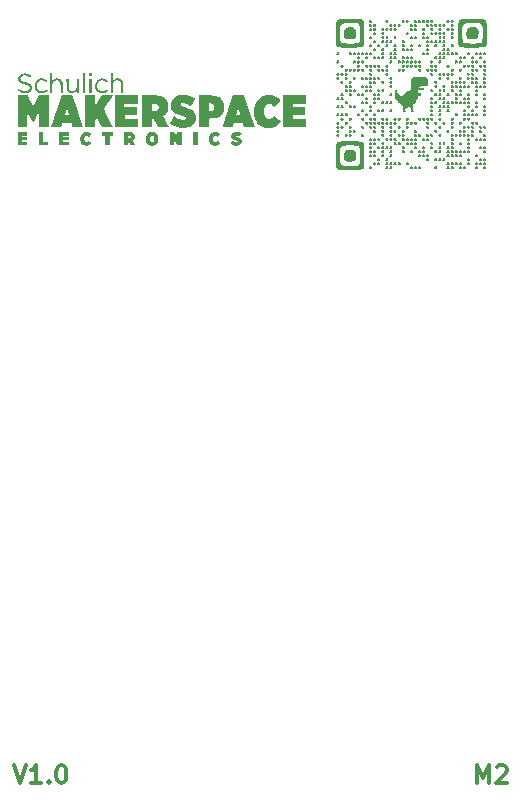
<source format=gto>
G04 #@! TF.GenerationSoftware,KiCad,Pcbnew,8.0.2*
G04 #@! TF.CreationDate,2024-08-26T09:43:20-06:00*
G04 #@! TF.ProjectId,Perfboard_0.25,50657266-626f-4617-9264-5f302e32352e,rev?*
G04 #@! TF.SameCoordinates,Original*
G04 #@! TF.FileFunction,Legend,Top*
G04 #@! TF.FilePolarity,Positive*
%FSLAX46Y46*%
G04 Gerber Fmt 4.6, Leading zero omitted, Abs format (unit mm)*
G04 Created by KiCad (PCBNEW 8.0.2) date 2024-08-26 09:43:20*
%MOMM*%
%LPD*%
G01*
G04 APERTURE LIST*
%ADD10C,0.300000*%
%ADD11C,0.000000*%
%ADD12C,1.803200*%
%ADD13C,2.600000*%
%ADD14C,3.800000*%
G04 APERTURE END LIST*
D10*
X129340225Y-107300828D02*
X129840225Y-108800828D01*
X129840225Y-108800828D02*
X130340225Y-107300828D01*
X131625939Y-108800828D02*
X130768796Y-108800828D01*
X131197367Y-108800828D02*
X131197367Y-107300828D01*
X131197367Y-107300828D02*
X131054510Y-107515114D01*
X131054510Y-107515114D02*
X130911653Y-107657971D01*
X130911653Y-107657971D02*
X130768796Y-107729400D01*
X132268795Y-108657971D02*
X132340224Y-108729400D01*
X132340224Y-108729400D02*
X132268795Y-108800828D01*
X132268795Y-108800828D02*
X132197367Y-108729400D01*
X132197367Y-108729400D02*
X132268795Y-108657971D01*
X132268795Y-108657971D02*
X132268795Y-108800828D01*
X133268796Y-107300828D02*
X133411653Y-107300828D01*
X133411653Y-107300828D02*
X133554510Y-107372257D01*
X133554510Y-107372257D02*
X133625939Y-107443685D01*
X133625939Y-107443685D02*
X133697367Y-107586542D01*
X133697367Y-107586542D02*
X133768796Y-107872257D01*
X133768796Y-107872257D02*
X133768796Y-108229400D01*
X133768796Y-108229400D02*
X133697367Y-108515114D01*
X133697367Y-108515114D02*
X133625939Y-108657971D01*
X133625939Y-108657971D02*
X133554510Y-108729400D01*
X133554510Y-108729400D02*
X133411653Y-108800828D01*
X133411653Y-108800828D02*
X133268796Y-108800828D01*
X133268796Y-108800828D02*
X133125939Y-108729400D01*
X133125939Y-108729400D02*
X133054510Y-108657971D01*
X133054510Y-108657971D02*
X132983081Y-108515114D01*
X132983081Y-108515114D02*
X132911653Y-108229400D01*
X132911653Y-108229400D02*
X132911653Y-107872257D01*
X132911653Y-107872257D02*
X132983081Y-107586542D01*
X132983081Y-107586542D02*
X133054510Y-107443685D01*
X133054510Y-107443685D02*
X133125939Y-107372257D01*
X133125939Y-107372257D02*
X133268796Y-107300828D01*
X168554510Y-108800828D02*
X168554510Y-107300828D01*
X168554510Y-107300828D02*
X169054510Y-108372257D01*
X169054510Y-108372257D02*
X169554510Y-107300828D01*
X169554510Y-107300828D02*
X169554510Y-108800828D01*
X170197368Y-107443685D02*
X170268796Y-107372257D01*
X170268796Y-107372257D02*
X170411654Y-107300828D01*
X170411654Y-107300828D02*
X170768796Y-107300828D01*
X170768796Y-107300828D02*
X170911654Y-107372257D01*
X170911654Y-107372257D02*
X170983082Y-107443685D01*
X170983082Y-107443685D02*
X171054511Y-107586542D01*
X171054511Y-107586542D02*
X171054511Y-107729400D01*
X171054511Y-107729400D02*
X170983082Y-107943685D01*
X170983082Y-107943685D02*
X170125939Y-108800828D01*
X170125939Y-108800828D02*
X171054511Y-108800828D01*
D11*
G36*
X159574796Y-44171131D02*
G01*
X159636824Y-44242391D01*
X159642185Y-44328185D01*
X159616559Y-44375979D01*
X159540575Y-44421551D01*
X159455473Y-44410344D01*
X159412245Y-44375979D01*
X159382077Y-44298996D01*
X159400857Y-44223880D01*
X159453888Y-44169149D01*
X159526476Y-44153322D01*
X159574796Y-44171131D01*
G37*
G36*
X159574796Y-44516240D02*
G01*
X159636824Y-44587500D01*
X159642185Y-44673293D01*
X159616559Y-44721087D01*
X159540575Y-44766659D01*
X159455473Y-44755453D01*
X159412245Y-44721087D01*
X159382077Y-44644105D01*
X159400857Y-44568989D01*
X159453888Y-44514257D01*
X159526476Y-44498430D01*
X159574796Y-44516240D01*
G37*
G36*
X159574796Y-44861348D02*
G01*
X159636824Y-44932608D01*
X159642185Y-45018402D01*
X159616559Y-45066196D01*
X159540575Y-45111768D01*
X159455473Y-45100562D01*
X159412245Y-45066196D01*
X159382077Y-44989214D01*
X159400857Y-44914097D01*
X159453888Y-44859366D01*
X159526476Y-44843539D01*
X159574796Y-44861348D01*
G37*
G36*
X159574796Y-45551566D02*
G01*
X159636824Y-45622826D01*
X159642185Y-45708620D01*
X159616559Y-45756413D01*
X159540575Y-45801985D01*
X159455473Y-45790779D01*
X159412245Y-45756413D01*
X159382077Y-45679431D01*
X159400857Y-45604315D01*
X159453888Y-45549583D01*
X159526476Y-45533756D01*
X159574796Y-45551566D01*
G37*
G36*
X159919905Y-45206457D02*
G01*
X159981933Y-45277717D01*
X159987294Y-45363511D01*
X159961668Y-45411305D01*
X159885684Y-45456877D01*
X159800582Y-45445670D01*
X159757354Y-45411305D01*
X159727186Y-45334323D01*
X159745966Y-45259206D01*
X159798997Y-45204475D01*
X159871585Y-45188648D01*
X159919905Y-45206457D01*
G37*
G36*
X159919905Y-45896674D02*
G01*
X159981933Y-45967934D01*
X159987294Y-46053728D01*
X159961668Y-46101522D01*
X159885684Y-46147094D01*
X159800582Y-46135888D01*
X159757354Y-46101522D01*
X159727186Y-46024540D01*
X159745966Y-45949423D01*
X159798997Y-45894692D01*
X159871585Y-45878865D01*
X159919905Y-45896674D01*
G37*
G36*
X159943321Y-44531516D02*
G01*
X159985042Y-44596193D01*
X159986916Y-44674203D01*
X159961668Y-44721087D01*
X159885684Y-44766659D01*
X159800582Y-44755453D01*
X159757354Y-44721087D01*
X159726753Y-44638200D01*
X159755768Y-44555375D01*
X159799117Y-44516240D01*
X159876447Y-44498692D01*
X159943321Y-44531516D01*
G37*
G36*
X159943321Y-44876625D02*
G01*
X159985042Y-44941302D01*
X159986916Y-45019312D01*
X159961668Y-45066196D01*
X159885684Y-45111768D01*
X159800582Y-45100562D01*
X159757354Y-45066196D01*
X159726753Y-44983308D01*
X159755768Y-44900484D01*
X159799117Y-44861348D01*
X159876447Y-44843801D01*
X159943321Y-44876625D01*
G37*
G36*
X160610122Y-45206457D02*
G01*
X160672150Y-45277717D01*
X160677512Y-45363511D01*
X160651885Y-45411305D01*
X160575901Y-45456877D01*
X160490799Y-45445670D01*
X160447572Y-45411305D01*
X160417403Y-45334323D01*
X160436183Y-45259206D01*
X160489214Y-45204475D01*
X160561802Y-45188648D01*
X160610122Y-45206457D01*
G37*
G36*
X160610122Y-45551566D02*
G01*
X160672150Y-45622826D01*
X160677512Y-45708620D01*
X160651885Y-45756413D01*
X160575901Y-45801985D01*
X160490799Y-45790779D01*
X160447572Y-45756413D01*
X160417403Y-45679431D01*
X160436183Y-45604315D01*
X160489214Y-45549583D01*
X160561802Y-45533756D01*
X160610122Y-45551566D01*
G37*
G36*
X160610122Y-45896674D02*
G01*
X160672150Y-45967934D01*
X160677512Y-46053728D01*
X160651885Y-46101522D01*
X160575901Y-46147094D01*
X160490799Y-46135888D01*
X160447572Y-46101522D01*
X160417403Y-46024540D01*
X160436183Y-45949423D01*
X160489214Y-45894692D01*
X160561802Y-45878865D01*
X160610122Y-45896674D01*
G37*
G36*
X160633538Y-44876625D02*
G01*
X160675260Y-44941302D01*
X160677134Y-45019312D01*
X160651885Y-45066196D01*
X160575901Y-45111768D01*
X160490799Y-45100562D01*
X160447572Y-45066196D01*
X160416970Y-44983308D01*
X160445985Y-44900484D01*
X160489334Y-44861348D01*
X160566665Y-44843801D01*
X160633538Y-44876625D01*
G37*
G36*
X160955231Y-44861348D02*
G01*
X161017259Y-44932608D01*
X161022620Y-45018402D01*
X160996994Y-45066196D01*
X160921010Y-45111768D01*
X160835908Y-45100562D01*
X160792680Y-45066196D01*
X160762512Y-44989214D01*
X160781292Y-44914097D01*
X160834323Y-44859366D01*
X160906911Y-44843539D01*
X160955231Y-44861348D01*
G37*
G36*
X160955231Y-45551566D02*
G01*
X161017259Y-45622826D01*
X161022620Y-45708620D01*
X160996994Y-45756413D01*
X160921010Y-45801985D01*
X160835908Y-45790779D01*
X160792680Y-45756413D01*
X160762512Y-45679431D01*
X160781292Y-45604315D01*
X160834323Y-45549583D01*
X160906911Y-45533756D01*
X160955231Y-45551566D01*
G37*
G36*
X160955231Y-45896674D02*
G01*
X161017259Y-45967934D01*
X161022620Y-46053728D01*
X160996994Y-46101522D01*
X160921010Y-46147094D01*
X160835908Y-46135888D01*
X160792680Y-46101522D01*
X160762512Y-46024540D01*
X160781292Y-45949423D01*
X160834323Y-45894692D01*
X160906911Y-45878865D01*
X160955231Y-45896674D01*
G37*
G36*
X160978647Y-44186408D02*
G01*
X161020369Y-44251085D01*
X161022242Y-44329095D01*
X160996994Y-44375979D01*
X160921010Y-44421551D01*
X160835908Y-44410344D01*
X160792680Y-44375979D01*
X160762079Y-44293091D01*
X160791094Y-44210266D01*
X160834443Y-44171131D01*
X160911773Y-44153583D01*
X160978647Y-44186408D01*
G37*
G36*
X161300340Y-44516240D02*
G01*
X161362367Y-44587500D01*
X161367729Y-44673293D01*
X161342102Y-44721087D01*
X161266118Y-44766659D01*
X161181017Y-44755453D01*
X161137789Y-44721087D01*
X161107621Y-44644105D01*
X161126400Y-44568989D01*
X161179432Y-44514257D01*
X161252020Y-44498430D01*
X161300340Y-44516240D01*
G37*
G36*
X161300340Y-44861348D02*
G01*
X161362367Y-44932608D01*
X161367729Y-45018402D01*
X161342102Y-45066196D01*
X161266118Y-45111768D01*
X161181017Y-45100562D01*
X161137789Y-45066196D01*
X161107621Y-44989214D01*
X161126400Y-44914097D01*
X161179432Y-44859366D01*
X161252020Y-44843539D01*
X161300340Y-44861348D01*
G37*
G36*
X161300340Y-45896674D02*
G01*
X161362367Y-45967934D01*
X161367729Y-46053728D01*
X161342102Y-46101522D01*
X161266118Y-46147094D01*
X161181017Y-46135888D01*
X161137789Y-46101522D01*
X161107621Y-46024540D01*
X161126400Y-45949423D01*
X161179432Y-45894692D01*
X161252020Y-45878865D01*
X161300340Y-45896674D01*
G37*
G36*
X161645448Y-44516240D02*
G01*
X161707476Y-44587500D01*
X161712838Y-44673293D01*
X161687211Y-44721087D01*
X161611227Y-44766659D01*
X161526126Y-44755453D01*
X161482898Y-44721087D01*
X161452730Y-44644105D01*
X161471509Y-44568989D01*
X161524541Y-44514257D01*
X161597129Y-44498430D01*
X161645448Y-44516240D01*
G37*
G36*
X161645448Y-45551566D02*
G01*
X161707476Y-45622826D01*
X161712838Y-45708620D01*
X161687211Y-45756413D01*
X161611227Y-45801985D01*
X161526126Y-45790779D01*
X161482898Y-45756413D01*
X161452730Y-45679431D01*
X161471509Y-45604315D01*
X161524541Y-45549583D01*
X161597129Y-45533756D01*
X161645448Y-45551566D01*
G37*
G36*
X161668864Y-44876625D02*
G01*
X161710586Y-44941302D01*
X161712460Y-45019312D01*
X161687211Y-45066196D01*
X161611227Y-45111768D01*
X161526126Y-45100562D01*
X161482898Y-45066196D01*
X161452296Y-44983308D01*
X161481311Y-44900484D01*
X161524660Y-44861348D01*
X161601991Y-44843801D01*
X161668864Y-44876625D01*
G37*
G36*
X161990557Y-44516240D02*
G01*
X162052585Y-44587500D01*
X162057946Y-44673293D01*
X162032320Y-44721087D01*
X161956336Y-44766659D01*
X161871234Y-44755453D01*
X161828006Y-44721087D01*
X161797838Y-44644105D01*
X161816618Y-44568989D01*
X161869649Y-44514257D01*
X161942237Y-44498430D01*
X161990557Y-44516240D01*
G37*
G36*
X162335666Y-44171131D02*
G01*
X162397693Y-44242391D01*
X162403055Y-44328185D01*
X162377428Y-44375979D01*
X162301444Y-44421551D01*
X162216343Y-44410344D01*
X162173115Y-44375979D01*
X162142947Y-44298996D01*
X162161726Y-44223880D01*
X162214758Y-44169149D01*
X162287346Y-44153322D01*
X162335666Y-44171131D01*
G37*
G36*
X162335666Y-45896674D02*
G01*
X162397693Y-45967934D01*
X162403055Y-46053728D01*
X162377428Y-46101522D01*
X162301444Y-46147094D01*
X162216343Y-46135888D01*
X162173115Y-46101522D01*
X162142947Y-46024540D01*
X162161726Y-45949423D01*
X162214758Y-45894692D01*
X162287346Y-45878865D01*
X162335666Y-45896674D01*
G37*
G36*
X162680774Y-45206457D02*
G01*
X162742802Y-45277717D01*
X162748164Y-45363511D01*
X162722537Y-45411305D01*
X162646553Y-45456877D01*
X162561452Y-45445670D01*
X162518224Y-45411305D01*
X162488056Y-45334323D01*
X162506835Y-45259206D01*
X162559867Y-45204475D01*
X162632455Y-45188648D01*
X162680774Y-45206457D01*
G37*
G36*
X162704191Y-44186408D02*
G01*
X162745912Y-44251085D01*
X162747786Y-44329095D01*
X162722537Y-44375979D01*
X162646553Y-44421551D01*
X162561452Y-44410344D01*
X162518224Y-44375979D01*
X162487622Y-44293091D01*
X162516637Y-44210266D01*
X162559986Y-44171131D01*
X162637317Y-44153583D01*
X162704191Y-44186408D01*
G37*
G36*
X163025883Y-44516240D02*
G01*
X163087911Y-44587500D01*
X163093272Y-44673293D01*
X163067646Y-44721087D01*
X162991662Y-44766659D01*
X162906560Y-44755453D01*
X162863332Y-44721087D01*
X162833164Y-44644105D01*
X162851944Y-44568989D01*
X162904975Y-44514257D01*
X162977563Y-44498430D01*
X163025883Y-44516240D01*
G37*
G36*
X163025883Y-45551566D02*
G01*
X163087911Y-45622826D01*
X163093272Y-45708620D01*
X163067646Y-45756413D01*
X162991662Y-45801985D01*
X162906560Y-45790779D01*
X162863332Y-45756413D01*
X162833164Y-45679431D01*
X162851944Y-45604315D01*
X162904975Y-45549583D01*
X162977563Y-45533756D01*
X163025883Y-45551566D01*
G37*
G36*
X163049299Y-44876625D02*
G01*
X163091021Y-44941302D01*
X163092894Y-45019312D01*
X163067646Y-45066196D01*
X162991662Y-45111768D01*
X162906560Y-45100562D01*
X162863332Y-45066196D01*
X162832731Y-44983308D01*
X162861746Y-44900484D01*
X162905095Y-44861348D01*
X162982426Y-44843801D01*
X163049299Y-44876625D01*
G37*
G36*
X163370992Y-44516240D02*
G01*
X163433019Y-44587500D01*
X163438381Y-44673293D01*
X163412754Y-44721087D01*
X163336771Y-44766659D01*
X163251669Y-44755453D01*
X163208441Y-44721087D01*
X163178273Y-44644105D01*
X163197053Y-44568989D01*
X163250084Y-44514257D01*
X163322672Y-44498430D01*
X163370992Y-44516240D01*
G37*
G36*
X163370992Y-45551566D02*
G01*
X163433019Y-45622826D01*
X163438381Y-45708620D01*
X163412754Y-45756413D01*
X163336771Y-45801985D01*
X163251669Y-45790779D01*
X163208441Y-45756413D01*
X163178273Y-45679431D01*
X163197053Y-45604315D01*
X163250084Y-45549583D01*
X163322672Y-45533756D01*
X163370992Y-45551566D01*
G37*
G36*
X163394408Y-44186408D02*
G01*
X163436129Y-44251085D01*
X163438003Y-44329095D01*
X163412754Y-44375979D01*
X163336771Y-44421551D01*
X163251669Y-44410344D01*
X163208441Y-44375979D01*
X163177840Y-44293091D01*
X163206855Y-44210266D01*
X163250204Y-44171131D01*
X163327534Y-44153583D01*
X163394408Y-44186408D01*
G37*
G36*
X163394408Y-44876625D02*
G01*
X163436129Y-44941302D01*
X163438003Y-45019312D01*
X163412754Y-45066196D01*
X163336771Y-45111768D01*
X163251669Y-45100562D01*
X163208441Y-45066196D01*
X163177840Y-44983308D01*
X163206855Y-44900484D01*
X163250204Y-44861348D01*
X163327534Y-44843801D01*
X163394408Y-44876625D01*
G37*
G36*
X163739517Y-44186408D02*
G01*
X163781238Y-44251085D01*
X163783112Y-44329095D01*
X163757863Y-44375979D01*
X163681879Y-44421551D01*
X163596778Y-44410344D01*
X163553550Y-44375979D01*
X163522948Y-44293091D01*
X163551963Y-44210266D01*
X163595312Y-44171131D01*
X163672643Y-44153583D01*
X163739517Y-44186408D01*
G37*
G36*
X164061209Y-45206457D02*
G01*
X164123237Y-45277717D01*
X164128598Y-45363511D01*
X164102972Y-45411305D01*
X164026988Y-45456877D01*
X163941886Y-45445670D01*
X163898659Y-45411305D01*
X163868490Y-45334323D01*
X163887270Y-45259206D01*
X163940301Y-45204475D01*
X164012889Y-45188648D01*
X164061209Y-45206457D01*
G37*
G36*
X164061209Y-45551566D02*
G01*
X164123237Y-45622826D01*
X164128598Y-45708620D01*
X164102972Y-45756413D01*
X164026988Y-45801985D01*
X163941886Y-45790779D01*
X163898659Y-45756413D01*
X163868490Y-45679431D01*
X163887270Y-45604315D01*
X163940301Y-45549583D01*
X164012889Y-45533756D01*
X164061209Y-45551566D01*
G37*
G36*
X164084625Y-44186408D02*
G01*
X164126347Y-44251085D01*
X164128221Y-44329095D01*
X164102972Y-44375979D01*
X164026988Y-44421551D01*
X163941886Y-44410344D01*
X163898659Y-44375979D01*
X163868057Y-44293091D01*
X163897072Y-44210266D01*
X163940421Y-44171131D01*
X164017752Y-44153583D01*
X164084625Y-44186408D01*
G37*
G36*
X164084625Y-44876625D02*
G01*
X164126347Y-44941302D01*
X164128221Y-45019312D01*
X164102972Y-45066196D01*
X164026988Y-45111768D01*
X163941886Y-45100562D01*
X163898659Y-45066196D01*
X163868057Y-44983308D01*
X163897072Y-44900484D01*
X163940421Y-44861348D01*
X164017752Y-44843801D01*
X164084625Y-44876625D01*
G37*
G36*
X164406318Y-44516240D02*
G01*
X164468346Y-44587500D01*
X164473707Y-44673293D01*
X164448081Y-44721087D01*
X164372097Y-44766659D01*
X164286995Y-44755453D01*
X164243767Y-44721087D01*
X164213599Y-44644105D01*
X164232379Y-44568989D01*
X164285410Y-44514257D01*
X164357998Y-44498430D01*
X164406318Y-44516240D01*
G37*
G36*
X164406318Y-45551566D02*
G01*
X164468346Y-45622826D01*
X164473707Y-45708620D01*
X164448081Y-45756413D01*
X164372097Y-45801985D01*
X164286995Y-45790779D01*
X164243767Y-45756413D01*
X164213599Y-45679431D01*
X164232379Y-45604315D01*
X164285410Y-45549583D01*
X164357998Y-45533756D01*
X164406318Y-45551566D01*
G37*
G36*
X164406318Y-45896674D02*
G01*
X164468346Y-45967934D01*
X164473707Y-46053728D01*
X164448081Y-46101522D01*
X164372097Y-46147094D01*
X164286995Y-46135888D01*
X164243767Y-46101522D01*
X164213599Y-46024540D01*
X164232379Y-45949423D01*
X164285410Y-45894692D01*
X164357998Y-45878865D01*
X164406318Y-45896674D01*
G37*
G36*
X164429734Y-44186408D02*
G01*
X164471456Y-44251085D01*
X164473329Y-44329095D01*
X164448081Y-44375979D01*
X164372097Y-44421551D01*
X164286995Y-44410344D01*
X164243767Y-44375979D01*
X164213166Y-44293091D01*
X164242181Y-44210266D01*
X164285530Y-44171131D01*
X164362860Y-44153583D01*
X164429734Y-44186408D01*
G37*
G36*
X164751427Y-44516240D02*
G01*
X164813454Y-44587500D01*
X164818816Y-44673293D01*
X164793189Y-44721087D01*
X164717205Y-44766659D01*
X164632104Y-44755453D01*
X164588876Y-44721087D01*
X164558708Y-44644105D01*
X164577487Y-44568989D01*
X164630519Y-44514257D01*
X164703107Y-44498430D01*
X164751427Y-44516240D01*
G37*
G36*
X164751427Y-45206457D02*
G01*
X164813454Y-45277717D01*
X164818816Y-45363511D01*
X164793189Y-45411305D01*
X164717205Y-45456877D01*
X164632104Y-45445670D01*
X164588876Y-45411305D01*
X164558708Y-45334323D01*
X164577487Y-45259206D01*
X164630519Y-45204475D01*
X164703107Y-45188648D01*
X164751427Y-45206457D01*
G37*
G36*
X164751427Y-45896674D02*
G01*
X164813454Y-45967934D01*
X164818816Y-46053728D01*
X164793189Y-46101522D01*
X164717205Y-46147094D01*
X164632104Y-46135888D01*
X164588876Y-46101522D01*
X164558708Y-46024540D01*
X164577487Y-45949423D01*
X164630519Y-45894692D01*
X164703107Y-45878865D01*
X164751427Y-45896674D01*
G37*
G36*
X164774843Y-44186408D02*
G01*
X164816564Y-44251085D01*
X164818438Y-44329095D01*
X164793189Y-44375979D01*
X164717205Y-44421551D01*
X164632104Y-44410344D01*
X164588876Y-44375979D01*
X164558275Y-44293091D01*
X164587290Y-44210266D01*
X164630639Y-44171131D01*
X164707969Y-44153583D01*
X164774843Y-44186408D01*
G37*
G36*
X164774843Y-44876625D02*
G01*
X164816564Y-44941302D01*
X164818438Y-45019312D01*
X164793189Y-45066196D01*
X164717205Y-45111768D01*
X164632104Y-45100562D01*
X164588876Y-45066196D01*
X164558275Y-44983308D01*
X164587290Y-44900484D01*
X164630639Y-44861348D01*
X164707969Y-44843801D01*
X164774843Y-44876625D01*
G37*
G36*
X165096535Y-44516240D02*
G01*
X165158563Y-44587500D01*
X165163925Y-44673293D01*
X165138298Y-44721087D01*
X165062314Y-44766659D01*
X164977212Y-44755453D01*
X164933985Y-44721087D01*
X164903817Y-44644105D01*
X164922596Y-44568989D01*
X164975628Y-44514257D01*
X165048215Y-44498430D01*
X165096535Y-44516240D01*
G37*
G36*
X165119951Y-45221734D02*
G01*
X165161673Y-45286411D01*
X165163547Y-45364421D01*
X165138298Y-45411305D01*
X165062314Y-45456877D01*
X164977212Y-45445670D01*
X164933985Y-45411305D01*
X164903383Y-45328417D01*
X164932398Y-45245592D01*
X164975747Y-45206457D01*
X165053078Y-45188909D01*
X165119951Y-45221734D01*
G37*
G36*
X165119951Y-45911951D02*
G01*
X165161673Y-45976628D01*
X165163547Y-46054638D01*
X165138298Y-46101522D01*
X165062314Y-46147094D01*
X164977212Y-46135888D01*
X164933985Y-46101522D01*
X164903383Y-46018635D01*
X164932398Y-45935810D01*
X164975747Y-45896674D01*
X165053078Y-45879127D01*
X165119951Y-45911951D01*
G37*
G36*
X165441644Y-45206457D02*
G01*
X165503672Y-45277717D01*
X165509033Y-45363511D01*
X165483407Y-45411305D01*
X165407423Y-45456877D01*
X165322321Y-45445670D01*
X165279093Y-45411305D01*
X165248925Y-45334323D01*
X165267705Y-45259206D01*
X165320736Y-45204475D01*
X165393324Y-45188648D01*
X165441644Y-45206457D01*
G37*
G36*
X165441644Y-45551566D02*
G01*
X165503672Y-45622826D01*
X165509033Y-45708620D01*
X165483407Y-45756413D01*
X165407423Y-45801985D01*
X165322321Y-45790779D01*
X165279093Y-45756413D01*
X165248925Y-45679431D01*
X165267705Y-45604315D01*
X165320736Y-45549583D01*
X165393324Y-45533756D01*
X165441644Y-45551566D01*
G37*
G36*
X165441644Y-45896674D02*
G01*
X165503672Y-45967934D01*
X165509033Y-46053728D01*
X165483407Y-46101522D01*
X165407423Y-46147094D01*
X165322321Y-46135888D01*
X165279093Y-46101522D01*
X165248925Y-46024540D01*
X165267705Y-45949423D01*
X165320736Y-45894692D01*
X165393324Y-45878865D01*
X165441644Y-45896674D01*
G37*
G36*
X165786753Y-44516240D02*
G01*
X165848780Y-44587500D01*
X165854142Y-44673293D01*
X165828515Y-44721087D01*
X165752531Y-44766659D01*
X165667430Y-44755453D01*
X165624202Y-44721087D01*
X165594034Y-44644105D01*
X165612813Y-44568989D01*
X165665845Y-44514257D01*
X165738433Y-44498430D01*
X165786753Y-44516240D01*
G37*
G36*
X165786753Y-45206457D02*
G01*
X165848780Y-45277717D01*
X165854142Y-45363511D01*
X165828515Y-45411305D01*
X165752531Y-45456877D01*
X165667430Y-45445670D01*
X165624202Y-45411305D01*
X165594034Y-45334323D01*
X165612813Y-45259206D01*
X165665845Y-45204475D01*
X165738433Y-45188648D01*
X165786753Y-45206457D01*
G37*
G36*
X165786753Y-45551566D02*
G01*
X165848780Y-45622826D01*
X165854142Y-45708620D01*
X165828515Y-45756413D01*
X165752531Y-45801985D01*
X165667430Y-45790779D01*
X165624202Y-45756413D01*
X165594034Y-45679431D01*
X165612813Y-45604315D01*
X165665845Y-45549583D01*
X165738433Y-45533756D01*
X165786753Y-45551566D01*
G37*
G36*
X165786753Y-45896674D02*
G01*
X165848780Y-45967934D01*
X165854142Y-46053728D01*
X165828515Y-46101522D01*
X165752531Y-46147094D01*
X165667430Y-46135888D01*
X165624202Y-46101522D01*
X165594034Y-46024540D01*
X165612813Y-45949423D01*
X165665845Y-45894692D01*
X165738433Y-45878865D01*
X165786753Y-45896674D01*
G37*
G36*
X166500386Y-44531516D02*
G01*
X166542108Y-44596193D01*
X166543981Y-44674203D01*
X166518733Y-44721087D01*
X166442749Y-44766659D01*
X166357647Y-44755453D01*
X166314419Y-44721087D01*
X166283818Y-44638200D01*
X166312833Y-44555375D01*
X166356182Y-44516240D01*
X166433512Y-44498692D01*
X166500386Y-44531516D01*
G37*
G36*
X166500386Y-45221734D02*
G01*
X166542108Y-45286411D01*
X166543981Y-45364421D01*
X166518733Y-45411305D01*
X166442749Y-45456877D01*
X166357647Y-45445670D01*
X166314419Y-45411305D01*
X166283818Y-45328417D01*
X166312833Y-45245592D01*
X166356182Y-45206457D01*
X166433512Y-45188909D01*
X166500386Y-45221734D01*
G37*
G36*
X166500386Y-45566842D02*
G01*
X166542108Y-45631519D01*
X166543981Y-45709530D01*
X166518733Y-45756413D01*
X166442749Y-45801985D01*
X166357647Y-45790779D01*
X166314419Y-45756413D01*
X166283818Y-45673526D01*
X166312833Y-45590701D01*
X166356182Y-45551566D01*
X166433512Y-45534018D01*
X166500386Y-45566842D01*
G37*
G36*
X156813927Y-46932000D02*
G01*
X156872604Y-46999635D01*
X156881665Y-47079785D01*
X156846551Y-47149478D01*
X156772704Y-47185738D01*
X156753533Y-47186957D01*
X156680590Y-47162066D01*
X156651376Y-47136848D01*
X156621208Y-47059866D01*
X156639987Y-46984750D01*
X156693019Y-46930018D01*
X156765607Y-46914191D01*
X156813927Y-46932000D01*
G37*
G36*
X156813927Y-47622218D02*
G01*
X156872604Y-47689852D01*
X156881665Y-47770003D01*
X156846551Y-47839695D01*
X156772704Y-47875955D01*
X156753533Y-47877174D01*
X156680590Y-47852284D01*
X156651376Y-47827065D01*
X156621208Y-47750083D01*
X156639987Y-47674967D01*
X156693019Y-47620236D01*
X156765607Y-47604409D01*
X156813927Y-47622218D01*
G37*
G36*
X156813927Y-48657544D02*
G01*
X156872604Y-48725178D01*
X156881665Y-48805329D01*
X156846551Y-48875021D01*
X156772704Y-48911281D01*
X156753533Y-48912500D01*
X156680590Y-48887610D01*
X156651376Y-48862392D01*
X156621208Y-48785409D01*
X156639987Y-48710293D01*
X156693019Y-48655562D01*
X156765607Y-48639735D01*
X156813927Y-48657544D01*
G37*
G36*
X156813927Y-49002653D02*
G01*
X156872604Y-49070287D01*
X156881665Y-49150438D01*
X156846551Y-49220130D01*
X156772704Y-49256390D01*
X156753533Y-49257609D01*
X156680590Y-49232718D01*
X156651376Y-49207500D01*
X156621208Y-49130518D01*
X156639987Y-49055402D01*
X156693019Y-49000670D01*
X156765607Y-48984843D01*
X156813927Y-49002653D01*
G37*
G36*
X156813927Y-50728196D02*
G01*
X156872604Y-50795831D01*
X156881665Y-50875981D01*
X156846551Y-50945674D01*
X156772704Y-50981934D01*
X156753533Y-50983152D01*
X156680590Y-50958262D01*
X156651376Y-50933044D01*
X156621208Y-50856062D01*
X156639987Y-50780945D01*
X156693019Y-50726214D01*
X156765607Y-50710387D01*
X156813927Y-50728196D01*
G37*
G36*
X156813927Y-51418414D02*
G01*
X156872604Y-51486048D01*
X156881665Y-51566198D01*
X156846551Y-51635891D01*
X156772704Y-51672151D01*
X156753533Y-51673370D01*
X156680590Y-51648479D01*
X156651376Y-51623261D01*
X156621208Y-51546279D01*
X156639987Y-51471163D01*
X156693019Y-51416431D01*
X156765607Y-51400604D01*
X156813927Y-51418414D01*
G37*
G36*
X156813927Y-52108631D02*
G01*
X156872604Y-52176265D01*
X156881665Y-52256416D01*
X156846551Y-52326108D01*
X156772704Y-52362368D01*
X156753533Y-52363587D01*
X156680590Y-52338697D01*
X156651376Y-52313479D01*
X156621208Y-52236496D01*
X156639987Y-52161380D01*
X156693019Y-52106649D01*
X156765607Y-52090822D01*
X156813927Y-52108631D01*
G37*
G36*
X156813927Y-52798848D02*
G01*
X156872604Y-52866483D01*
X156881665Y-52946633D01*
X156846551Y-53016326D01*
X156772704Y-53052586D01*
X156753533Y-53053804D01*
X156680590Y-53028914D01*
X156651376Y-53003696D01*
X156621208Y-52926714D01*
X156639987Y-52851597D01*
X156693019Y-52796866D01*
X156765607Y-52781039D01*
X156813927Y-52798848D01*
G37*
G36*
X156813927Y-53143957D02*
G01*
X156872604Y-53211591D01*
X156881665Y-53291742D01*
X156846551Y-53361434D01*
X156772704Y-53397694D01*
X156753533Y-53398913D01*
X156680590Y-53374023D01*
X156651376Y-53348805D01*
X156621208Y-53271823D01*
X156639987Y-53196706D01*
X156693019Y-53141975D01*
X156765607Y-53126148D01*
X156813927Y-53143957D01*
G37*
G36*
X156813927Y-53489066D02*
G01*
X156872604Y-53556700D01*
X156881665Y-53636851D01*
X156846551Y-53706543D01*
X156772704Y-53742803D01*
X156753533Y-53744022D01*
X156680590Y-53719132D01*
X156651376Y-53693913D01*
X156621208Y-53616931D01*
X156639987Y-53541815D01*
X156693019Y-53487083D01*
X156765607Y-53471256D01*
X156813927Y-53489066D01*
G37*
G36*
X156813927Y-53834174D02*
G01*
X156872604Y-53901809D01*
X156881665Y-53981959D01*
X156846551Y-54051652D01*
X156772704Y-54087912D01*
X156753533Y-54089130D01*
X156680590Y-54064240D01*
X156651376Y-54039022D01*
X156621208Y-53962040D01*
X156639987Y-53886923D01*
X156693019Y-53832192D01*
X156765607Y-53816365D01*
X156813927Y-53834174D01*
G37*
G36*
X157159035Y-47967327D02*
G01*
X157217713Y-48034961D01*
X157226774Y-48115112D01*
X157191659Y-48184804D01*
X157117812Y-48221064D01*
X157098641Y-48222283D01*
X157025699Y-48197392D01*
X156996485Y-48172174D01*
X156966317Y-48095192D01*
X156985096Y-48020076D01*
X157038128Y-47965344D01*
X157110715Y-47949517D01*
X157159035Y-47967327D01*
G37*
G36*
X157159035Y-48657544D02*
G01*
X157217713Y-48725178D01*
X157226774Y-48805329D01*
X157191659Y-48875021D01*
X157117812Y-48911281D01*
X157098641Y-48912500D01*
X157025699Y-48887610D01*
X156996485Y-48862392D01*
X156966317Y-48785409D01*
X156985096Y-48710293D01*
X157038128Y-48655562D01*
X157110715Y-48639735D01*
X157159035Y-48657544D01*
G37*
G36*
X157159035Y-49347761D02*
G01*
X157217713Y-49415396D01*
X157226774Y-49495546D01*
X157191659Y-49565239D01*
X157117812Y-49601499D01*
X157098641Y-49602717D01*
X157025699Y-49577827D01*
X156996485Y-49552609D01*
X156966317Y-49475627D01*
X156985096Y-49400510D01*
X157038128Y-49345779D01*
X157110715Y-49329952D01*
X157159035Y-49347761D01*
G37*
G36*
X157159035Y-50383087D02*
G01*
X157217713Y-50450722D01*
X157226774Y-50530872D01*
X157191659Y-50600565D01*
X157117812Y-50636825D01*
X157098641Y-50638043D01*
X157025699Y-50613153D01*
X156996485Y-50587935D01*
X156966317Y-50510953D01*
X156985096Y-50435837D01*
X157038128Y-50381105D01*
X157110715Y-50365278D01*
X157159035Y-50383087D01*
G37*
G36*
X157159035Y-50728196D02*
G01*
X157217713Y-50795831D01*
X157226774Y-50875981D01*
X157191659Y-50945674D01*
X157117812Y-50981934D01*
X157098641Y-50983152D01*
X157025699Y-50958262D01*
X156996485Y-50933044D01*
X156966317Y-50856062D01*
X156985096Y-50780945D01*
X157038128Y-50726214D01*
X157110715Y-50710387D01*
X157159035Y-50728196D01*
G37*
G36*
X157159035Y-51418414D02*
G01*
X157217713Y-51486048D01*
X157226774Y-51566198D01*
X157191659Y-51635891D01*
X157117812Y-51672151D01*
X157098641Y-51673370D01*
X157025699Y-51648479D01*
X156996485Y-51623261D01*
X156966317Y-51546279D01*
X156985096Y-51471163D01*
X157038128Y-51416431D01*
X157110715Y-51400604D01*
X157159035Y-51418414D01*
G37*
G36*
X157159035Y-52108631D02*
G01*
X157217713Y-52176265D01*
X157226774Y-52256416D01*
X157191659Y-52326108D01*
X157117812Y-52362368D01*
X157098641Y-52363587D01*
X157025699Y-52338697D01*
X156996485Y-52313479D01*
X156966317Y-52236496D01*
X156985096Y-52161380D01*
X157038128Y-52106649D01*
X157110715Y-52090822D01*
X157159035Y-52108631D01*
G37*
G36*
X157159035Y-52453740D02*
G01*
X157217713Y-52521374D01*
X157226774Y-52601525D01*
X157191659Y-52671217D01*
X157117812Y-52707477D01*
X157098641Y-52708696D01*
X157025699Y-52683805D01*
X156996485Y-52658587D01*
X156966317Y-52581605D01*
X156985096Y-52506489D01*
X157038128Y-52451757D01*
X157110715Y-52435930D01*
X157159035Y-52453740D01*
G37*
G36*
X157159035Y-53143957D02*
G01*
X157217713Y-53211591D01*
X157226774Y-53291742D01*
X157191659Y-53361434D01*
X157117812Y-53397694D01*
X157098641Y-53398913D01*
X157025699Y-53374023D01*
X156996485Y-53348805D01*
X156966317Y-53271823D01*
X156985096Y-53196706D01*
X157038128Y-53141975D01*
X157110715Y-53126148D01*
X157159035Y-53143957D01*
G37*
G36*
X157504144Y-48312435D02*
G01*
X157562822Y-48380070D01*
X157571882Y-48460220D01*
X157536768Y-48529913D01*
X157462921Y-48566173D01*
X157443750Y-48567391D01*
X157370808Y-48542501D01*
X157341593Y-48517283D01*
X157311425Y-48440301D01*
X157330205Y-48365184D01*
X157383236Y-48310453D01*
X157455824Y-48294626D01*
X157504144Y-48312435D01*
G37*
G36*
X157504144Y-48657544D02*
G01*
X157562822Y-48725178D01*
X157571882Y-48805329D01*
X157536768Y-48875021D01*
X157462921Y-48911281D01*
X157443750Y-48912500D01*
X157370808Y-48887610D01*
X157341593Y-48862392D01*
X157311425Y-48785409D01*
X157330205Y-48710293D01*
X157383236Y-48655562D01*
X157455824Y-48639735D01*
X157504144Y-48657544D01*
G37*
G36*
X157504144Y-49002653D02*
G01*
X157562822Y-49070287D01*
X157571882Y-49150438D01*
X157536768Y-49220130D01*
X157462921Y-49256390D01*
X157443750Y-49257609D01*
X157370808Y-49232718D01*
X157341593Y-49207500D01*
X157311425Y-49130518D01*
X157330205Y-49055402D01*
X157383236Y-49000670D01*
X157455824Y-48984843D01*
X157504144Y-49002653D01*
G37*
G36*
X157504144Y-49692870D02*
G01*
X157562822Y-49760504D01*
X157571882Y-49840655D01*
X157536768Y-49910347D01*
X157462921Y-49946608D01*
X157443750Y-49947826D01*
X157370808Y-49922936D01*
X157341593Y-49897718D01*
X157311425Y-49820736D01*
X157330205Y-49745619D01*
X157383236Y-49690888D01*
X157455824Y-49675061D01*
X157504144Y-49692870D01*
G37*
G36*
X157504144Y-50037979D02*
G01*
X157562822Y-50105613D01*
X157571882Y-50185764D01*
X157536768Y-50255456D01*
X157462921Y-50291716D01*
X157443750Y-50292935D01*
X157370808Y-50268045D01*
X157341593Y-50242826D01*
X157311425Y-50165844D01*
X157330205Y-50090728D01*
X157383236Y-50035996D01*
X157455824Y-50020169D01*
X157504144Y-50037979D01*
G37*
G36*
X157504144Y-51073305D02*
G01*
X157562822Y-51140939D01*
X157571882Y-51221090D01*
X157536768Y-51290782D01*
X157462921Y-51327042D01*
X157443750Y-51328261D01*
X157370808Y-51303371D01*
X157341593Y-51278152D01*
X157311425Y-51201170D01*
X157330205Y-51126054D01*
X157383236Y-51071323D01*
X157455824Y-51055496D01*
X157504144Y-51073305D01*
G37*
G36*
X157504144Y-52108631D02*
G01*
X157562822Y-52176265D01*
X157571882Y-52256416D01*
X157536768Y-52326108D01*
X157462921Y-52362368D01*
X157443750Y-52363587D01*
X157370808Y-52338697D01*
X157341593Y-52313479D01*
X157311425Y-52236496D01*
X157330205Y-52161380D01*
X157383236Y-52106649D01*
X157455824Y-52090822D01*
X157504144Y-52108631D01*
G37*
G36*
X157504144Y-52798848D02*
G01*
X157562822Y-52866483D01*
X157571882Y-52946633D01*
X157536768Y-53016326D01*
X157462921Y-53052586D01*
X157443750Y-53053804D01*
X157370808Y-53028914D01*
X157341593Y-53003696D01*
X157311425Y-52926714D01*
X157330205Y-52851597D01*
X157383236Y-52796866D01*
X157455824Y-52781039D01*
X157504144Y-52798848D01*
G37*
G36*
X157504144Y-53834174D02*
G01*
X157562822Y-53901809D01*
X157571882Y-53981959D01*
X157536768Y-54051652D01*
X157462921Y-54087912D01*
X157443750Y-54089130D01*
X157370808Y-54064240D01*
X157341593Y-54039022D01*
X157311425Y-53962040D01*
X157330205Y-53886923D01*
X157383236Y-53832192D01*
X157455824Y-53816365D01*
X157504144Y-53834174D01*
G37*
G36*
X157849253Y-46932000D02*
G01*
X157907930Y-46999635D01*
X157916991Y-47079785D01*
X157881877Y-47149478D01*
X157808030Y-47185738D01*
X157788859Y-47186957D01*
X157715916Y-47162066D01*
X157686702Y-47136848D01*
X157656534Y-47059866D01*
X157675313Y-46984750D01*
X157728345Y-46930018D01*
X157800933Y-46914191D01*
X157849253Y-46932000D01*
G37*
G36*
X157849253Y-48312435D02*
G01*
X157907930Y-48380070D01*
X157916991Y-48460220D01*
X157881877Y-48529913D01*
X157808030Y-48566173D01*
X157788859Y-48567391D01*
X157715916Y-48542501D01*
X157686702Y-48517283D01*
X157656534Y-48440301D01*
X157675313Y-48365184D01*
X157728345Y-48310453D01*
X157800933Y-48294626D01*
X157849253Y-48312435D01*
G37*
G36*
X157849253Y-49347761D02*
G01*
X157907930Y-49415396D01*
X157916991Y-49495546D01*
X157881877Y-49565239D01*
X157808030Y-49601499D01*
X157788859Y-49602717D01*
X157715916Y-49577827D01*
X157686702Y-49552609D01*
X157656534Y-49475627D01*
X157675313Y-49400510D01*
X157728345Y-49345779D01*
X157800933Y-49329952D01*
X157849253Y-49347761D01*
G37*
G36*
X157849253Y-49692870D02*
G01*
X157907930Y-49760504D01*
X157916991Y-49840655D01*
X157881877Y-49910347D01*
X157808030Y-49946608D01*
X157788859Y-49947826D01*
X157715916Y-49922936D01*
X157686702Y-49897718D01*
X157656534Y-49820736D01*
X157675313Y-49745619D01*
X157728345Y-49690888D01*
X157800933Y-49675061D01*
X157849253Y-49692870D01*
G37*
G36*
X157849253Y-50037979D02*
G01*
X157907930Y-50105613D01*
X157916991Y-50185764D01*
X157881877Y-50255456D01*
X157808030Y-50291716D01*
X157788859Y-50292935D01*
X157715916Y-50268045D01*
X157686702Y-50242826D01*
X157656534Y-50165844D01*
X157675313Y-50090728D01*
X157728345Y-50035996D01*
X157800933Y-50020169D01*
X157849253Y-50037979D01*
G37*
G36*
X157849253Y-50383087D02*
G01*
X157907930Y-50450722D01*
X157916991Y-50530872D01*
X157881877Y-50600565D01*
X157808030Y-50636825D01*
X157788859Y-50638043D01*
X157715916Y-50613153D01*
X157686702Y-50587935D01*
X157656534Y-50510953D01*
X157675313Y-50435837D01*
X157728345Y-50381105D01*
X157800933Y-50365278D01*
X157849253Y-50383087D01*
G37*
G36*
X157849253Y-51418414D02*
G01*
X157907930Y-51486048D01*
X157916991Y-51566198D01*
X157881877Y-51635891D01*
X157808030Y-51672151D01*
X157788859Y-51673370D01*
X157715916Y-51648479D01*
X157686702Y-51623261D01*
X157656534Y-51546279D01*
X157675313Y-51471163D01*
X157728345Y-51416431D01*
X157800933Y-51400604D01*
X157849253Y-51418414D01*
G37*
G36*
X157849253Y-52453740D02*
G01*
X157907930Y-52521374D01*
X157916991Y-52601525D01*
X157881877Y-52671217D01*
X157808030Y-52707477D01*
X157788859Y-52708696D01*
X157715916Y-52683805D01*
X157686702Y-52658587D01*
X157656534Y-52581605D01*
X157675313Y-52506489D01*
X157728345Y-52451757D01*
X157800933Y-52435930D01*
X157849253Y-52453740D01*
G37*
G36*
X157849253Y-53143957D02*
G01*
X157907930Y-53211591D01*
X157916991Y-53291742D01*
X157881877Y-53361434D01*
X157808030Y-53397694D01*
X157788859Y-53398913D01*
X157715916Y-53374023D01*
X157686702Y-53348805D01*
X157656534Y-53271823D01*
X157675313Y-53196706D01*
X157728345Y-53141975D01*
X157800933Y-53126148D01*
X157849253Y-53143957D01*
G37*
G36*
X157849253Y-53489066D02*
G01*
X157907930Y-53556700D01*
X157916991Y-53636851D01*
X157881877Y-53706543D01*
X157808030Y-53742803D01*
X157788859Y-53744022D01*
X157715916Y-53719132D01*
X157686702Y-53693913D01*
X157656534Y-53616931D01*
X157675313Y-53541815D01*
X157728345Y-53487083D01*
X157800933Y-53471256D01*
X157849253Y-53489066D01*
G37*
G36*
X157849253Y-53834174D02*
G01*
X157907930Y-53901809D01*
X157916991Y-53981959D01*
X157881877Y-54051652D01*
X157808030Y-54087912D01*
X157788859Y-54089130D01*
X157715916Y-54064240D01*
X157686702Y-54039022D01*
X157656534Y-53962040D01*
X157675313Y-53886923D01*
X157728345Y-53832192D01*
X157800933Y-53816365D01*
X157849253Y-53834174D01*
G37*
G36*
X158194361Y-46932000D02*
G01*
X158253039Y-46999635D01*
X158262100Y-47079785D01*
X158226986Y-47149478D01*
X158153138Y-47185738D01*
X158133967Y-47186957D01*
X158061025Y-47162066D01*
X158031811Y-47136848D01*
X158001643Y-47059866D01*
X158020422Y-46984750D01*
X158073454Y-46930018D01*
X158146042Y-46914191D01*
X158194361Y-46932000D01*
G37*
G36*
X158194361Y-47622218D02*
G01*
X158253039Y-47689852D01*
X158262100Y-47770003D01*
X158226986Y-47839695D01*
X158153138Y-47875955D01*
X158133967Y-47877174D01*
X158061025Y-47852284D01*
X158031811Y-47827065D01*
X158001643Y-47750083D01*
X158020422Y-47674967D01*
X158073454Y-47620236D01*
X158146042Y-47604409D01*
X158194361Y-47622218D01*
G37*
G36*
X158194361Y-48312435D02*
G01*
X158253039Y-48380070D01*
X158262100Y-48460220D01*
X158226986Y-48529913D01*
X158153138Y-48566173D01*
X158133967Y-48567391D01*
X158061025Y-48542501D01*
X158031811Y-48517283D01*
X158001643Y-48440301D01*
X158020422Y-48365184D01*
X158073454Y-48310453D01*
X158146042Y-48294626D01*
X158194361Y-48312435D01*
G37*
G36*
X158194361Y-49002653D02*
G01*
X158253039Y-49070287D01*
X158262100Y-49150438D01*
X158226986Y-49220130D01*
X158153138Y-49256390D01*
X158133967Y-49257609D01*
X158061025Y-49232718D01*
X158031811Y-49207500D01*
X158001643Y-49130518D01*
X158020422Y-49055402D01*
X158073454Y-49000670D01*
X158146042Y-48984843D01*
X158194361Y-49002653D01*
G37*
G36*
X158194361Y-50037979D02*
G01*
X158253039Y-50105613D01*
X158262100Y-50185764D01*
X158226986Y-50255456D01*
X158153138Y-50291716D01*
X158133967Y-50292935D01*
X158061025Y-50268045D01*
X158031811Y-50242826D01*
X158001643Y-50165844D01*
X158020422Y-50090728D01*
X158073454Y-50035996D01*
X158146042Y-50020169D01*
X158194361Y-50037979D01*
G37*
G36*
X158194361Y-51418414D02*
G01*
X158253039Y-51486048D01*
X158262100Y-51566198D01*
X158226986Y-51635891D01*
X158153138Y-51672151D01*
X158133967Y-51673370D01*
X158061025Y-51648479D01*
X158031811Y-51623261D01*
X158001643Y-51546279D01*
X158020422Y-51471163D01*
X158073454Y-51416431D01*
X158146042Y-51400604D01*
X158194361Y-51418414D01*
G37*
G36*
X158194361Y-53489066D02*
G01*
X158253039Y-53556700D01*
X158262100Y-53636851D01*
X158226986Y-53706543D01*
X158153138Y-53742803D01*
X158133967Y-53744022D01*
X158061025Y-53719132D01*
X158031811Y-53693913D01*
X158001643Y-53616931D01*
X158020422Y-53541815D01*
X158073454Y-53487083D01*
X158146042Y-53471256D01*
X158194361Y-53489066D01*
G37*
G36*
X158539470Y-46932000D02*
G01*
X158598148Y-46999635D01*
X158607209Y-47079785D01*
X158572094Y-47149478D01*
X158498247Y-47185738D01*
X158479076Y-47186957D01*
X158406134Y-47162066D01*
X158376919Y-47136848D01*
X158346751Y-47059866D01*
X158365531Y-46984750D01*
X158418562Y-46930018D01*
X158491150Y-46914191D01*
X158539470Y-46932000D01*
G37*
G36*
X158539470Y-47277109D02*
G01*
X158598148Y-47344744D01*
X158607209Y-47424894D01*
X158572094Y-47494587D01*
X158498247Y-47530847D01*
X158479076Y-47532065D01*
X158406134Y-47507175D01*
X158376919Y-47481957D01*
X158346751Y-47404975D01*
X158365531Y-47329858D01*
X158418562Y-47275127D01*
X158491150Y-47259300D01*
X158539470Y-47277109D01*
G37*
G36*
X158539470Y-47622218D02*
G01*
X158598148Y-47689852D01*
X158607209Y-47770003D01*
X158572094Y-47839695D01*
X158498247Y-47875955D01*
X158479076Y-47877174D01*
X158406134Y-47852284D01*
X158376919Y-47827065D01*
X158346751Y-47750083D01*
X158365531Y-47674967D01*
X158418562Y-47620236D01*
X158491150Y-47604409D01*
X158539470Y-47622218D01*
G37*
G36*
X158539470Y-47967327D02*
G01*
X158598148Y-48034961D01*
X158607209Y-48115112D01*
X158572094Y-48184804D01*
X158498247Y-48221064D01*
X158479076Y-48222283D01*
X158406134Y-48197392D01*
X158376919Y-48172174D01*
X158346751Y-48095192D01*
X158365531Y-48020076D01*
X158418562Y-47965344D01*
X158491150Y-47949517D01*
X158539470Y-47967327D01*
G37*
G36*
X158539470Y-48312435D02*
G01*
X158598148Y-48380070D01*
X158607209Y-48460220D01*
X158572094Y-48529913D01*
X158498247Y-48566173D01*
X158479076Y-48567391D01*
X158406134Y-48542501D01*
X158376919Y-48517283D01*
X158346751Y-48440301D01*
X158365531Y-48365184D01*
X158418562Y-48310453D01*
X158491150Y-48294626D01*
X158539470Y-48312435D01*
G37*
G36*
X158539470Y-50383087D02*
G01*
X158598148Y-50450722D01*
X158607209Y-50530872D01*
X158572094Y-50600565D01*
X158498247Y-50636825D01*
X158479076Y-50638043D01*
X158406134Y-50613153D01*
X158376919Y-50587935D01*
X158346751Y-50510953D01*
X158365531Y-50435837D01*
X158418562Y-50381105D01*
X158491150Y-50365278D01*
X158539470Y-50383087D01*
G37*
G36*
X158539470Y-52108631D02*
G01*
X158598148Y-52176265D01*
X158607209Y-52256416D01*
X158572094Y-52326108D01*
X158498247Y-52362368D01*
X158479076Y-52363587D01*
X158406134Y-52338697D01*
X158376919Y-52313479D01*
X158346751Y-52236496D01*
X158365531Y-52161380D01*
X158418562Y-52106649D01*
X158491150Y-52090822D01*
X158539470Y-52108631D01*
G37*
G36*
X158884579Y-46932000D02*
G01*
X158943257Y-46999635D01*
X158952317Y-47079785D01*
X158917203Y-47149478D01*
X158843356Y-47185738D01*
X158824185Y-47186957D01*
X158751242Y-47162066D01*
X158722028Y-47136848D01*
X158691860Y-47059866D01*
X158710639Y-46984750D01*
X158763671Y-46930018D01*
X158836259Y-46914191D01*
X158884579Y-46932000D01*
G37*
G36*
X158884579Y-47622218D02*
G01*
X158943257Y-47689852D01*
X158952317Y-47770003D01*
X158917203Y-47839695D01*
X158843356Y-47875955D01*
X158824185Y-47877174D01*
X158751242Y-47852284D01*
X158722028Y-47827065D01*
X158691860Y-47750083D01*
X158710639Y-47674967D01*
X158763671Y-47620236D01*
X158836259Y-47604409D01*
X158884579Y-47622218D01*
G37*
G36*
X158884579Y-48312435D02*
G01*
X158943257Y-48380070D01*
X158952317Y-48460220D01*
X158917203Y-48529913D01*
X158843356Y-48566173D01*
X158824185Y-48567391D01*
X158751242Y-48542501D01*
X158722028Y-48517283D01*
X158691860Y-48440301D01*
X158710639Y-48365184D01*
X158763671Y-48310453D01*
X158836259Y-48294626D01*
X158884579Y-48312435D01*
G37*
G36*
X158884579Y-49002653D02*
G01*
X158943257Y-49070287D01*
X158952317Y-49150438D01*
X158917203Y-49220130D01*
X158843356Y-49256390D01*
X158824185Y-49257609D01*
X158751242Y-49232718D01*
X158722028Y-49207500D01*
X158691860Y-49130518D01*
X158710639Y-49055402D01*
X158763671Y-49000670D01*
X158836259Y-48984843D01*
X158884579Y-49002653D01*
G37*
G36*
X158884579Y-49692870D02*
G01*
X158943257Y-49760504D01*
X158952317Y-49840655D01*
X158917203Y-49910347D01*
X158843356Y-49946608D01*
X158824185Y-49947826D01*
X158751242Y-49922936D01*
X158722028Y-49897718D01*
X158691860Y-49820736D01*
X158710639Y-49745619D01*
X158763671Y-49690888D01*
X158836259Y-49675061D01*
X158884579Y-49692870D01*
G37*
G36*
X158884579Y-50383087D02*
G01*
X158943257Y-50450722D01*
X158952317Y-50530872D01*
X158917203Y-50600565D01*
X158843356Y-50636825D01*
X158824185Y-50638043D01*
X158751242Y-50613153D01*
X158722028Y-50587935D01*
X158691860Y-50510953D01*
X158710639Y-50435837D01*
X158763671Y-50381105D01*
X158836259Y-50365278D01*
X158884579Y-50383087D01*
G37*
G36*
X158884579Y-51073305D02*
G01*
X158943257Y-51140939D01*
X158952317Y-51221090D01*
X158917203Y-51290782D01*
X158843356Y-51327042D01*
X158824185Y-51328261D01*
X158751242Y-51303371D01*
X158722028Y-51278152D01*
X158691860Y-51201170D01*
X158710639Y-51126054D01*
X158763671Y-51071323D01*
X158836259Y-51055496D01*
X158884579Y-51073305D01*
G37*
G36*
X158884579Y-51763522D02*
G01*
X158943257Y-51831157D01*
X158952317Y-51911307D01*
X158917203Y-51981000D01*
X158843356Y-52017260D01*
X158824185Y-52018478D01*
X158751242Y-51993588D01*
X158722028Y-51968370D01*
X158691860Y-51891388D01*
X158710639Y-51816271D01*
X158763671Y-51761540D01*
X158836259Y-51745713D01*
X158884579Y-51763522D01*
G37*
G36*
X158884579Y-52453740D02*
G01*
X158943257Y-52521374D01*
X158952317Y-52601525D01*
X158917203Y-52671217D01*
X158843356Y-52707477D01*
X158824185Y-52708696D01*
X158751242Y-52683805D01*
X158722028Y-52658587D01*
X158691860Y-52581605D01*
X158710639Y-52506489D01*
X158763671Y-52451757D01*
X158836259Y-52435930D01*
X158884579Y-52453740D01*
G37*
G36*
X158884579Y-53143957D02*
G01*
X158943257Y-53211591D01*
X158952317Y-53291742D01*
X158917203Y-53361434D01*
X158843356Y-53397694D01*
X158824185Y-53398913D01*
X158751242Y-53374023D01*
X158722028Y-53348805D01*
X158691860Y-53271823D01*
X158710639Y-53196706D01*
X158763671Y-53141975D01*
X158836259Y-53126148D01*
X158884579Y-53143957D01*
G37*
G36*
X158884579Y-53834174D02*
G01*
X158943257Y-53901809D01*
X158952317Y-53981959D01*
X158917203Y-54051652D01*
X158843356Y-54087912D01*
X158824185Y-54089130D01*
X158751242Y-54064240D01*
X158722028Y-54039022D01*
X158691860Y-53962040D01*
X158710639Y-53886923D01*
X158763671Y-53832192D01*
X158836259Y-53816365D01*
X158884579Y-53834174D01*
G37*
G36*
X159229687Y-46932000D02*
G01*
X159288365Y-46999635D01*
X159297426Y-47079785D01*
X159262312Y-47149478D01*
X159188465Y-47185738D01*
X159169293Y-47186957D01*
X159096351Y-47162066D01*
X159067137Y-47136848D01*
X159036969Y-47059866D01*
X159055748Y-46984750D01*
X159108780Y-46930018D01*
X159181368Y-46914191D01*
X159229687Y-46932000D01*
G37*
G36*
X159229687Y-47277109D02*
G01*
X159288365Y-47344744D01*
X159297426Y-47424894D01*
X159262312Y-47494587D01*
X159188465Y-47530847D01*
X159169293Y-47532065D01*
X159096351Y-47507175D01*
X159067137Y-47481957D01*
X159036969Y-47404975D01*
X159055748Y-47329858D01*
X159108780Y-47275127D01*
X159181368Y-47259300D01*
X159229687Y-47277109D01*
G37*
G36*
X159229687Y-47967327D02*
G01*
X159288365Y-48034961D01*
X159297426Y-48115112D01*
X159262312Y-48184804D01*
X159188465Y-48221064D01*
X159169293Y-48222283D01*
X159096351Y-48197392D01*
X159067137Y-48172174D01*
X159036969Y-48095192D01*
X159055748Y-48020076D01*
X159108780Y-47965344D01*
X159181368Y-47949517D01*
X159229687Y-47967327D01*
G37*
G36*
X159229687Y-49002653D02*
G01*
X159288365Y-49070287D01*
X159297426Y-49150438D01*
X159262312Y-49220130D01*
X159188465Y-49256390D01*
X159169293Y-49257609D01*
X159096351Y-49232718D01*
X159067137Y-49207500D01*
X159036969Y-49130518D01*
X159055748Y-49055402D01*
X159108780Y-49000670D01*
X159181368Y-48984843D01*
X159229687Y-49002653D01*
G37*
G36*
X159229687Y-49692870D02*
G01*
X159288365Y-49760504D01*
X159297426Y-49840655D01*
X159262312Y-49910347D01*
X159188465Y-49946608D01*
X159169293Y-49947826D01*
X159096351Y-49922936D01*
X159067137Y-49897718D01*
X159036969Y-49820736D01*
X159055748Y-49745619D01*
X159108780Y-49690888D01*
X159181368Y-49675061D01*
X159229687Y-49692870D01*
G37*
G36*
X159229687Y-50037979D02*
G01*
X159288365Y-50105613D01*
X159297426Y-50185764D01*
X159262312Y-50255456D01*
X159188465Y-50291716D01*
X159169293Y-50292935D01*
X159096351Y-50268045D01*
X159067137Y-50242826D01*
X159036969Y-50165844D01*
X159055748Y-50090728D01*
X159108780Y-50035996D01*
X159181368Y-50020169D01*
X159229687Y-50037979D01*
G37*
G36*
X159229687Y-50728196D02*
G01*
X159288365Y-50795831D01*
X159297426Y-50875981D01*
X159262312Y-50945674D01*
X159188465Y-50981934D01*
X159169293Y-50983152D01*
X159096351Y-50958262D01*
X159067137Y-50933044D01*
X159036969Y-50856062D01*
X159055748Y-50780945D01*
X159108780Y-50726214D01*
X159181368Y-50710387D01*
X159229687Y-50728196D01*
G37*
G36*
X159229687Y-51073305D02*
G01*
X159288365Y-51140939D01*
X159297426Y-51221090D01*
X159262312Y-51290782D01*
X159188465Y-51327042D01*
X159169293Y-51328261D01*
X159096351Y-51303371D01*
X159067137Y-51278152D01*
X159036969Y-51201170D01*
X159055748Y-51126054D01*
X159108780Y-51071323D01*
X159181368Y-51055496D01*
X159229687Y-51073305D01*
G37*
G36*
X159229687Y-52108631D02*
G01*
X159288365Y-52176265D01*
X159297426Y-52256416D01*
X159262312Y-52326108D01*
X159188465Y-52362368D01*
X159169293Y-52363587D01*
X159096351Y-52338697D01*
X159067137Y-52313479D01*
X159036969Y-52236496D01*
X159055748Y-52161380D01*
X159108780Y-52106649D01*
X159181368Y-52090822D01*
X159229687Y-52108631D01*
G37*
G36*
X159229687Y-52798848D02*
G01*
X159288365Y-52866483D01*
X159297426Y-52946633D01*
X159262312Y-53016326D01*
X159188465Y-53052586D01*
X159169293Y-53053804D01*
X159096351Y-53028914D01*
X159067137Y-53003696D01*
X159036969Y-52926714D01*
X159055748Y-52851597D01*
X159108780Y-52796866D01*
X159181368Y-52781039D01*
X159229687Y-52798848D01*
G37*
G36*
X159574796Y-46241783D02*
G01*
X159633474Y-46309417D01*
X159642535Y-46389568D01*
X159607420Y-46459261D01*
X159533573Y-46495521D01*
X159514402Y-46496739D01*
X159441460Y-46471849D01*
X159412245Y-46446631D01*
X159382077Y-46369649D01*
X159400857Y-46294532D01*
X159453888Y-46239801D01*
X159526476Y-46223974D01*
X159574796Y-46241783D01*
G37*
G36*
X159574796Y-46932000D02*
G01*
X159633474Y-46999635D01*
X159642535Y-47079785D01*
X159607420Y-47149478D01*
X159533573Y-47185738D01*
X159514402Y-47186957D01*
X159441460Y-47162066D01*
X159412245Y-47136848D01*
X159382077Y-47059866D01*
X159400857Y-46984750D01*
X159453888Y-46930018D01*
X159526476Y-46914191D01*
X159574796Y-46932000D01*
G37*
G36*
X159574796Y-47967327D02*
G01*
X159633474Y-48034961D01*
X159642535Y-48115112D01*
X159607420Y-48184804D01*
X159533573Y-48221064D01*
X159514402Y-48222283D01*
X159441460Y-48197392D01*
X159412245Y-48172174D01*
X159382077Y-48095192D01*
X159400857Y-48020076D01*
X159453888Y-47965344D01*
X159526476Y-47949517D01*
X159574796Y-47967327D01*
G37*
G36*
X159574796Y-48312435D02*
G01*
X159633474Y-48380070D01*
X159642535Y-48460220D01*
X159607420Y-48529913D01*
X159533573Y-48566173D01*
X159514402Y-48567391D01*
X159441460Y-48542501D01*
X159412245Y-48517283D01*
X159382077Y-48440301D01*
X159400857Y-48365184D01*
X159453888Y-48310453D01*
X159526476Y-48294626D01*
X159574796Y-48312435D01*
G37*
G36*
X159574796Y-48657544D02*
G01*
X159633474Y-48725178D01*
X159642535Y-48805329D01*
X159607420Y-48875021D01*
X159533573Y-48911281D01*
X159514402Y-48912500D01*
X159441460Y-48887610D01*
X159412245Y-48862392D01*
X159382077Y-48785409D01*
X159400857Y-48710293D01*
X159453888Y-48655562D01*
X159526476Y-48639735D01*
X159574796Y-48657544D01*
G37*
G36*
X159574796Y-49002653D02*
G01*
X159633474Y-49070287D01*
X159642535Y-49150438D01*
X159607420Y-49220130D01*
X159533573Y-49256390D01*
X159514402Y-49257609D01*
X159441460Y-49232718D01*
X159412245Y-49207500D01*
X159382077Y-49130518D01*
X159400857Y-49055402D01*
X159453888Y-49000670D01*
X159526476Y-48984843D01*
X159574796Y-49002653D01*
G37*
G36*
X159574796Y-49347761D02*
G01*
X159633474Y-49415396D01*
X159642535Y-49495546D01*
X159607420Y-49565239D01*
X159533573Y-49601499D01*
X159514402Y-49602717D01*
X159441460Y-49577827D01*
X159412245Y-49552609D01*
X159382077Y-49475627D01*
X159400857Y-49400510D01*
X159453888Y-49345779D01*
X159526476Y-49329952D01*
X159574796Y-49347761D01*
G37*
G36*
X159574796Y-49692870D02*
G01*
X159633474Y-49760504D01*
X159642535Y-49840655D01*
X159607420Y-49910347D01*
X159533573Y-49946608D01*
X159514402Y-49947826D01*
X159441460Y-49922936D01*
X159412245Y-49897718D01*
X159382077Y-49820736D01*
X159400857Y-49745619D01*
X159453888Y-49690888D01*
X159526476Y-49675061D01*
X159574796Y-49692870D01*
G37*
G36*
X159574796Y-50037979D02*
G01*
X159633474Y-50105613D01*
X159642535Y-50185764D01*
X159607420Y-50255456D01*
X159533573Y-50291716D01*
X159514402Y-50292935D01*
X159441460Y-50268045D01*
X159412245Y-50242826D01*
X159382077Y-50165844D01*
X159400857Y-50090728D01*
X159453888Y-50035996D01*
X159526476Y-50020169D01*
X159574796Y-50037979D01*
G37*
G36*
X159574796Y-51418414D02*
G01*
X159633474Y-51486048D01*
X159642535Y-51566198D01*
X159607420Y-51635891D01*
X159533573Y-51672151D01*
X159514402Y-51673370D01*
X159441460Y-51648479D01*
X159412245Y-51623261D01*
X159382077Y-51546279D01*
X159400857Y-51471163D01*
X159453888Y-51416431D01*
X159526476Y-51400604D01*
X159574796Y-51418414D01*
G37*
G36*
X159574796Y-51763522D02*
G01*
X159633474Y-51831157D01*
X159642535Y-51911307D01*
X159607420Y-51981000D01*
X159533573Y-52017260D01*
X159514402Y-52018478D01*
X159441460Y-51993588D01*
X159412245Y-51968370D01*
X159382077Y-51891388D01*
X159400857Y-51816271D01*
X159453888Y-51761540D01*
X159526476Y-51745713D01*
X159574796Y-51763522D01*
G37*
G36*
X159574796Y-52453740D02*
G01*
X159633474Y-52521374D01*
X159642535Y-52601525D01*
X159607420Y-52671217D01*
X159533573Y-52707477D01*
X159514402Y-52708696D01*
X159441460Y-52683805D01*
X159412245Y-52658587D01*
X159382077Y-52581605D01*
X159400857Y-52506489D01*
X159453888Y-52451757D01*
X159526476Y-52435930D01*
X159574796Y-52453740D01*
G37*
G36*
X159574796Y-52798848D02*
G01*
X159633474Y-52866483D01*
X159642535Y-52946633D01*
X159607420Y-53016326D01*
X159533573Y-53052586D01*
X159514402Y-53053804D01*
X159441460Y-53028914D01*
X159412245Y-53003696D01*
X159382077Y-52926714D01*
X159400857Y-52851597D01*
X159453888Y-52796866D01*
X159526476Y-52781039D01*
X159574796Y-52798848D01*
G37*
G36*
X159574796Y-53143957D02*
G01*
X159633474Y-53211591D01*
X159642535Y-53291742D01*
X159607420Y-53361434D01*
X159533573Y-53397694D01*
X159514402Y-53398913D01*
X159441460Y-53374023D01*
X159412245Y-53348805D01*
X159382077Y-53271823D01*
X159400857Y-53196706D01*
X159453888Y-53141975D01*
X159526476Y-53126148D01*
X159574796Y-53143957D01*
G37*
G36*
X159574796Y-54179283D02*
G01*
X159633474Y-54246917D01*
X159642535Y-54327068D01*
X159607420Y-54396761D01*
X159533573Y-54433021D01*
X159514402Y-54434239D01*
X159441460Y-54409349D01*
X159412245Y-54384131D01*
X159382077Y-54307149D01*
X159400857Y-54232032D01*
X159453888Y-54177301D01*
X159526476Y-54161474D01*
X159574796Y-54179283D01*
G37*
G36*
X159574796Y-54524392D02*
G01*
X159633474Y-54592026D01*
X159642535Y-54672177D01*
X159607420Y-54741869D01*
X159533573Y-54778129D01*
X159514402Y-54779348D01*
X159441460Y-54754458D01*
X159412245Y-54729239D01*
X159382077Y-54652257D01*
X159400857Y-54577141D01*
X159453888Y-54522409D01*
X159526476Y-54506583D01*
X159574796Y-54524392D01*
G37*
G36*
X159574796Y-54869500D02*
G01*
X159633474Y-54937135D01*
X159642535Y-55017285D01*
X159607420Y-55086978D01*
X159533573Y-55123238D01*
X159514402Y-55124457D01*
X159441460Y-55099566D01*
X159412245Y-55074348D01*
X159382077Y-54997366D01*
X159400857Y-54922250D01*
X159453888Y-54867518D01*
X159526476Y-54851691D01*
X159574796Y-54869500D01*
G37*
G36*
X159574796Y-55214609D02*
G01*
X159633474Y-55282244D01*
X159642535Y-55362394D01*
X159607420Y-55432087D01*
X159533573Y-55468347D01*
X159514402Y-55469565D01*
X159441460Y-55444675D01*
X159412245Y-55419457D01*
X159382077Y-55342475D01*
X159400857Y-55267358D01*
X159453888Y-55212627D01*
X159526476Y-55196800D01*
X159574796Y-55214609D01*
G37*
G36*
X159574796Y-55559718D02*
G01*
X159633474Y-55627352D01*
X159642535Y-55707503D01*
X159607420Y-55777195D01*
X159533573Y-55813455D01*
X159514402Y-55814674D01*
X159441460Y-55789784D01*
X159412245Y-55764565D01*
X159382077Y-55687583D01*
X159400857Y-55612467D01*
X159453888Y-55557736D01*
X159526476Y-55541909D01*
X159574796Y-55559718D01*
G37*
G36*
X159574796Y-56595044D02*
G01*
X159633474Y-56662678D01*
X159642535Y-56742829D01*
X159607420Y-56812521D01*
X159533573Y-56848781D01*
X159514402Y-56850000D01*
X159441460Y-56825110D01*
X159412245Y-56799892D01*
X159382077Y-56722909D01*
X159400857Y-56647793D01*
X159453888Y-56593062D01*
X159526476Y-56577235D01*
X159574796Y-56595044D01*
G37*
G36*
X159919905Y-46586892D02*
G01*
X159978583Y-46654526D01*
X159987643Y-46734677D01*
X159952529Y-46804369D01*
X159878682Y-46840629D01*
X159859511Y-46841848D01*
X159786569Y-46816958D01*
X159757354Y-46791739D01*
X159727186Y-46714757D01*
X159745966Y-46639641D01*
X159798997Y-46584909D01*
X159871585Y-46569083D01*
X159919905Y-46586892D01*
G37*
G36*
X159919905Y-47277109D02*
G01*
X159978583Y-47344744D01*
X159987643Y-47424894D01*
X159952529Y-47494587D01*
X159878682Y-47530847D01*
X159859511Y-47532065D01*
X159786569Y-47507175D01*
X159757354Y-47481957D01*
X159727186Y-47404975D01*
X159745966Y-47329858D01*
X159798997Y-47275127D01*
X159871585Y-47259300D01*
X159919905Y-47277109D01*
G37*
G36*
X159919905Y-47967327D02*
G01*
X159978583Y-48034961D01*
X159987643Y-48115112D01*
X159952529Y-48184804D01*
X159878682Y-48221064D01*
X159859511Y-48222283D01*
X159786569Y-48197392D01*
X159757354Y-48172174D01*
X159727186Y-48095192D01*
X159745966Y-48020076D01*
X159798997Y-47965344D01*
X159871585Y-47949517D01*
X159919905Y-47967327D01*
G37*
G36*
X159919905Y-49002653D02*
G01*
X159978583Y-49070287D01*
X159987643Y-49150438D01*
X159952529Y-49220130D01*
X159878682Y-49256390D01*
X159859511Y-49257609D01*
X159786569Y-49232718D01*
X159757354Y-49207500D01*
X159727186Y-49130518D01*
X159745966Y-49055402D01*
X159798997Y-49000670D01*
X159871585Y-48984843D01*
X159919905Y-49002653D01*
G37*
G36*
X159919905Y-49347761D02*
G01*
X159978583Y-49415396D01*
X159987643Y-49495546D01*
X159952529Y-49565239D01*
X159878682Y-49601499D01*
X159859511Y-49602717D01*
X159786569Y-49577827D01*
X159757354Y-49552609D01*
X159727186Y-49475627D01*
X159745966Y-49400510D01*
X159798997Y-49345779D01*
X159871585Y-49329952D01*
X159919905Y-49347761D01*
G37*
G36*
X159919905Y-50383087D02*
G01*
X159978583Y-50450722D01*
X159987643Y-50530872D01*
X159952529Y-50600565D01*
X159878682Y-50636825D01*
X159859511Y-50638043D01*
X159786569Y-50613153D01*
X159757354Y-50587935D01*
X159727186Y-50510953D01*
X159745966Y-50435837D01*
X159798997Y-50381105D01*
X159871585Y-50365278D01*
X159919905Y-50383087D01*
G37*
G36*
X159919905Y-50728196D02*
G01*
X159978583Y-50795831D01*
X159987643Y-50875981D01*
X159952529Y-50945674D01*
X159878682Y-50981934D01*
X159859511Y-50983152D01*
X159786569Y-50958262D01*
X159757354Y-50933044D01*
X159727186Y-50856062D01*
X159745966Y-50780945D01*
X159798997Y-50726214D01*
X159871585Y-50710387D01*
X159919905Y-50728196D01*
G37*
G36*
X159919905Y-51073305D02*
G01*
X159978583Y-51140939D01*
X159987643Y-51221090D01*
X159952529Y-51290782D01*
X159878682Y-51327042D01*
X159859511Y-51328261D01*
X159786569Y-51303371D01*
X159757354Y-51278152D01*
X159727186Y-51201170D01*
X159745966Y-51126054D01*
X159798997Y-51071323D01*
X159871585Y-51055496D01*
X159919905Y-51073305D01*
G37*
G36*
X159919905Y-52108631D02*
G01*
X159978583Y-52176265D01*
X159987643Y-52256416D01*
X159952529Y-52326108D01*
X159878682Y-52362368D01*
X159859511Y-52363587D01*
X159786569Y-52338697D01*
X159757354Y-52313479D01*
X159727186Y-52236496D01*
X159745966Y-52161380D01*
X159798997Y-52106649D01*
X159871585Y-52090822D01*
X159919905Y-52108631D01*
G37*
G36*
X159919905Y-52453740D02*
G01*
X159978583Y-52521374D01*
X159987643Y-52601525D01*
X159952529Y-52671217D01*
X159878682Y-52707477D01*
X159859511Y-52708696D01*
X159786569Y-52683805D01*
X159757354Y-52658587D01*
X159727186Y-52581605D01*
X159745966Y-52506489D01*
X159798997Y-52451757D01*
X159871585Y-52435930D01*
X159919905Y-52453740D01*
G37*
G36*
X159919905Y-52798848D02*
G01*
X159978583Y-52866483D01*
X159987643Y-52946633D01*
X159952529Y-53016326D01*
X159878682Y-53052586D01*
X159859511Y-53053804D01*
X159786569Y-53028914D01*
X159757354Y-53003696D01*
X159727186Y-52926714D01*
X159745966Y-52851597D01*
X159798997Y-52796866D01*
X159871585Y-52781039D01*
X159919905Y-52798848D01*
G37*
G36*
X159919905Y-53143957D02*
G01*
X159978583Y-53211591D01*
X159987643Y-53291742D01*
X159952529Y-53361434D01*
X159878682Y-53397694D01*
X159859511Y-53398913D01*
X159786569Y-53374023D01*
X159757354Y-53348805D01*
X159727186Y-53271823D01*
X159745966Y-53196706D01*
X159798997Y-53141975D01*
X159871585Y-53126148D01*
X159919905Y-53143957D01*
G37*
G36*
X159919905Y-53489066D02*
G01*
X159978583Y-53556700D01*
X159987643Y-53636851D01*
X159952529Y-53706543D01*
X159878682Y-53742803D01*
X159859511Y-53744022D01*
X159786569Y-53719132D01*
X159757354Y-53693913D01*
X159727186Y-53616931D01*
X159745966Y-53541815D01*
X159798997Y-53487083D01*
X159871585Y-53471256D01*
X159919905Y-53489066D01*
G37*
G36*
X159919905Y-54179283D02*
G01*
X159978583Y-54246917D01*
X159987643Y-54327068D01*
X159952529Y-54396761D01*
X159878682Y-54433021D01*
X159859511Y-54434239D01*
X159786569Y-54409349D01*
X159757354Y-54384131D01*
X159727186Y-54307149D01*
X159745966Y-54232032D01*
X159798997Y-54177301D01*
X159871585Y-54161474D01*
X159919905Y-54179283D01*
G37*
G36*
X159919905Y-54524392D02*
G01*
X159978583Y-54592026D01*
X159987643Y-54672177D01*
X159952529Y-54741869D01*
X159878682Y-54778129D01*
X159859511Y-54779348D01*
X159786569Y-54754458D01*
X159757354Y-54729239D01*
X159727186Y-54652257D01*
X159745966Y-54577141D01*
X159798997Y-54522409D01*
X159871585Y-54506583D01*
X159919905Y-54524392D01*
G37*
G36*
X159919905Y-55214609D02*
G01*
X159978583Y-55282244D01*
X159987643Y-55362394D01*
X159952529Y-55432087D01*
X159878682Y-55468347D01*
X159859511Y-55469565D01*
X159786569Y-55444675D01*
X159757354Y-55419457D01*
X159727186Y-55342475D01*
X159745966Y-55267358D01*
X159798997Y-55212627D01*
X159871585Y-55196800D01*
X159919905Y-55214609D01*
G37*
G36*
X159919905Y-55559718D02*
G01*
X159978583Y-55627352D01*
X159987643Y-55707503D01*
X159952529Y-55777195D01*
X159878682Y-55813455D01*
X159859511Y-55814674D01*
X159786569Y-55789784D01*
X159757354Y-55764565D01*
X159727186Y-55687583D01*
X159745966Y-55612467D01*
X159798997Y-55557736D01*
X159871585Y-55541909D01*
X159919905Y-55559718D01*
G37*
G36*
X159919905Y-56249935D02*
G01*
X159978583Y-56317570D01*
X159987643Y-56397720D01*
X159952529Y-56467413D01*
X159878682Y-56503673D01*
X159859511Y-56504891D01*
X159786569Y-56480001D01*
X159757354Y-56454783D01*
X159727186Y-56377801D01*
X159745966Y-56302684D01*
X159798997Y-56247953D01*
X159871585Y-56232126D01*
X159919905Y-56249935D01*
G37*
G36*
X160265014Y-46241783D02*
G01*
X160323691Y-46309417D01*
X160332752Y-46389568D01*
X160297638Y-46459261D01*
X160223791Y-46495521D01*
X160204620Y-46496739D01*
X160131677Y-46471849D01*
X160102463Y-46446631D01*
X160072295Y-46369649D01*
X160091074Y-46294532D01*
X160144106Y-46239801D01*
X160216694Y-46223974D01*
X160265014Y-46241783D01*
G37*
G36*
X160265014Y-47277109D02*
G01*
X160323691Y-47344744D01*
X160332752Y-47424894D01*
X160297638Y-47494587D01*
X160223791Y-47530847D01*
X160204620Y-47532065D01*
X160131677Y-47507175D01*
X160102463Y-47481957D01*
X160072295Y-47404975D01*
X160091074Y-47329858D01*
X160144106Y-47275127D01*
X160216694Y-47259300D01*
X160265014Y-47277109D01*
G37*
G36*
X160265014Y-47967327D02*
G01*
X160323691Y-48034961D01*
X160332752Y-48115112D01*
X160297638Y-48184804D01*
X160223791Y-48221064D01*
X160204620Y-48222283D01*
X160131677Y-48197392D01*
X160102463Y-48172174D01*
X160072295Y-48095192D01*
X160091074Y-48020076D01*
X160144106Y-47965344D01*
X160216694Y-47949517D01*
X160265014Y-47967327D01*
G37*
G36*
X160265014Y-48312435D02*
G01*
X160323691Y-48380070D01*
X160332752Y-48460220D01*
X160297638Y-48529913D01*
X160223791Y-48566173D01*
X160204620Y-48567391D01*
X160131677Y-48542501D01*
X160102463Y-48517283D01*
X160072295Y-48440301D01*
X160091074Y-48365184D01*
X160144106Y-48310453D01*
X160216694Y-48294626D01*
X160265014Y-48312435D01*
G37*
G36*
X160265014Y-49002653D02*
G01*
X160323691Y-49070287D01*
X160332752Y-49150438D01*
X160297638Y-49220130D01*
X160223791Y-49256390D01*
X160204620Y-49257609D01*
X160131677Y-49232718D01*
X160102463Y-49207500D01*
X160072295Y-49130518D01*
X160091074Y-49055402D01*
X160144106Y-49000670D01*
X160216694Y-48984843D01*
X160265014Y-49002653D01*
G37*
G36*
X160265014Y-50037979D02*
G01*
X160323691Y-50105613D01*
X160332752Y-50185764D01*
X160297638Y-50255456D01*
X160223791Y-50291716D01*
X160204620Y-50292935D01*
X160131677Y-50268045D01*
X160102463Y-50242826D01*
X160072295Y-50165844D01*
X160091074Y-50090728D01*
X160144106Y-50035996D01*
X160216694Y-50020169D01*
X160265014Y-50037979D01*
G37*
G36*
X160265014Y-50383087D02*
G01*
X160323691Y-50450722D01*
X160332752Y-50530872D01*
X160297638Y-50600565D01*
X160223791Y-50636825D01*
X160204620Y-50638043D01*
X160131677Y-50613153D01*
X160102463Y-50587935D01*
X160072295Y-50510953D01*
X160091074Y-50435837D01*
X160144106Y-50381105D01*
X160216694Y-50365278D01*
X160265014Y-50383087D01*
G37*
G36*
X160265014Y-50728196D02*
G01*
X160323691Y-50795831D01*
X160332752Y-50875981D01*
X160297638Y-50945674D01*
X160223791Y-50981934D01*
X160204620Y-50983152D01*
X160131677Y-50958262D01*
X160102463Y-50933044D01*
X160072295Y-50856062D01*
X160091074Y-50780945D01*
X160144106Y-50726214D01*
X160216694Y-50710387D01*
X160265014Y-50728196D01*
G37*
G36*
X160265014Y-51763522D02*
G01*
X160323691Y-51831157D01*
X160332752Y-51911307D01*
X160297638Y-51981000D01*
X160223791Y-52017260D01*
X160204620Y-52018478D01*
X160131677Y-51993588D01*
X160102463Y-51968370D01*
X160072295Y-51891388D01*
X160091074Y-51816271D01*
X160144106Y-51761540D01*
X160216694Y-51745713D01*
X160265014Y-51763522D01*
G37*
G36*
X160265014Y-52798848D02*
G01*
X160323691Y-52866483D01*
X160332752Y-52946633D01*
X160297638Y-53016326D01*
X160223791Y-53052586D01*
X160204620Y-53053804D01*
X160131677Y-53028914D01*
X160102463Y-53003696D01*
X160072295Y-52926714D01*
X160091074Y-52851597D01*
X160144106Y-52796866D01*
X160216694Y-52781039D01*
X160265014Y-52798848D01*
G37*
G36*
X160265014Y-54179283D02*
G01*
X160323691Y-54246917D01*
X160332752Y-54327068D01*
X160297638Y-54396761D01*
X160223791Y-54433021D01*
X160204620Y-54434239D01*
X160131677Y-54409349D01*
X160102463Y-54384131D01*
X160072295Y-54307149D01*
X160091074Y-54232032D01*
X160144106Y-54177301D01*
X160216694Y-54161474D01*
X160265014Y-54179283D01*
G37*
G36*
X160265014Y-54869500D02*
G01*
X160323691Y-54937135D01*
X160332752Y-55017285D01*
X160297638Y-55086978D01*
X160223791Y-55123238D01*
X160204620Y-55124457D01*
X160131677Y-55099566D01*
X160102463Y-55074348D01*
X160072295Y-54997366D01*
X160091074Y-54922250D01*
X160144106Y-54867518D01*
X160216694Y-54851691D01*
X160265014Y-54869500D01*
G37*
G36*
X160265014Y-55904827D02*
G01*
X160323691Y-55972461D01*
X160332752Y-56052612D01*
X160297638Y-56122304D01*
X160223791Y-56158564D01*
X160204620Y-56159783D01*
X160131677Y-56134892D01*
X160102463Y-56109674D01*
X160072295Y-56032692D01*
X160091074Y-55957576D01*
X160144106Y-55902844D01*
X160216694Y-55887017D01*
X160265014Y-55904827D01*
G37*
G36*
X160265014Y-56249935D02*
G01*
X160323691Y-56317570D01*
X160332752Y-56397720D01*
X160297638Y-56467413D01*
X160223791Y-56503673D01*
X160204620Y-56504891D01*
X160131677Y-56480001D01*
X160102463Y-56454783D01*
X160072295Y-56377801D01*
X160091074Y-56302684D01*
X160144106Y-56247953D01*
X160216694Y-56232126D01*
X160265014Y-56249935D01*
G37*
G36*
X160610122Y-46586892D02*
G01*
X160668800Y-46654526D01*
X160677861Y-46734677D01*
X160642746Y-46804369D01*
X160568899Y-46840629D01*
X160549728Y-46841848D01*
X160476786Y-46816958D01*
X160447572Y-46791739D01*
X160417403Y-46714757D01*
X160436183Y-46639641D01*
X160489214Y-46584909D01*
X160561802Y-46569083D01*
X160610122Y-46586892D01*
G37*
G36*
X160610122Y-46932000D02*
G01*
X160668800Y-46999635D01*
X160677861Y-47079785D01*
X160642746Y-47149478D01*
X160568899Y-47185738D01*
X160549728Y-47186957D01*
X160476786Y-47162066D01*
X160447572Y-47136848D01*
X160417403Y-47059866D01*
X160436183Y-46984750D01*
X160489214Y-46930018D01*
X160561802Y-46914191D01*
X160610122Y-46932000D01*
G37*
G36*
X160610122Y-47277109D02*
G01*
X160668800Y-47344744D01*
X160677861Y-47424894D01*
X160642746Y-47494587D01*
X160568899Y-47530847D01*
X160549728Y-47532065D01*
X160476786Y-47507175D01*
X160447572Y-47481957D01*
X160417403Y-47404975D01*
X160436183Y-47329858D01*
X160489214Y-47275127D01*
X160561802Y-47259300D01*
X160610122Y-47277109D01*
G37*
G36*
X160610122Y-48312435D02*
G01*
X160668800Y-48380070D01*
X160677861Y-48460220D01*
X160642746Y-48529913D01*
X160568899Y-48566173D01*
X160549728Y-48567391D01*
X160476786Y-48542501D01*
X160447572Y-48517283D01*
X160417403Y-48440301D01*
X160436183Y-48365184D01*
X160489214Y-48310453D01*
X160561802Y-48294626D01*
X160610122Y-48312435D01*
G37*
G36*
X160610122Y-49347761D02*
G01*
X160668800Y-49415396D01*
X160677861Y-49495546D01*
X160642746Y-49565239D01*
X160568899Y-49601499D01*
X160549728Y-49602717D01*
X160476786Y-49577827D01*
X160447572Y-49552609D01*
X160417403Y-49475627D01*
X160436183Y-49400510D01*
X160489214Y-49345779D01*
X160561802Y-49329952D01*
X160610122Y-49347761D01*
G37*
G36*
X160610122Y-50037979D02*
G01*
X160668800Y-50105613D01*
X160677861Y-50185764D01*
X160642746Y-50255456D01*
X160568899Y-50291716D01*
X160549728Y-50292935D01*
X160476786Y-50268045D01*
X160447572Y-50242826D01*
X160417403Y-50165844D01*
X160436183Y-50090728D01*
X160489214Y-50035996D01*
X160561802Y-50020169D01*
X160610122Y-50037979D01*
G37*
G36*
X160610122Y-51073305D02*
G01*
X160668800Y-51140939D01*
X160677861Y-51221090D01*
X160642746Y-51290782D01*
X160568899Y-51327042D01*
X160549728Y-51328261D01*
X160476786Y-51303371D01*
X160447572Y-51278152D01*
X160417403Y-51201170D01*
X160436183Y-51126054D01*
X160489214Y-51071323D01*
X160561802Y-51055496D01*
X160610122Y-51073305D01*
G37*
G36*
X160610122Y-51763522D02*
G01*
X160668800Y-51831157D01*
X160677861Y-51911307D01*
X160642746Y-51981000D01*
X160568899Y-52017260D01*
X160549728Y-52018478D01*
X160476786Y-51993588D01*
X160447572Y-51968370D01*
X160417403Y-51891388D01*
X160436183Y-51816271D01*
X160489214Y-51761540D01*
X160561802Y-51745713D01*
X160610122Y-51763522D01*
G37*
G36*
X160610122Y-52453740D02*
G01*
X160668800Y-52521374D01*
X160677861Y-52601525D01*
X160642746Y-52671217D01*
X160568899Y-52707477D01*
X160549728Y-52708696D01*
X160476786Y-52683805D01*
X160447572Y-52658587D01*
X160417403Y-52581605D01*
X160436183Y-52506489D01*
X160489214Y-52451757D01*
X160561802Y-52435930D01*
X160610122Y-52453740D01*
G37*
G36*
X160610122Y-52798848D02*
G01*
X160668800Y-52866483D01*
X160677861Y-52946633D01*
X160642746Y-53016326D01*
X160568899Y-53052586D01*
X160549728Y-53053804D01*
X160476786Y-53028914D01*
X160447572Y-53003696D01*
X160417403Y-52926714D01*
X160436183Y-52851597D01*
X160489214Y-52796866D01*
X160561802Y-52781039D01*
X160610122Y-52798848D01*
G37*
G36*
X160610122Y-53143957D02*
G01*
X160668800Y-53211591D01*
X160677861Y-53291742D01*
X160642746Y-53361434D01*
X160568899Y-53397694D01*
X160549728Y-53398913D01*
X160476786Y-53374023D01*
X160447572Y-53348805D01*
X160417403Y-53271823D01*
X160436183Y-53196706D01*
X160489214Y-53141975D01*
X160561802Y-53126148D01*
X160610122Y-53143957D01*
G37*
G36*
X160610122Y-53489066D02*
G01*
X160668800Y-53556700D01*
X160677861Y-53636851D01*
X160642746Y-53706543D01*
X160568899Y-53742803D01*
X160549728Y-53744022D01*
X160476786Y-53719132D01*
X160447572Y-53693913D01*
X160417403Y-53616931D01*
X160436183Y-53541815D01*
X160489214Y-53487083D01*
X160561802Y-53471256D01*
X160610122Y-53489066D01*
G37*
G36*
X160610122Y-53834174D02*
G01*
X160668800Y-53901809D01*
X160677861Y-53981959D01*
X160642746Y-54051652D01*
X160568899Y-54087912D01*
X160549728Y-54089130D01*
X160476786Y-54064240D01*
X160447572Y-54039022D01*
X160417403Y-53962040D01*
X160436183Y-53886923D01*
X160489214Y-53832192D01*
X160561802Y-53816365D01*
X160610122Y-53834174D01*
G37*
G36*
X160610122Y-54524392D02*
G01*
X160668800Y-54592026D01*
X160677861Y-54672177D01*
X160642746Y-54741869D01*
X160568899Y-54778129D01*
X160549728Y-54779348D01*
X160476786Y-54754458D01*
X160447572Y-54729239D01*
X160417403Y-54652257D01*
X160436183Y-54577141D01*
X160489214Y-54522409D01*
X160561802Y-54506583D01*
X160610122Y-54524392D01*
G37*
G36*
X160610122Y-54869500D02*
G01*
X160668800Y-54937135D01*
X160677861Y-55017285D01*
X160642746Y-55086978D01*
X160568899Y-55123238D01*
X160549728Y-55124457D01*
X160476786Y-55099566D01*
X160447572Y-55074348D01*
X160417403Y-54997366D01*
X160436183Y-54922250D01*
X160489214Y-54867518D01*
X160561802Y-54851691D01*
X160610122Y-54869500D01*
G37*
G36*
X160610122Y-55214609D02*
G01*
X160668800Y-55282244D01*
X160677861Y-55362394D01*
X160642746Y-55432087D01*
X160568899Y-55468347D01*
X160549728Y-55469565D01*
X160476786Y-55444675D01*
X160447572Y-55419457D01*
X160417403Y-55342475D01*
X160436183Y-55267358D01*
X160489214Y-55212627D01*
X160561802Y-55196800D01*
X160610122Y-55214609D01*
G37*
G36*
X160610122Y-55559718D02*
G01*
X160668800Y-55627352D01*
X160677861Y-55707503D01*
X160642746Y-55777195D01*
X160568899Y-55813455D01*
X160549728Y-55814674D01*
X160476786Y-55789784D01*
X160447572Y-55764565D01*
X160417403Y-55687583D01*
X160436183Y-55612467D01*
X160489214Y-55557736D01*
X160561802Y-55541909D01*
X160610122Y-55559718D01*
G37*
G36*
X160955231Y-46241783D02*
G01*
X161013909Y-46309417D01*
X161022969Y-46389568D01*
X160987855Y-46459261D01*
X160914008Y-46495521D01*
X160894837Y-46496739D01*
X160821895Y-46471849D01*
X160792680Y-46446631D01*
X160762512Y-46369649D01*
X160781292Y-46294532D01*
X160834323Y-46239801D01*
X160906911Y-46223974D01*
X160955231Y-46241783D01*
G37*
G36*
X160955231Y-47967327D02*
G01*
X161013909Y-48034961D01*
X161022969Y-48115112D01*
X160987855Y-48184804D01*
X160914008Y-48221064D01*
X160894837Y-48222283D01*
X160821895Y-48197392D01*
X160792680Y-48172174D01*
X160762512Y-48095192D01*
X160781292Y-48020076D01*
X160834323Y-47965344D01*
X160906911Y-47949517D01*
X160955231Y-47967327D01*
G37*
G36*
X160955231Y-48312435D02*
G01*
X161013909Y-48380070D01*
X161022969Y-48460220D01*
X160987855Y-48529913D01*
X160914008Y-48566173D01*
X160894837Y-48567391D01*
X160821895Y-48542501D01*
X160792680Y-48517283D01*
X160762512Y-48440301D01*
X160781292Y-48365184D01*
X160834323Y-48310453D01*
X160906911Y-48294626D01*
X160955231Y-48312435D01*
G37*
G36*
X160955231Y-48657544D02*
G01*
X161013909Y-48725178D01*
X161022969Y-48805329D01*
X160987855Y-48875021D01*
X160914008Y-48911281D01*
X160894837Y-48912500D01*
X160821895Y-48887610D01*
X160792680Y-48862392D01*
X160762512Y-48785409D01*
X160781292Y-48710293D01*
X160834323Y-48655562D01*
X160906911Y-48639735D01*
X160955231Y-48657544D01*
G37*
G36*
X160955231Y-51073305D02*
G01*
X161013909Y-51140939D01*
X161022969Y-51221090D01*
X160987855Y-51290782D01*
X160914008Y-51327042D01*
X160894837Y-51328261D01*
X160821895Y-51303371D01*
X160792680Y-51278152D01*
X160762512Y-51201170D01*
X160781292Y-51126054D01*
X160834323Y-51071323D01*
X160906911Y-51055496D01*
X160955231Y-51073305D01*
G37*
G36*
X160955231Y-52453740D02*
G01*
X161013909Y-52521374D01*
X161022969Y-52601525D01*
X160987855Y-52671217D01*
X160914008Y-52707477D01*
X160894837Y-52708696D01*
X160821895Y-52683805D01*
X160792680Y-52658587D01*
X160762512Y-52581605D01*
X160781292Y-52506489D01*
X160834323Y-52451757D01*
X160906911Y-52435930D01*
X160955231Y-52453740D01*
G37*
G36*
X160955231Y-52798848D02*
G01*
X161013909Y-52866483D01*
X161022969Y-52946633D01*
X160987855Y-53016326D01*
X160914008Y-53052586D01*
X160894837Y-53053804D01*
X160821895Y-53028914D01*
X160792680Y-53003696D01*
X160762512Y-52926714D01*
X160781292Y-52851597D01*
X160834323Y-52796866D01*
X160906911Y-52781039D01*
X160955231Y-52798848D01*
G37*
G36*
X160955231Y-54179283D02*
G01*
X161013909Y-54246917D01*
X161022969Y-54327068D01*
X160987855Y-54396761D01*
X160914008Y-54433021D01*
X160894837Y-54434239D01*
X160821895Y-54409349D01*
X160792680Y-54384131D01*
X160762512Y-54307149D01*
X160781292Y-54232032D01*
X160834323Y-54177301D01*
X160906911Y-54161474D01*
X160955231Y-54179283D01*
G37*
G36*
X160955231Y-54869500D02*
G01*
X161013909Y-54937135D01*
X161022969Y-55017285D01*
X160987855Y-55086978D01*
X160914008Y-55123238D01*
X160894837Y-55124457D01*
X160821895Y-55099566D01*
X160792680Y-55074348D01*
X160762512Y-54997366D01*
X160781292Y-54922250D01*
X160834323Y-54867518D01*
X160906911Y-54851691D01*
X160955231Y-54869500D01*
G37*
G36*
X160955231Y-55904827D02*
G01*
X161013909Y-55972461D01*
X161022969Y-56052612D01*
X160987855Y-56122304D01*
X160914008Y-56158564D01*
X160894837Y-56159783D01*
X160821895Y-56134892D01*
X160792680Y-56109674D01*
X160762512Y-56032692D01*
X160781292Y-55957576D01*
X160834323Y-55902844D01*
X160906911Y-55887017D01*
X160955231Y-55904827D01*
G37*
G36*
X160955231Y-56249935D02*
G01*
X161013909Y-56317570D01*
X161022969Y-56397720D01*
X160987855Y-56467413D01*
X160914008Y-56503673D01*
X160894837Y-56504891D01*
X160821895Y-56480001D01*
X160792680Y-56454783D01*
X160762512Y-56377801D01*
X160781292Y-56302684D01*
X160834323Y-56247953D01*
X160906911Y-56232126D01*
X160955231Y-56249935D01*
G37*
G36*
X160955231Y-56595044D02*
G01*
X161013909Y-56662678D01*
X161022969Y-56742829D01*
X160987855Y-56812521D01*
X160914008Y-56848781D01*
X160894837Y-56850000D01*
X160821895Y-56825110D01*
X160792680Y-56799892D01*
X160762512Y-56722909D01*
X160781292Y-56647793D01*
X160834323Y-56593062D01*
X160906911Y-56577235D01*
X160955231Y-56595044D01*
G37*
G36*
X161300340Y-46932000D02*
G01*
X161359017Y-46999635D01*
X161368078Y-47079785D01*
X161332964Y-47149478D01*
X161259117Y-47185738D01*
X161239946Y-47186957D01*
X161167003Y-47162066D01*
X161137789Y-47136848D01*
X161107621Y-47059866D01*
X161126400Y-46984750D01*
X161179432Y-46930018D01*
X161252020Y-46914191D01*
X161300340Y-46932000D01*
G37*
G36*
X161300340Y-47277109D02*
G01*
X161359017Y-47344744D01*
X161368078Y-47424894D01*
X161332964Y-47494587D01*
X161259117Y-47530847D01*
X161239946Y-47532065D01*
X161167003Y-47507175D01*
X161137789Y-47481957D01*
X161107621Y-47404975D01*
X161126400Y-47329858D01*
X161179432Y-47275127D01*
X161252020Y-47259300D01*
X161300340Y-47277109D01*
G37*
G36*
X161300340Y-47622218D02*
G01*
X161359017Y-47689852D01*
X161368078Y-47770003D01*
X161332964Y-47839695D01*
X161259117Y-47875955D01*
X161239946Y-47877174D01*
X161167003Y-47852284D01*
X161137789Y-47827065D01*
X161107621Y-47750083D01*
X161126400Y-47674967D01*
X161179432Y-47620236D01*
X161252020Y-47604409D01*
X161300340Y-47622218D01*
G37*
G36*
X161300340Y-49002653D02*
G01*
X161359017Y-49070287D01*
X161368078Y-49150438D01*
X161332964Y-49220130D01*
X161259117Y-49256390D01*
X161239946Y-49257609D01*
X161167003Y-49232718D01*
X161137789Y-49207500D01*
X161107621Y-49130518D01*
X161126400Y-49055402D01*
X161179432Y-49000670D01*
X161252020Y-48984843D01*
X161300340Y-49002653D01*
G37*
G36*
X161300340Y-49347761D02*
G01*
X161359017Y-49415396D01*
X161368078Y-49495546D01*
X161332964Y-49565239D01*
X161259117Y-49601499D01*
X161239946Y-49602717D01*
X161167003Y-49577827D01*
X161137789Y-49552609D01*
X161107621Y-49475627D01*
X161126400Y-49400510D01*
X161179432Y-49345779D01*
X161252020Y-49329952D01*
X161300340Y-49347761D01*
G37*
G36*
X161300340Y-49692870D02*
G01*
X161359017Y-49760504D01*
X161368078Y-49840655D01*
X161332964Y-49910347D01*
X161259117Y-49946608D01*
X161239946Y-49947826D01*
X161167003Y-49922936D01*
X161137789Y-49897718D01*
X161107621Y-49820736D01*
X161126400Y-49745619D01*
X161179432Y-49690888D01*
X161252020Y-49675061D01*
X161300340Y-49692870D01*
G37*
G36*
X161300340Y-50383087D02*
G01*
X161359017Y-50450722D01*
X161368078Y-50530872D01*
X161332964Y-50600565D01*
X161259117Y-50636825D01*
X161239946Y-50638043D01*
X161167003Y-50613153D01*
X161137789Y-50587935D01*
X161107621Y-50510953D01*
X161126400Y-50435837D01*
X161179432Y-50381105D01*
X161252020Y-50365278D01*
X161300340Y-50383087D01*
G37*
G36*
X161300340Y-51073305D02*
G01*
X161359017Y-51140939D01*
X161368078Y-51221090D01*
X161332964Y-51290782D01*
X161259117Y-51327042D01*
X161239946Y-51328261D01*
X161167003Y-51303371D01*
X161137789Y-51278152D01*
X161107621Y-51201170D01*
X161126400Y-51126054D01*
X161179432Y-51071323D01*
X161252020Y-51055496D01*
X161300340Y-51073305D01*
G37*
G36*
X161300340Y-51763522D02*
G01*
X161359017Y-51831157D01*
X161368078Y-51911307D01*
X161332964Y-51981000D01*
X161259117Y-52017260D01*
X161239946Y-52018478D01*
X161167003Y-51993588D01*
X161137789Y-51968370D01*
X161107621Y-51891388D01*
X161126400Y-51816271D01*
X161179432Y-51761540D01*
X161252020Y-51745713D01*
X161300340Y-51763522D01*
G37*
G36*
X161300340Y-52798848D02*
G01*
X161359017Y-52866483D01*
X161368078Y-52946633D01*
X161332964Y-53016326D01*
X161259117Y-53052586D01*
X161239946Y-53053804D01*
X161167003Y-53028914D01*
X161137789Y-53003696D01*
X161107621Y-52926714D01*
X161126400Y-52851597D01*
X161179432Y-52796866D01*
X161252020Y-52781039D01*
X161300340Y-52798848D01*
G37*
G36*
X161300340Y-53143957D02*
G01*
X161359017Y-53211591D01*
X161368078Y-53291742D01*
X161332964Y-53361434D01*
X161259117Y-53397694D01*
X161239946Y-53398913D01*
X161167003Y-53374023D01*
X161137789Y-53348805D01*
X161107621Y-53271823D01*
X161126400Y-53196706D01*
X161179432Y-53141975D01*
X161252020Y-53126148D01*
X161300340Y-53143957D01*
G37*
G36*
X161300340Y-53489066D02*
G01*
X161359017Y-53556700D01*
X161368078Y-53636851D01*
X161332964Y-53706543D01*
X161259117Y-53742803D01*
X161239946Y-53744022D01*
X161167003Y-53719132D01*
X161137789Y-53693913D01*
X161107621Y-53616931D01*
X161126400Y-53541815D01*
X161179432Y-53487083D01*
X161252020Y-53471256D01*
X161300340Y-53489066D01*
G37*
G36*
X161300340Y-53834174D02*
G01*
X161359017Y-53901809D01*
X161368078Y-53981959D01*
X161332964Y-54051652D01*
X161259117Y-54087912D01*
X161239946Y-54089130D01*
X161167003Y-54064240D01*
X161137789Y-54039022D01*
X161107621Y-53962040D01*
X161126400Y-53886923D01*
X161179432Y-53832192D01*
X161252020Y-53816365D01*
X161300340Y-53834174D01*
G37*
G36*
X161300340Y-54179283D02*
G01*
X161359017Y-54246917D01*
X161368078Y-54327068D01*
X161332964Y-54396761D01*
X161259117Y-54433021D01*
X161239946Y-54434239D01*
X161167003Y-54409349D01*
X161137789Y-54384131D01*
X161107621Y-54307149D01*
X161126400Y-54232032D01*
X161179432Y-54177301D01*
X161252020Y-54161474D01*
X161300340Y-54179283D01*
G37*
G36*
X161300340Y-54869500D02*
G01*
X161359017Y-54937135D01*
X161368078Y-55017285D01*
X161332964Y-55086978D01*
X161259117Y-55123238D01*
X161239946Y-55124457D01*
X161167003Y-55099566D01*
X161137789Y-55074348D01*
X161107621Y-54997366D01*
X161126400Y-54922250D01*
X161179432Y-54867518D01*
X161252020Y-54851691D01*
X161300340Y-54869500D01*
G37*
G36*
X161300340Y-55214609D02*
G01*
X161359017Y-55282244D01*
X161368078Y-55362394D01*
X161332964Y-55432087D01*
X161259117Y-55468347D01*
X161239946Y-55469565D01*
X161167003Y-55444675D01*
X161137789Y-55419457D01*
X161107621Y-55342475D01*
X161126400Y-55267358D01*
X161179432Y-55212627D01*
X161252020Y-55196800D01*
X161300340Y-55214609D01*
G37*
G36*
X161300340Y-55559718D02*
G01*
X161359017Y-55627352D01*
X161368078Y-55707503D01*
X161332964Y-55777195D01*
X161259117Y-55813455D01*
X161239946Y-55814674D01*
X161167003Y-55789784D01*
X161137789Y-55764565D01*
X161107621Y-55687583D01*
X161126400Y-55612467D01*
X161179432Y-55557736D01*
X161252020Y-55541909D01*
X161300340Y-55559718D01*
G37*
G36*
X161300340Y-56249935D02*
G01*
X161359017Y-56317570D01*
X161368078Y-56397720D01*
X161332964Y-56467413D01*
X161259117Y-56503673D01*
X161239946Y-56504891D01*
X161167003Y-56480001D01*
X161137789Y-56454783D01*
X161107621Y-56377801D01*
X161126400Y-56302684D01*
X161179432Y-56247953D01*
X161252020Y-56232126D01*
X161300340Y-56249935D01*
G37*
G36*
X161300340Y-56595044D02*
G01*
X161359017Y-56662678D01*
X161368078Y-56742829D01*
X161332964Y-56812521D01*
X161259117Y-56848781D01*
X161239946Y-56850000D01*
X161167003Y-56825110D01*
X161137789Y-56799892D01*
X161107621Y-56722909D01*
X161126400Y-56647793D01*
X161179432Y-56593062D01*
X161252020Y-56577235D01*
X161300340Y-56595044D01*
G37*
G36*
X161645448Y-46241783D02*
G01*
X161704126Y-46309417D01*
X161713187Y-46389568D01*
X161678072Y-46459261D01*
X161604225Y-46495521D01*
X161585054Y-46496739D01*
X161512112Y-46471849D01*
X161482898Y-46446631D01*
X161452730Y-46369649D01*
X161471509Y-46294532D01*
X161524541Y-46239801D01*
X161597129Y-46223974D01*
X161645448Y-46241783D01*
G37*
G36*
X161645448Y-46586892D02*
G01*
X161704126Y-46654526D01*
X161713187Y-46734677D01*
X161678072Y-46804369D01*
X161604225Y-46840629D01*
X161585054Y-46841848D01*
X161512112Y-46816958D01*
X161482898Y-46791739D01*
X161452730Y-46714757D01*
X161471509Y-46639641D01*
X161524541Y-46584909D01*
X161597129Y-46569083D01*
X161645448Y-46586892D01*
G37*
G36*
X161645448Y-46932000D02*
G01*
X161704126Y-46999635D01*
X161713187Y-47079785D01*
X161678072Y-47149478D01*
X161604225Y-47185738D01*
X161585054Y-47186957D01*
X161512112Y-47162066D01*
X161482898Y-47136848D01*
X161452730Y-47059866D01*
X161471509Y-46984750D01*
X161524541Y-46930018D01*
X161597129Y-46914191D01*
X161645448Y-46932000D01*
G37*
G36*
X161645448Y-47277109D02*
G01*
X161704126Y-47344744D01*
X161713187Y-47424894D01*
X161678072Y-47494587D01*
X161604225Y-47530847D01*
X161585054Y-47532065D01*
X161512112Y-47507175D01*
X161482898Y-47481957D01*
X161452730Y-47404975D01*
X161471509Y-47329858D01*
X161524541Y-47275127D01*
X161597129Y-47259300D01*
X161645448Y-47277109D01*
G37*
G36*
X161645448Y-52453740D02*
G01*
X161704126Y-52521374D01*
X161713187Y-52601525D01*
X161678072Y-52671217D01*
X161604225Y-52707477D01*
X161585054Y-52708696D01*
X161512112Y-52683805D01*
X161482898Y-52658587D01*
X161452730Y-52581605D01*
X161471509Y-52506489D01*
X161524541Y-52451757D01*
X161597129Y-52435930D01*
X161645448Y-52453740D01*
G37*
G36*
X161645448Y-52798848D02*
G01*
X161704126Y-52866483D01*
X161713187Y-52946633D01*
X161678072Y-53016326D01*
X161604225Y-53052586D01*
X161585054Y-53053804D01*
X161512112Y-53028914D01*
X161482898Y-53003696D01*
X161452730Y-52926714D01*
X161471509Y-52851597D01*
X161524541Y-52796866D01*
X161597129Y-52781039D01*
X161645448Y-52798848D01*
G37*
G36*
X161645448Y-53489066D02*
G01*
X161704126Y-53556700D01*
X161713187Y-53636851D01*
X161678072Y-53706543D01*
X161604225Y-53742803D01*
X161585054Y-53744022D01*
X161512112Y-53719132D01*
X161482898Y-53693913D01*
X161452730Y-53616931D01*
X161471509Y-53541815D01*
X161524541Y-53487083D01*
X161597129Y-53471256D01*
X161645448Y-53489066D01*
G37*
G36*
X161645448Y-54179283D02*
G01*
X161704126Y-54246917D01*
X161713187Y-54327068D01*
X161678072Y-54396761D01*
X161604225Y-54433021D01*
X161585054Y-54434239D01*
X161512112Y-54409349D01*
X161482898Y-54384131D01*
X161452730Y-54307149D01*
X161471509Y-54232032D01*
X161524541Y-54177301D01*
X161597129Y-54161474D01*
X161645448Y-54179283D01*
G37*
G36*
X161645448Y-54524392D02*
G01*
X161704126Y-54592026D01*
X161713187Y-54672177D01*
X161678072Y-54741869D01*
X161604225Y-54778129D01*
X161585054Y-54779348D01*
X161512112Y-54754458D01*
X161482898Y-54729239D01*
X161452730Y-54652257D01*
X161471509Y-54577141D01*
X161524541Y-54522409D01*
X161597129Y-54506583D01*
X161645448Y-54524392D01*
G37*
G36*
X161645448Y-56249935D02*
G01*
X161704126Y-56317570D01*
X161713187Y-56397720D01*
X161678072Y-56467413D01*
X161604225Y-56503673D01*
X161585054Y-56504891D01*
X161512112Y-56480001D01*
X161482898Y-56454783D01*
X161452730Y-56377801D01*
X161471509Y-56302684D01*
X161524541Y-56247953D01*
X161597129Y-56232126D01*
X161645448Y-56249935D01*
G37*
G36*
X161990557Y-47622218D02*
G01*
X162049235Y-47689852D01*
X162058295Y-47770003D01*
X162023181Y-47839695D01*
X161949334Y-47875955D01*
X161930163Y-47877174D01*
X161857221Y-47852284D01*
X161828006Y-47827065D01*
X161797838Y-47750083D01*
X161816618Y-47674967D01*
X161869649Y-47620236D01*
X161942237Y-47604409D01*
X161990557Y-47622218D01*
G37*
G36*
X161990557Y-48312435D02*
G01*
X162049235Y-48380070D01*
X162058295Y-48460220D01*
X162023181Y-48529913D01*
X161949334Y-48566173D01*
X161930163Y-48567391D01*
X161857221Y-48542501D01*
X161828006Y-48517283D01*
X161797838Y-48440301D01*
X161816618Y-48365184D01*
X161869649Y-48310453D01*
X161942237Y-48294626D01*
X161990557Y-48312435D01*
G37*
G36*
X161990557Y-52453740D02*
G01*
X162049235Y-52521374D01*
X162058295Y-52601525D01*
X162023181Y-52671217D01*
X161949334Y-52707477D01*
X161930163Y-52708696D01*
X161857221Y-52683805D01*
X161828006Y-52658587D01*
X161797838Y-52581605D01*
X161816618Y-52506489D01*
X161869649Y-52451757D01*
X161942237Y-52435930D01*
X161990557Y-52453740D01*
G37*
G36*
X161990557Y-53143957D02*
G01*
X162049235Y-53211591D01*
X162058295Y-53291742D01*
X162023181Y-53361434D01*
X161949334Y-53397694D01*
X161930163Y-53398913D01*
X161857221Y-53374023D01*
X161828006Y-53348805D01*
X161797838Y-53271823D01*
X161816618Y-53196706D01*
X161869649Y-53141975D01*
X161942237Y-53126148D01*
X161990557Y-53143957D01*
G37*
G36*
X161990557Y-53834174D02*
G01*
X162049235Y-53901809D01*
X162058295Y-53981959D01*
X162023181Y-54051652D01*
X161949334Y-54087912D01*
X161930163Y-54089130D01*
X161857221Y-54064240D01*
X161828006Y-54039022D01*
X161797838Y-53962040D01*
X161816618Y-53886923D01*
X161869649Y-53832192D01*
X161942237Y-53816365D01*
X161990557Y-53834174D01*
G37*
G36*
X161990557Y-54524392D02*
G01*
X162049235Y-54592026D01*
X162058295Y-54672177D01*
X162023181Y-54741869D01*
X161949334Y-54778129D01*
X161930163Y-54779348D01*
X161857221Y-54754458D01*
X161828006Y-54729239D01*
X161797838Y-54652257D01*
X161816618Y-54577141D01*
X161869649Y-54522409D01*
X161942237Y-54506583D01*
X161990557Y-54524392D01*
G37*
G36*
X161990557Y-56249935D02*
G01*
X162049235Y-56317570D01*
X162058295Y-56397720D01*
X162023181Y-56467413D01*
X161949334Y-56503673D01*
X161930163Y-56504891D01*
X161857221Y-56480001D01*
X161828006Y-56454783D01*
X161797838Y-56377801D01*
X161816618Y-56302684D01*
X161869649Y-56247953D01*
X161942237Y-56232126D01*
X161990557Y-56249935D01*
G37*
G36*
X162335666Y-46241783D02*
G01*
X162394343Y-46309417D01*
X162403404Y-46389568D01*
X162368290Y-46459261D01*
X162294443Y-46495521D01*
X162275272Y-46496739D01*
X162202329Y-46471849D01*
X162173115Y-46446631D01*
X162142947Y-46369649D01*
X162161726Y-46294532D01*
X162214758Y-46239801D01*
X162287346Y-46223974D01*
X162335666Y-46241783D01*
G37*
G36*
X162335666Y-46586892D02*
G01*
X162394343Y-46654526D01*
X162403404Y-46734677D01*
X162368290Y-46804369D01*
X162294443Y-46840629D01*
X162275272Y-46841848D01*
X162202329Y-46816958D01*
X162173115Y-46791739D01*
X162142947Y-46714757D01*
X162161726Y-46639641D01*
X162214758Y-46584909D01*
X162287346Y-46569083D01*
X162335666Y-46586892D01*
G37*
G36*
X162335666Y-47277109D02*
G01*
X162394343Y-47344744D01*
X162403404Y-47424894D01*
X162368290Y-47494587D01*
X162294443Y-47530847D01*
X162275272Y-47532065D01*
X162202329Y-47507175D01*
X162173115Y-47481957D01*
X162142947Y-47404975D01*
X162161726Y-47329858D01*
X162214758Y-47275127D01*
X162287346Y-47259300D01*
X162335666Y-47277109D01*
G37*
G36*
X162335666Y-47622218D02*
G01*
X162394343Y-47689852D01*
X162403404Y-47770003D01*
X162368290Y-47839695D01*
X162294443Y-47875955D01*
X162275272Y-47877174D01*
X162202329Y-47852284D01*
X162173115Y-47827065D01*
X162142947Y-47750083D01*
X162161726Y-47674967D01*
X162214758Y-47620236D01*
X162287346Y-47604409D01*
X162335666Y-47622218D01*
G37*
G36*
X162335666Y-47967327D02*
G01*
X162394343Y-48034961D01*
X162403404Y-48115112D01*
X162368290Y-48184804D01*
X162294443Y-48221064D01*
X162275272Y-48222283D01*
X162202329Y-48197392D01*
X162173115Y-48172174D01*
X162142947Y-48095192D01*
X162161726Y-48020076D01*
X162214758Y-47965344D01*
X162287346Y-47949517D01*
X162335666Y-47967327D01*
G37*
G36*
X162335666Y-48312435D02*
G01*
X162394343Y-48380070D01*
X162403404Y-48460220D01*
X162368290Y-48529913D01*
X162294443Y-48566173D01*
X162275272Y-48567391D01*
X162202329Y-48542501D01*
X162173115Y-48517283D01*
X162142947Y-48440301D01*
X162161726Y-48365184D01*
X162214758Y-48310453D01*
X162287346Y-48294626D01*
X162335666Y-48312435D01*
G37*
G36*
X162335666Y-53489066D02*
G01*
X162394343Y-53556700D01*
X162403404Y-53636851D01*
X162368290Y-53706543D01*
X162294443Y-53742803D01*
X162275272Y-53744022D01*
X162202329Y-53719132D01*
X162173115Y-53693913D01*
X162142947Y-53616931D01*
X162161726Y-53541815D01*
X162214758Y-53487083D01*
X162287346Y-53471256D01*
X162335666Y-53489066D01*
G37*
G36*
X162335666Y-53834174D02*
G01*
X162394343Y-53901809D01*
X162403404Y-53981959D01*
X162368290Y-54051652D01*
X162294443Y-54087912D01*
X162275272Y-54089130D01*
X162202329Y-54064240D01*
X162173115Y-54039022D01*
X162142947Y-53962040D01*
X162161726Y-53886923D01*
X162214758Y-53832192D01*
X162287346Y-53816365D01*
X162335666Y-53834174D01*
G37*
G36*
X162335666Y-54179283D02*
G01*
X162394343Y-54246917D01*
X162403404Y-54327068D01*
X162368290Y-54396761D01*
X162294443Y-54433021D01*
X162275272Y-54434239D01*
X162202329Y-54409349D01*
X162173115Y-54384131D01*
X162142947Y-54307149D01*
X162161726Y-54232032D01*
X162214758Y-54177301D01*
X162287346Y-54161474D01*
X162335666Y-54179283D01*
G37*
G36*
X162335666Y-54869500D02*
G01*
X162394343Y-54937135D01*
X162403404Y-55017285D01*
X162368290Y-55086978D01*
X162294443Y-55123238D01*
X162275272Y-55124457D01*
X162202329Y-55099566D01*
X162173115Y-55074348D01*
X162142947Y-54997366D01*
X162161726Y-54922250D01*
X162214758Y-54867518D01*
X162287346Y-54851691D01*
X162335666Y-54869500D01*
G37*
G36*
X162335666Y-55214609D02*
G01*
X162394343Y-55282244D01*
X162403404Y-55362394D01*
X162368290Y-55432087D01*
X162294443Y-55468347D01*
X162275272Y-55469565D01*
X162202329Y-55444675D01*
X162173115Y-55419457D01*
X162142947Y-55342475D01*
X162161726Y-55267358D01*
X162214758Y-55212627D01*
X162287346Y-55196800D01*
X162335666Y-55214609D01*
G37*
G36*
X162680774Y-46586892D02*
G01*
X162739452Y-46654526D01*
X162748513Y-46734677D01*
X162713399Y-46804369D01*
X162639552Y-46840629D01*
X162620380Y-46841848D01*
X162547438Y-46816958D01*
X162518224Y-46791739D01*
X162488056Y-46714757D01*
X162506835Y-46639641D01*
X162559867Y-46584909D01*
X162632455Y-46569083D01*
X162680774Y-46586892D01*
G37*
G36*
X162680774Y-47277109D02*
G01*
X162739452Y-47344744D01*
X162748513Y-47424894D01*
X162713399Y-47494587D01*
X162639552Y-47530847D01*
X162620380Y-47532065D01*
X162547438Y-47507175D01*
X162518224Y-47481957D01*
X162488056Y-47404975D01*
X162506835Y-47329858D01*
X162559867Y-47275127D01*
X162632455Y-47259300D01*
X162680774Y-47277109D01*
G37*
G36*
X162680774Y-47622218D02*
G01*
X162739452Y-47689852D01*
X162748513Y-47770003D01*
X162713399Y-47839695D01*
X162639552Y-47875955D01*
X162620380Y-47877174D01*
X162547438Y-47852284D01*
X162518224Y-47827065D01*
X162488056Y-47750083D01*
X162506835Y-47674967D01*
X162559867Y-47620236D01*
X162632455Y-47604409D01*
X162680774Y-47622218D01*
G37*
G36*
X162680774Y-47967327D02*
G01*
X162739452Y-48034961D01*
X162748513Y-48115112D01*
X162713399Y-48184804D01*
X162639552Y-48221064D01*
X162620380Y-48222283D01*
X162547438Y-48197392D01*
X162518224Y-48172174D01*
X162488056Y-48095192D01*
X162506835Y-48020076D01*
X162559867Y-47965344D01*
X162632455Y-47949517D01*
X162680774Y-47967327D01*
G37*
G36*
X162680774Y-52453740D02*
G01*
X162739452Y-52521374D01*
X162748513Y-52601525D01*
X162713399Y-52671217D01*
X162639552Y-52707477D01*
X162620380Y-52708696D01*
X162547438Y-52683805D01*
X162518224Y-52658587D01*
X162488056Y-52581605D01*
X162506835Y-52506489D01*
X162559867Y-52451757D01*
X162632455Y-52435930D01*
X162680774Y-52453740D01*
G37*
G36*
X162680774Y-52798848D02*
G01*
X162739452Y-52866483D01*
X162748513Y-52946633D01*
X162713399Y-53016326D01*
X162639552Y-53052586D01*
X162620380Y-53053804D01*
X162547438Y-53028914D01*
X162518224Y-53003696D01*
X162488056Y-52926714D01*
X162506835Y-52851597D01*
X162559867Y-52796866D01*
X162632455Y-52781039D01*
X162680774Y-52798848D01*
G37*
G36*
X162680774Y-53143957D02*
G01*
X162739452Y-53211591D01*
X162748513Y-53291742D01*
X162713399Y-53361434D01*
X162639552Y-53397694D01*
X162620380Y-53398913D01*
X162547438Y-53374023D01*
X162518224Y-53348805D01*
X162488056Y-53271823D01*
X162506835Y-53196706D01*
X162559867Y-53141975D01*
X162632455Y-53126148D01*
X162680774Y-53143957D01*
G37*
G36*
X162680774Y-54179283D02*
G01*
X162739452Y-54246917D01*
X162748513Y-54327068D01*
X162713399Y-54396761D01*
X162639552Y-54433021D01*
X162620380Y-54434239D01*
X162547438Y-54409349D01*
X162518224Y-54384131D01*
X162488056Y-54307149D01*
X162506835Y-54232032D01*
X162559867Y-54177301D01*
X162632455Y-54161474D01*
X162680774Y-54179283D01*
G37*
G36*
X162680774Y-54524392D02*
G01*
X162739452Y-54592026D01*
X162748513Y-54672177D01*
X162713399Y-54741869D01*
X162639552Y-54778129D01*
X162620380Y-54779348D01*
X162547438Y-54754458D01*
X162518224Y-54729239D01*
X162488056Y-54652257D01*
X162506835Y-54577141D01*
X162559867Y-54522409D01*
X162632455Y-54506583D01*
X162680774Y-54524392D01*
G37*
G36*
X162680774Y-56249935D02*
G01*
X162739452Y-56317570D01*
X162748513Y-56397720D01*
X162713399Y-56467413D01*
X162639552Y-56503673D01*
X162620380Y-56504891D01*
X162547438Y-56480001D01*
X162518224Y-56454783D01*
X162488056Y-56377801D01*
X162506835Y-56302684D01*
X162559867Y-56247953D01*
X162632455Y-56232126D01*
X162680774Y-56249935D01*
G37*
G36*
X163025883Y-46241783D02*
G01*
X163084561Y-46309417D01*
X163093622Y-46389568D01*
X163058507Y-46459261D01*
X162984660Y-46495521D01*
X162965489Y-46496739D01*
X162892547Y-46471849D01*
X162863332Y-46446631D01*
X162833164Y-46369649D01*
X162851944Y-46294532D01*
X162904975Y-46239801D01*
X162977563Y-46223974D01*
X163025883Y-46241783D01*
G37*
G36*
X163025883Y-46586892D02*
G01*
X163084561Y-46654526D01*
X163093622Y-46734677D01*
X163058507Y-46804369D01*
X162984660Y-46840629D01*
X162965489Y-46841848D01*
X162892547Y-46816958D01*
X162863332Y-46791739D01*
X162833164Y-46714757D01*
X162851944Y-46639641D01*
X162904975Y-46584909D01*
X162977563Y-46569083D01*
X163025883Y-46586892D01*
G37*
G36*
X163025883Y-47277109D02*
G01*
X163084561Y-47344744D01*
X163093622Y-47424894D01*
X163058507Y-47494587D01*
X162984660Y-47530847D01*
X162965489Y-47532065D01*
X162892547Y-47507175D01*
X162863332Y-47481957D01*
X162833164Y-47404975D01*
X162851944Y-47329858D01*
X162904975Y-47275127D01*
X162977563Y-47259300D01*
X163025883Y-47277109D01*
G37*
G36*
X163025883Y-47622218D02*
G01*
X163084561Y-47689852D01*
X163093622Y-47770003D01*
X163058507Y-47839695D01*
X162984660Y-47875955D01*
X162965489Y-47877174D01*
X162892547Y-47852284D01*
X162863332Y-47827065D01*
X162833164Y-47750083D01*
X162851944Y-47674967D01*
X162904975Y-47620236D01*
X162977563Y-47604409D01*
X163025883Y-47622218D01*
G37*
G36*
X163025883Y-47967327D02*
G01*
X163084561Y-48034961D01*
X163093622Y-48115112D01*
X163058507Y-48184804D01*
X162984660Y-48221064D01*
X162965489Y-48222283D01*
X162892547Y-48197392D01*
X162863332Y-48172174D01*
X162833164Y-48095192D01*
X162851944Y-48020076D01*
X162904975Y-47965344D01*
X162977563Y-47949517D01*
X163025883Y-47967327D01*
G37*
G36*
X163025883Y-52798848D02*
G01*
X163084561Y-52866483D01*
X163093622Y-52946633D01*
X163058507Y-53016326D01*
X162984660Y-53052586D01*
X162965489Y-53053804D01*
X162892547Y-53028914D01*
X162863332Y-53003696D01*
X162833164Y-52926714D01*
X162851944Y-52851597D01*
X162904975Y-52796866D01*
X162977563Y-52781039D01*
X163025883Y-52798848D01*
G37*
G36*
X163025883Y-54179283D02*
G01*
X163084561Y-54246917D01*
X163093622Y-54327068D01*
X163058507Y-54396761D01*
X162984660Y-54433021D01*
X162965489Y-54434239D01*
X162892547Y-54409349D01*
X162863332Y-54384131D01*
X162833164Y-54307149D01*
X162851944Y-54232032D01*
X162904975Y-54177301D01*
X162977563Y-54161474D01*
X163025883Y-54179283D01*
G37*
G36*
X163025883Y-54524392D02*
G01*
X163084561Y-54592026D01*
X163093622Y-54672177D01*
X163058507Y-54741869D01*
X162984660Y-54778129D01*
X162965489Y-54779348D01*
X162892547Y-54754458D01*
X162863332Y-54729239D01*
X162833164Y-54652257D01*
X162851944Y-54577141D01*
X162904975Y-54522409D01*
X162977563Y-54506583D01*
X163025883Y-54524392D01*
G37*
G36*
X163025883Y-55214609D02*
G01*
X163084561Y-55282244D01*
X163093622Y-55362394D01*
X163058507Y-55432087D01*
X162984660Y-55468347D01*
X162965489Y-55469565D01*
X162892547Y-55444675D01*
X162863332Y-55419457D01*
X162833164Y-55342475D01*
X162851944Y-55267358D01*
X162904975Y-55212627D01*
X162977563Y-55196800D01*
X163025883Y-55214609D01*
G37*
G36*
X163025883Y-56595044D02*
G01*
X163084561Y-56662678D01*
X163093622Y-56742829D01*
X163058507Y-56812521D01*
X162984660Y-56848781D01*
X162965489Y-56850000D01*
X162892547Y-56825110D01*
X162863332Y-56799892D01*
X162833164Y-56722909D01*
X162851944Y-56647793D01*
X162904975Y-56593062D01*
X162977563Y-56577235D01*
X163025883Y-56595044D01*
G37*
G36*
X163370992Y-47622218D02*
G01*
X163429670Y-47689852D01*
X163438730Y-47770003D01*
X163403616Y-47839695D01*
X163329769Y-47875955D01*
X163310598Y-47877174D01*
X163237655Y-47852284D01*
X163208441Y-47827065D01*
X163178273Y-47750083D01*
X163197053Y-47674967D01*
X163250084Y-47620236D01*
X163322672Y-47604409D01*
X163370992Y-47622218D01*
G37*
G36*
X163370992Y-47967327D02*
G01*
X163429670Y-48034961D01*
X163438730Y-48115112D01*
X163403616Y-48184804D01*
X163329769Y-48221064D01*
X163310598Y-48222283D01*
X163237655Y-48197392D01*
X163208441Y-48172174D01*
X163178273Y-48095192D01*
X163197053Y-48020076D01*
X163250084Y-47965344D01*
X163322672Y-47949517D01*
X163370992Y-47967327D01*
G37*
G36*
X163370992Y-52798848D02*
G01*
X163429670Y-52866483D01*
X163438730Y-52946633D01*
X163403616Y-53016326D01*
X163329769Y-53052586D01*
X163310598Y-53053804D01*
X163237655Y-53028914D01*
X163208441Y-53003696D01*
X163178273Y-52926714D01*
X163197053Y-52851597D01*
X163250084Y-52796866D01*
X163322672Y-52781039D01*
X163370992Y-52798848D01*
G37*
G36*
X163370992Y-53489066D02*
G01*
X163429670Y-53556700D01*
X163438730Y-53636851D01*
X163403616Y-53706543D01*
X163329769Y-53742803D01*
X163310598Y-53744022D01*
X163237655Y-53719132D01*
X163208441Y-53693913D01*
X163178273Y-53616931D01*
X163197053Y-53541815D01*
X163250084Y-53487083D01*
X163322672Y-53471256D01*
X163370992Y-53489066D01*
G37*
G36*
X163370992Y-53834174D02*
G01*
X163429670Y-53901809D01*
X163438730Y-53981959D01*
X163403616Y-54051652D01*
X163329769Y-54087912D01*
X163310598Y-54089130D01*
X163237655Y-54064240D01*
X163208441Y-54039022D01*
X163178273Y-53962040D01*
X163197053Y-53886923D01*
X163250084Y-53832192D01*
X163322672Y-53816365D01*
X163370992Y-53834174D01*
G37*
G36*
X163370992Y-54179283D02*
G01*
X163429670Y-54246917D01*
X163438730Y-54327068D01*
X163403616Y-54396761D01*
X163329769Y-54433021D01*
X163310598Y-54434239D01*
X163237655Y-54409349D01*
X163208441Y-54384131D01*
X163178273Y-54307149D01*
X163197053Y-54232032D01*
X163250084Y-54177301D01*
X163322672Y-54161474D01*
X163370992Y-54179283D01*
G37*
G36*
X163370992Y-54524392D02*
G01*
X163429670Y-54592026D01*
X163438730Y-54672177D01*
X163403616Y-54741869D01*
X163329769Y-54778129D01*
X163310598Y-54779348D01*
X163237655Y-54754458D01*
X163208441Y-54729239D01*
X163178273Y-54652257D01*
X163197053Y-54577141D01*
X163250084Y-54522409D01*
X163322672Y-54506583D01*
X163370992Y-54524392D01*
G37*
G36*
X163370992Y-54869500D02*
G01*
X163429670Y-54937135D01*
X163438730Y-55017285D01*
X163403616Y-55086978D01*
X163329769Y-55123238D01*
X163310598Y-55124457D01*
X163237655Y-55099566D01*
X163208441Y-55074348D01*
X163178273Y-54997366D01*
X163197053Y-54922250D01*
X163250084Y-54867518D01*
X163322672Y-54851691D01*
X163370992Y-54869500D01*
G37*
G36*
X163370992Y-56595044D02*
G01*
X163429670Y-56662678D01*
X163438730Y-56742829D01*
X163403616Y-56812521D01*
X163329769Y-56848781D01*
X163310598Y-56850000D01*
X163237655Y-56825110D01*
X163208441Y-56799892D01*
X163178273Y-56722909D01*
X163197053Y-56647793D01*
X163250084Y-56593062D01*
X163322672Y-56577235D01*
X163370992Y-56595044D01*
G37*
G36*
X163716101Y-46241783D02*
G01*
X163774778Y-46309417D01*
X163783839Y-46389568D01*
X163748725Y-46459261D01*
X163674878Y-46495521D01*
X163655707Y-46496739D01*
X163582764Y-46471849D01*
X163553550Y-46446631D01*
X163523382Y-46369649D01*
X163542161Y-46294532D01*
X163595193Y-46239801D01*
X163667781Y-46223974D01*
X163716101Y-46241783D01*
G37*
G36*
X163716101Y-47622218D02*
G01*
X163774778Y-47689852D01*
X163783839Y-47770003D01*
X163748725Y-47839695D01*
X163674878Y-47875955D01*
X163655707Y-47877174D01*
X163582764Y-47852284D01*
X163553550Y-47827065D01*
X163523382Y-47750083D01*
X163542161Y-47674967D01*
X163595193Y-47620236D01*
X163667781Y-47604409D01*
X163716101Y-47622218D01*
G37*
G36*
X163716101Y-47967327D02*
G01*
X163774778Y-48034961D01*
X163783839Y-48115112D01*
X163748725Y-48184804D01*
X163674878Y-48221064D01*
X163655707Y-48222283D01*
X163582764Y-48197392D01*
X163553550Y-48172174D01*
X163523382Y-48095192D01*
X163542161Y-48020076D01*
X163595193Y-47965344D01*
X163667781Y-47949517D01*
X163716101Y-47967327D01*
G37*
G36*
X163716101Y-48312435D02*
G01*
X163774778Y-48380070D01*
X163783839Y-48460220D01*
X163748725Y-48529913D01*
X163674878Y-48566173D01*
X163655707Y-48567391D01*
X163582764Y-48542501D01*
X163553550Y-48517283D01*
X163523382Y-48440301D01*
X163542161Y-48365184D01*
X163595193Y-48310453D01*
X163667781Y-48294626D01*
X163716101Y-48312435D01*
G37*
G36*
X163716101Y-52453740D02*
G01*
X163774778Y-52521374D01*
X163783839Y-52601525D01*
X163748725Y-52671217D01*
X163674878Y-52707477D01*
X163655707Y-52708696D01*
X163582764Y-52683805D01*
X163553550Y-52658587D01*
X163523382Y-52581605D01*
X163542161Y-52506489D01*
X163595193Y-52451757D01*
X163667781Y-52435930D01*
X163716101Y-52453740D01*
G37*
G36*
X163716101Y-53834174D02*
G01*
X163774778Y-53901809D01*
X163783839Y-53981959D01*
X163748725Y-54051652D01*
X163674878Y-54087912D01*
X163655707Y-54089130D01*
X163582764Y-54064240D01*
X163553550Y-54039022D01*
X163523382Y-53962040D01*
X163542161Y-53886923D01*
X163595193Y-53832192D01*
X163667781Y-53816365D01*
X163716101Y-53834174D01*
G37*
G36*
X163716101Y-55214609D02*
G01*
X163774778Y-55282244D01*
X163783839Y-55362394D01*
X163748725Y-55432087D01*
X163674878Y-55468347D01*
X163655707Y-55469565D01*
X163582764Y-55444675D01*
X163553550Y-55419457D01*
X163523382Y-55342475D01*
X163542161Y-55267358D01*
X163595193Y-55212627D01*
X163667781Y-55196800D01*
X163716101Y-55214609D01*
G37*
G36*
X163716101Y-55559718D02*
G01*
X163774778Y-55627352D01*
X163783839Y-55707503D01*
X163748725Y-55777195D01*
X163674878Y-55813455D01*
X163655707Y-55814674D01*
X163582764Y-55789784D01*
X163553550Y-55764565D01*
X163523382Y-55687583D01*
X163542161Y-55612467D01*
X163595193Y-55557736D01*
X163667781Y-55541909D01*
X163716101Y-55559718D01*
G37*
G36*
X163716101Y-56595044D02*
G01*
X163774778Y-56662678D01*
X163783839Y-56742829D01*
X163748725Y-56812521D01*
X163674878Y-56848781D01*
X163655707Y-56850000D01*
X163582764Y-56825110D01*
X163553550Y-56799892D01*
X163523382Y-56722909D01*
X163542161Y-56647793D01*
X163595193Y-56593062D01*
X163667781Y-56577235D01*
X163716101Y-56595044D01*
G37*
G36*
X164061209Y-46932000D02*
G01*
X164119887Y-46999635D01*
X164128948Y-47079785D01*
X164093833Y-47149478D01*
X164019986Y-47185738D01*
X164000815Y-47186957D01*
X163927873Y-47162066D01*
X163898659Y-47136848D01*
X163868490Y-47059866D01*
X163887270Y-46984750D01*
X163940301Y-46930018D01*
X164012889Y-46914191D01*
X164061209Y-46932000D01*
G37*
G36*
X164061209Y-52453740D02*
G01*
X164119887Y-52521374D01*
X164128948Y-52601525D01*
X164093833Y-52671217D01*
X164019986Y-52707477D01*
X164000815Y-52708696D01*
X163927873Y-52683805D01*
X163898659Y-52658587D01*
X163868490Y-52581605D01*
X163887270Y-52506489D01*
X163940301Y-52451757D01*
X164012889Y-52435930D01*
X164061209Y-52453740D01*
G37*
G36*
X164061209Y-54179283D02*
G01*
X164119887Y-54246917D01*
X164128948Y-54327068D01*
X164093833Y-54396761D01*
X164019986Y-54433021D01*
X164000815Y-54434239D01*
X163927873Y-54409349D01*
X163898659Y-54384131D01*
X163868490Y-54307149D01*
X163887270Y-54232032D01*
X163940301Y-54177301D01*
X164012889Y-54161474D01*
X164061209Y-54179283D01*
G37*
G36*
X164061209Y-54869500D02*
G01*
X164119887Y-54937135D01*
X164128948Y-55017285D01*
X164093833Y-55086978D01*
X164019986Y-55123238D01*
X164000815Y-55124457D01*
X163927873Y-55099566D01*
X163898659Y-55074348D01*
X163868490Y-54997366D01*
X163887270Y-54922250D01*
X163940301Y-54867518D01*
X164012889Y-54851691D01*
X164061209Y-54869500D01*
G37*
G36*
X164061209Y-55214609D02*
G01*
X164119887Y-55282244D01*
X164128948Y-55362394D01*
X164093833Y-55432087D01*
X164019986Y-55468347D01*
X164000815Y-55469565D01*
X163927873Y-55444675D01*
X163898659Y-55419457D01*
X163868490Y-55342475D01*
X163887270Y-55267358D01*
X163940301Y-55212627D01*
X164012889Y-55196800D01*
X164061209Y-55214609D01*
G37*
G36*
X164061209Y-55559718D02*
G01*
X164119887Y-55627352D01*
X164128948Y-55707503D01*
X164093833Y-55777195D01*
X164019986Y-55813455D01*
X164000815Y-55814674D01*
X163927873Y-55789784D01*
X163898659Y-55764565D01*
X163868490Y-55687583D01*
X163887270Y-55612467D01*
X163940301Y-55557736D01*
X164012889Y-55541909D01*
X164061209Y-55559718D01*
G37*
G36*
X164406318Y-46241783D02*
G01*
X164464996Y-46309417D01*
X164474056Y-46389568D01*
X164438942Y-46459261D01*
X164365095Y-46495521D01*
X164345924Y-46496739D01*
X164272982Y-46471849D01*
X164243767Y-46446631D01*
X164213599Y-46369649D01*
X164232379Y-46294532D01*
X164285410Y-46239801D01*
X164357998Y-46223974D01*
X164406318Y-46241783D01*
G37*
G36*
X164406318Y-46586892D02*
G01*
X164464996Y-46654526D01*
X164474056Y-46734677D01*
X164438942Y-46804369D01*
X164365095Y-46840629D01*
X164345924Y-46841848D01*
X164272982Y-46816958D01*
X164243767Y-46791739D01*
X164213599Y-46714757D01*
X164232379Y-46639641D01*
X164285410Y-46584909D01*
X164357998Y-46569083D01*
X164406318Y-46586892D01*
G37*
G36*
X164406318Y-46932000D02*
G01*
X164464996Y-46999635D01*
X164474056Y-47079785D01*
X164438942Y-47149478D01*
X164365095Y-47185738D01*
X164345924Y-47186957D01*
X164272982Y-47162066D01*
X164243767Y-47136848D01*
X164213599Y-47059866D01*
X164232379Y-46984750D01*
X164285410Y-46930018D01*
X164357998Y-46914191D01*
X164406318Y-46932000D01*
G37*
G36*
X164406318Y-48312435D02*
G01*
X164464996Y-48380070D01*
X164474056Y-48460220D01*
X164438942Y-48529913D01*
X164365095Y-48566173D01*
X164345924Y-48567391D01*
X164272982Y-48542501D01*
X164243767Y-48517283D01*
X164213599Y-48440301D01*
X164232379Y-48365184D01*
X164285410Y-48310453D01*
X164357998Y-48294626D01*
X164406318Y-48312435D01*
G37*
G36*
X164406318Y-52453740D02*
G01*
X164464996Y-52521374D01*
X164474056Y-52601525D01*
X164438942Y-52671217D01*
X164365095Y-52707477D01*
X164345924Y-52708696D01*
X164272982Y-52683805D01*
X164243767Y-52658587D01*
X164213599Y-52581605D01*
X164232379Y-52506489D01*
X164285410Y-52451757D01*
X164357998Y-52435930D01*
X164406318Y-52453740D01*
G37*
G36*
X164406318Y-52798848D02*
G01*
X164464996Y-52866483D01*
X164474056Y-52946633D01*
X164438942Y-53016326D01*
X164365095Y-53052586D01*
X164345924Y-53053804D01*
X164272982Y-53028914D01*
X164243767Y-53003696D01*
X164213599Y-52926714D01*
X164232379Y-52851597D01*
X164285410Y-52796866D01*
X164357998Y-52781039D01*
X164406318Y-52798848D01*
G37*
G36*
X164406318Y-53143957D02*
G01*
X164464996Y-53211591D01*
X164474056Y-53291742D01*
X164438942Y-53361434D01*
X164365095Y-53397694D01*
X164345924Y-53398913D01*
X164272982Y-53374023D01*
X164243767Y-53348805D01*
X164213599Y-53271823D01*
X164232379Y-53196706D01*
X164285410Y-53141975D01*
X164357998Y-53126148D01*
X164406318Y-53143957D01*
G37*
G36*
X164406318Y-53834174D02*
G01*
X164464996Y-53901809D01*
X164474056Y-53981959D01*
X164438942Y-54051652D01*
X164365095Y-54087912D01*
X164345924Y-54089130D01*
X164272982Y-54064240D01*
X164243767Y-54039022D01*
X164213599Y-53962040D01*
X164232379Y-53886923D01*
X164285410Y-53832192D01*
X164357998Y-53816365D01*
X164406318Y-53834174D01*
G37*
G36*
X164406318Y-54179283D02*
G01*
X164464996Y-54246917D01*
X164474056Y-54327068D01*
X164438942Y-54396761D01*
X164365095Y-54433021D01*
X164345924Y-54434239D01*
X164272982Y-54409349D01*
X164243767Y-54384131D01*
X164213599Y-54307149D01*
X164232379Y-54232032D01*
X164285410Y-54177301D01*
X164357998Y-54161474D01*
X164406318Y-54179283D01*
G37*
G36*
X164406318Y-55559718D02*
G01*
X164464996Y-55627352D01*
X164474056Y-55707503D01*
X164438942Y-55777195D01*
X164365095Y-55813455D01*
X164345924Y-55814674D01*
X164272982Y-55789784D01*
X164243767Y-55764565D01*
X164213599Y-55687583D01*
X164232379Y-55612467D01*
X164285410Y-55557736D01*
X164357998Y-55541909D01*
X164406318Y-55559718D01*
G37*
G36*
X164406318Y-55904827D02*
G01*
X164464996Y-55972461D01*
X164474056Y-56052612D01*
X164438942Y-56122304D01*
X164365095Y-56158564D01*
X164345924Y-56159783D01*
X164272982Y-56134892D01*
X164243767Y-56109674D01*
X164213599Y-56032692D01*
X164232379Y-55957576D01*
X164285410Y-55902844D01*
X164357998Y-55887017D01*
X164406318Y-55904827D01*
G37*
G36*
X164751427Y-47622218D02*
G01*
X164810104Y-47689852D01*
X164819165Y-47770003D01*
X164784051Y-47839695D01*
X164710204Y-47875955D01*
X164691033Y-47877174D01*
X164618090Y-47852284D01*
X164588876Y-47827065D01*
X164558708Y-47750083D01*
X164577487Y-47674967D01*
X164630519Y-47620236D01*
X164703107Y-47604409D01*
X164751427Y-47622218D01*
G37*
G36*
X164751427Y-47967327D02*
G01*
X164810104Y-48034961D01*
X164819165Y-48115112D01*
X164784051Y-48184804D01*
X164710204Y-48221064D01*
X164691033Y-48222283D01*
X164618090Y-48197392D01*
X164588876Y-48172174D01*
X164558708Y-48095192D01*
X164577487Y-48020076D01*
X164630519Y-47965344D01*
X164703107Y-47949517D01*
X164751427Y-47967327D01*
G37*
G36*
X164751427Y-48312435D02*
G01*
X164810104Y-48380070D01*
X164819165Y-48460220D01*
X164784051Y-48529913D01*
X164710204Y-48566173D01*
X164691033Y-48567391D01*
X164618090Y-48542501D01*
X164588876Y-48517283D01*
X164558708Y-48440301D01*
X164577487Y-48365184D01*
X164630519Y-48310453D01*
X164703107Y-48294626D01*
X164751427Y-48312435D01*
G37*
G36*
X164751427Y-48657544D02*
G01*
X164810104Y-48725178D01*
X164819165Y-48805329D01*
X164784051Y-48875021D01*
X164710204Y-48911281D01*
X164691033Y-48912500D01*
X164618090Y-48887610D01*
X164588876Y-48862392D01*
X164558708Y-48785409D01*
X164577487Y-48710293D01*
X164630519Y-48655562D01*
X164703107Y-48639735D01*
X164751427Y-48657544D01*
G37*
G36*
X164751427Y-50037979D02*
G01*
X164810104Y-50105613D01*
X164819165Y-50185764D01*
X164784051Y-50255456D01*
X164710204Y-50291716D01*
X164691033Y-50292935D01*
X164618090Y-50268045D01*
X164588876Y-50242826D01*
X164558708Y-50165844D01*
X164577487Y-50090728D01*
X164630519Y-50035996D01*
X164703107Y-50020169D01*
X164751427Y-50037979D01*
G37*
G36*
X164751427Y-50728196D02*
G01*
X164810104Y-50795831D01*
X164819165Y-50875981D01*
X164784051Y-50945674D01*
X164710204Y-50981934D01*
X164691033Y-50983152D01*
X164618090Y-50958262D01*
X164588876Y-50933044D01*
X164558708Y-50856062D01*
X164577487Y-50780945D01*
X164630519Y-50726214D01*
X164703107Y-50710387D01*
X164751427Y-50728196D01*
G37*
G36*
X164751427Y-51073305D02*
G01*
X164810104Y-51140939D01*
X164819165Y-51221090D01*
X164784051Y-51290782D01*
X164710204Y-51327042D01*
X164691033Y-51328261D01*
X164618090Y-51303371D01*
X164588876Y-51278152D01*
X164558708Y-51201170D01*
X164577487Y-51126054D01*
X164630519Y-51071323D01*
X164703107Y-51055496D01*
X164751427Y-51073305D01*
G37*
G36*
X164751427Y-51418414D02*
G01*
X164810104Y-51486048D01*
X164819165Y-51566198D01*
X164784051Y-51635891D01*
X164710204Y-51672151D01*
X164691033Y-51673370D01*
X164618090Y-51648479D01*
X164588876Y-51623261D01*
X164558708Y-51546279D01*
X164577487Y-51471163D01*
X164630519Y-51416431D01*
X164703107Y-51400604D01*
X164751427Y-51418414D01*
G37*
G36*
X164751427Y-51763522D02*
G01*
X164810104Y-51831157D01*
X164819165Y-51911307D01*
X164784051Y-51981000D01*
X164710204Y-52017260D01*
X164691033Y-52018478D01*
X164618090Y-51993588D01*
X164588876Y-51968370D01*
X164558708Y-51891388D01*
X164577487Y-51816271D01*
X164630519Y-51761540D01*
X164703107Y-51745713D01*
X164751427Y-51763522D01*
G37*
G36*
X164751427Y-52108631D02*
G01*
X164810104Y-52176265D01*
X164819165Y-52256416D01*
X164784051Y-52326108D01*
X164710204Y-52362368D01*
X164691033Y-52363587D01*
X164618090Y-52338697D01*
X164588876Y-52313479D01*
X164558708Y-52236496D01*
X164577487Y-52161380D01*
X164630519Y-52106649D01*
X164703107Y-52090822D01*
X164751427Y-52108631D01*
G37*
G36*
X164751427Y-52453740D02*
G01*
X164810104Y-52521374D01*
X164819165Y-52601525D01*
X164784051Y-52671217D01*
X164710204Y-52707477D01*
X164691033Y-52708696D01*
X164618090Y-52683805D01*
X164588876Y-52658587D01*
X164558708Y-52581605D01*
X164577487Y-52506489D01*
X164630519Y-52451757D01*
X164703107Y-52435930D01*
X164751427Y-52453740D01*
G37*
G36*
X164751427Y-53834174D02*
G01*
X164810104Y-53901809D01*
X164819165Y-53981959D01*
X164784051Y-54051652D01*
X164710204Y-54087912D01*
X164691033Y-54089130D01*
X164618090Y-54064240D01*
X164588876Y-54039022D01*
X164558708Y-53962040D01*
X164577487Y-53886923D01*
X164630519Y-53832192D01*
X164703107Y-53816365D01*
X164751427Y-53834174D01*
G37*
G36*
X164751427Y-54524392D02*
G01*
X164810104Y-54592026D01*
X164819165Y-54672177D01*
X164784051Y-54741869D01*
X164710204Y-54778129D01*
X164691033Y-54779348D01*
X164618090Y-54754458D01*
X164588876Y-54729239D01*
X164558708Y-54652257D01*
X164577487Y-54577141D01*
X164630519Y-54522409D01*
X164703107Y-54506583D01*
X164751427Y-54524392D01*
G37*
G36*
X164751427Y-54869500D02*
G01*
X164810104Y-54937135D01*
X164819165Y-55017285D01*
X164784051Y-55086978D01*
X164710204Y-55123238D01*
X164691033Y-55124457D01*
X164618090Y-55099566D01*
X164588876Y-55074348D01*
X164558708Y-54997366D01*
X164577487Y-54922250D01*
X164630519Y-54867518D01*
X164703107Y-54851691D01*
X164751427Y-54869500D01*
G37*
G36*
X165096535Y-46241783D02*
G01*
X165155213Y-46309417D01*
X165164274Y-46389568D01*
X165129159Y-46459261D01*
X165055312Y-46495521D01*
X165036141Y-46496739D01*
X164963199Y-46471849D01*
X164933985Y-46446631D01*
X164903817Y-46369649D01*
X164922596Y-46294532D01*
X164975628Y-46239801D01*
X165048215Y-46223974D01*
X165096535Y-46241783D01*
G37*
G36*
X165096535Y-47277109D02*
G01*
X165155213Y-47344744D01*
X165164274Y-47424894D01*
X165129159Y-47494587D01*
X165055312Y-47530847D01*
X165036141Y-47532065D01*
X164963199Y-47507175D01*
X164933985Y-47481957D01*
X164903817Y-47404975D01*
X164922596Y-47329858D01*
X164975628Y-47275127D01*
X165048215Y-47259300D01*
X165096535Y-47277109D01*
G37*
G36*
X165096535Y-47967327D02*
G01*
X165155213Y-48034961D01*
X165164274Y-48115112D01*
X165129159Y-48184804D01*
X165055312Y-48221064D01*
X165036141Y-48222283D01*
X164963199Y-48197392D01*
X164933985Y-48172174D01*
X164903817Y-48095192D01*
X164922596Y-48020076D01*
X164975628Y-47965344D01*
X165048215Y-47949517D01*
X165096535Y-47967327D01*
G37*
G36*
X165096535Y-48312435D02*
G01*
X165155213Y-48380070D01*
X165164274Y-48460220D01*
X165129159Y-48529913D01*
X165055312Y-48566173D01*
X165036141Y-48567391D01*
X164963199Y-48542501D01*
X164933985Y-48517283D01*
X164903817Y-48440301D01*
X164922596Y-48365184D01*
X164975628Y-48310453D01*
X165048215Y-48294626D01*
X165096535Y-48312435D01*
G37*
G36*
X165096535Y-49347761D02*
G01*
X165155213Y-49415396D01*
X165164274Y-49495546D01*
X165129159Y-49565239D01*
X165055312Y-49601499D01*
X165036141Y-49602717D01*
X164963199Y-49577827D01*
X164933985Y-49552609D01*
X164903817Y-49475627D01*
X164922596Y-49400510D01*
X164975628Y-49345779D01*
X165048215Y-49329952D01*
X165096535Y-49347761D01*
G37*
G36*
X165096535Y-49692870D02*
G01*
X165155213Y-49760504D01*
X165164274Y-49840655D01*
X165129159Y-49910347D01*
X165055312Y-49946608D01*
X165036141Y-49947826D01*
X164963199Y-49922936D01*
X164933985Y-49897718D01*
X164903817Y-49820736D01*
X164922596Y-49745619D01*
X164975628Y-49690888D01*
X165048215Y-49675061D01*
X165096535Y-49692870D01*
G37*
G36*
X165096535Y-50383087D02*
G01*
X165155213Y-50450722D01*
X165164274Y-50530872D01*
X165129159Y-50600565D01*
X165055312Y-50636825D01*
X165036141Y-50638043D01*
X164963199Y-50613153D01*
X164933985Y-50587935D01*
X164903817Y-50510953D01*
X164922596Y-50435837D01*
X164975628Y-50381105D01*
X165048215Y-50365278D01*
X165096535Y-50383087D01*
G37*
G36*
X165096535Y-51073305D02*
G01*
X165155213Y-51140939D01*
X165164274Y-51221090D01*
X165129159Y-51290782D01*
X165055312Y-51327042D01*
X165036141Y-51328261D01*
X164963199Y-51303371D01*
X164933985Y-51278152D01*
X164903817Y-51201170D01*
X164922596Y-51126054D01*
X164975628Y-51071323D01*
X165048215Y-51055496D01*
X165096535Y-51073305D01*
G37*
G36*
X165096535Y-52798848D02*
G01*
X165155213Y-52866483D01*
X165164274Y-52946633D01*
X165129159Y-53016326D01*
X165055312Y-53052586D01*
X165036141Y-53053804D01*
X164963199Y-53028914D01*
X164933985Y-53003696D01*
X164903817Y-52926714D01*
X164922596Y-52851597D01*
X164975628Y-52796866D01*
X165048215Y-52781039D01*
X165096535Y-52798848D01*
G37*
G36*
X165096535Y-53489066D02*
G01*
X165155213Y-53556700D01*
X165164274Y-53636851D01*
X165129159Y-53706543D01*
X165055312Y-53742803D01*
X165036141Y-53744022D01*
X164963199Y-53719132D01*
X164933985Y-53693913D01*
X164903817Y-53616931D01*
X164922596Y-53541815D01*
X164975628Y-53487083D01*
X165048215Y-53471256D01*
X165096535Y-53489066D01*
G37*
G36*
X165096535Y-55214609D02*
G01*
X165155213Y-55282244D01*
X165164274Y-55362394D01*
X165129159Y-55432087D01*
X165055312Y-55468347D01*
X165036141Y-55469565D01*
X164963199Y-55444675D01*
X164933985Y-55419457D01*
X164903817Y-55342475D01*
X164922596Y-55267358D01*
X164975628Y-55212627D01*
X165048215Y-55196800D01*
X165096535Y-55214609D01*
G37*
G36*
X165096535Y-55904827D02*
G01*
X165155213Y-55972461D01*
X165164274Y-56052612D01*
X165129159Y-56122304D01*
X165055312Y-56158564D01*
X165036141Y-56159783D01*
X164963199Y-56134892D01*
X164933985Y-56109674D01*
X164903817Y-56032692D01*
X164922596Y-55957576D01*
X164975628Y-55902844D01*
X165048215Y-55887017D01*
X165096535Y-55904827D01*
G37*
G36*
X165096535Y-56595044D02*
G01*
X165155213Y-56662678D01*
X165164274Y-56742829D01*
X165129159Y-56812521D01*
X165055312Y-56848781D01*
X165036141Y-56850000D01*
X164963199Y-56825110D01*
X164933985Y-56799892D01*
X164903817Y-56722909D01*
X164922596Y-56647793D01*
X164975628Y-56593062D01*
X165048215Y-56577235D01*
X165096535Y-56595044D01*
G37*
G36*
X165441644Y-44516240D02*
G01*
X165497541Y-44574808D01*
X165513515Y-44612626D01*
X165502045Y-44695092D01*
X165446441Y-44750295D01*
X165369544Y-44767668D01*
X165294191Y-44736643D01*
X165279093Y-44721087D01*
X165248925Y-44644105D01*
X165267705Y-44568989D01*
X165320736Y-44514257D01*
X165393324Y-44498430D01*
X165441644Y-44516240D01*
G37*
G36*
X165441644Y-44861348D02*
G01*
X165497541Y-44919917D01*
X165513515Y-44957735D01*
X165502045Y-45040201D01*
X165446441Y-45095404D01*
X165369544Y-45112777D01*
X165294191Y-45081752D01*
X165279093Y-45066196D01*
X165248925Y-44989214D01*
X165267705Y-44914097D01*
X165320736Y-44859366D01*
X165393324Y-44843539D01*
X165441644Y-44861348D01*
G37*
G36*
X165441644Y-46932000D02*
G01*
X165500322Y-46999635D01*
X165509382Y-47079785D01*
X165474268Y-47149478D01*
X165400421Y-47185738D01*
X165381250Y-47186957D01*
X165308308Y-47162066D01*
X165279093Y-47136848D01*
X165248925Y-47059866D01*
X165267705Y-46984750D01*
X165320736Y-46930018D01*
X165393324Y-46914191D01*
X165441644Y-46932000D01*
G37*
G36*
X165441644Y-47277109D02*
G01*
X165500322Y-47344744D01*
X165509382Y-47424894D01*
X165474268Y-47494587D01*
X165400421Y-47530847D01*
X165381250Y-47532065D01*
X165308308Y-47507175D01*
X165279093Y-47481957D01*
X165248925Y-47404975D01*
X165267705Y-47329858D01*
X165320736Y-47275127D01*
X165393324Y-47259300D01*
X165441644Y-47277109D01*
G37*
G36*
X165441644Y-47622218D02*
G01*
X165500322Y-47689852D01*
X165509382Y-47770003D01*
X165474268Y-47839695D01*
X165400421Y-47875955D01*
X165381250Y-47877174D01*
X165308308Y-47852284D01*
X165279093Y-47827065D01*
X165248925Y-47750083D01*
X165267705Y-47674967D01*
X165320736Y-47620236D01*
X165393324Y-47604409D01*
X165441644Y-47622218D01*
G37*
G36*
X165441644Y-48657544D02*
G01*
X165500322Y-48725178D01*
X165509382Y-48805329D01*
X165474268Y-48875021D01*
X165400421Y-48911281D01*
X165381250Y-48912500D01*
X165308308Y-48887610D01*
X165279093Y-48862392D01*
X165248925Y-48785409D01*
X165267705Y-48710293D01*
X165320736Y-48655562D01*
X165393324Y-48639735D01*
X165441644Y-48657544D01*
G37*
G36*
X165441644Y-49002653D02*
G01*
X165500322Y-49070287D01*
X165509382Y-49150438D01*
X165474268Y-49220130D01*
X165400421Y-49256390D01*
X165381250Y-49257609D01*
X165308308Y-49232718D01*
X165279093Y-49207500D01*
X165248925Y-49130518D01*
X165267705Y-49055402D01*
X165320736Y-49000670D01*
X165393324Y-48984843D01*
X165441644Y-49002653D01*
G37*
G36*
X165441644Y-50037979D02*
G01*
X165500322Y-50105613D01*
X165509382Y-50185764D01*
X165474268Y-50255456D01*
X165400421Y-50291716D01*
X165381250Y-50292935D01*
X165308308Y-50268045D01*
X165279093Y-50242826D01*
X165248925Y-50165844D01*
X165267705Y-50090728D01*
X165320736Y-50035996D01*
X165393324Y-50020169D01*
X165441644Y-50037979D01*
G37*
G36*
X165441644Y-50383087D02*
G01*
X165500322Y-50450722D01*
X165509382Y-50530872D01*
X165474268Y-50600565D01*
X165400421Y-50636825D01*
X165381250Y-50638043D01*
X165308308Y-50613153D01*
X165279093Y-50587935D01*
X165248925Y-50510953D01*
X165267705Y-50435837D01*
X165320736Y-50381105D01*
X165393324Y-50365278D01*
X165441644Y-50383087D01*
G37*
G36*
X165441644Y-50728196D02*
G01*
X165500322Y-50795831D01*
X165509382Y-50875981D01*
X165474268Y-50945674D01*
X165400421Y-50981934D01*
X165381250Y-50983152D01*
X165308308Y-50958262D01*
X165279093Y-50933044D01*
X165248925Y-50856062D01*
X165267705Y-50780945D01*
X165320736Y-50726214D01*
X165393324Y-50710387D01*
X165441644Y-50728196D01*
G37*
G36*
X165441644Y-51418414D02*
G01*
X165500322Y-51486048D01*
X165509382Y-51566198D01*
X165474268Y-51635891D01*
X165400421Y-51672151D01*
X165381250Y-51673370D01*
X165308308Y-51648479D01*
X165279093Y-51623261D01*
X165248925Y-51546279D01*
X165267705Y-51471163D01*
X165320736Y-51416431D01*
X165393324Y-51400604D01*
X165441644Y-51418414D01*
G37*
G36*
X165441644Y-51763522D02*
G01*
X165500322Y-51831157D01*
X165509382Y-51911307D01*
X165474268Y-51981000D01*
X165400421Y-52017260D01*
X165381250Y-52018478D01*
X165308308Y-51993588D01*
X165279093Y-51968370D01*
X165248925Y-51891388D01*
X165267705Y-51816271D01*
X165320736Y-51761540D01*
X165393324Y-51745713D01*
X165441644Y-51763522D01*
G37*
G36*
X165441644Y-52108631D02*
G01*
X165500322Y-52176265D01*
X165509382Y-52256416D01*
X165474268Y-52326108D01*
X165400421Y-52362368D01*
X165381250Y-52363587D01*
X165308308Y-52338697D01*
X165279093Y-52313479D01*
X165248925Y-52236496D01*
X165267705Y-52161380D01*
X165320736Y-52106649D01*
X165393324Y-52090822D01*
X165441644Y-52108631D01*
G37*
G36*
X165441644Y-52453740D02*
G01*
X165500322Y-52521374D01*
X165509382Y-52601525D01*
X165474268Y-52671217D01*
X165400421Y-52707477D01*
X165381250Y-52708696D01*
X165308308Y-52683805D01*
X165279093Y-52658587D01*
X165248925Y-52581605D01*
X165267705Y-52506489D01*
X165320736Y-52451757D01*
X165393324Y-52435930D01*
X165441644Y-52453740D01*
G37*
G36*
X165441644Y-53143957D02*
G01*
X165500322Y-53211591D01*
X165509382Y-53291742D01*
X165474268Y-53361434D01*
X165400421Y-53397694D01*
X165381250Y-53398913D01*
X165308308Y-53374023D01*
X165279093Y-53348805D01*
X165248925Y-53271823D01*
X165267705Y-53196706D01*
X165320736Y-53141975D01*
X165393324Y-53126148D01*
X165441644Y-53143957D01*
G37*
G36*
X165441644Y-53834174D02*
G01*
X165500322Y-53901809D01*
X165509382Y-53981959D01*
X165474268Y-54051652D01*
X165400421Y-54087912D01*
X165381250Y-54089130D01*
X165308308Y-54064240D01*
X165279093Y-54039022D01*
X165248925Y-53962040D01*
X165267705Y-53886923D01*
X165320736Y-53832192D01*
X165393324Y-53816365D01*
X165441644Y-53834174D01*
G37*
G36*
X165441644Y-54524392D02*
G01*
X165500322Y-54592026D01*
X165509382Y-54672177D01*
X165474268Y-54741869D01*
X165400421Y-54778129D01*
X165381250Y-54779348D01*
X165308308Y-54754458D01*
X165279093Y-54729239D01*
X165248925Y-54652257D01*
X165267705Y-54577141D01*
X165320736Y-54522409D01*
X165393324Y-54506583D01*
X165441644Y-54524392D01*
G37*
G36*
X165441644Y-54869500D02*
G01*
X165500322Y-54937135D01*
X165509382Y-55017285D01*
X165474268Y-55086978D01*
X165400421Y-55123238D01*
X165381250Y-55124457D01*
X165308308Y-55099566D01*
X165279093Y-55074348D01*
X165248925Y-54997366D01*
X165267705Y-54922250D01*
X165320736Y-54867518D01*
X165393324Y-54851691D01*
X165441644Y-54869500D01*
G37*
G36*
X165441644Y-55214609D02*
G01*
X165500322Y-55282244D01*
X165509382Y-55362394D01*
X165474268Y-55432087D01*
X165400421Y-55468347D01*
X165381250Y-55469565D01*
X165308308Y-55444675D01*
X165279093Y-55419457D01*
X165248925Y-55342475D01*
X165267705Y-55267358D01*
X165320736Y-55212627D01*
X165393324Y-55196800D01*
X165441644Y-55214609D01*
G37*
G36*
X165441644Y-55904827D02*
G01*
X165500322Y-55972461D01*
X165509382Y-56052612D01*
X165474268Y-56122304D01*
X165400421Y-56158564D01*
X165381250Y-56159783D01*
X165308308Y-56134892D01*
X165279093Y-56109674D01*
X165248925Y-56032692D01*
X165267705Y-55957576D01*
X165320736Y-55902844D01*
X165393324Y-55887017D01*
X165441644Y-55904827D01*
G37*
G36*
X165786753Y-46241783D02*
G01*
X165845430Y-46309417D01*
X165854491Y-46389568D01*
X165819377Y-46459261D01*
X165745530Y-46495521D01*
X165726359Y-46496739D01*
X165653416Y-46471849D01*
X165624202Y-46446631D01*
X165594034Y-46369649D01*
X165612813Y-46294532D01*
X165665845Y-46239801D01*
X165738433Y-46223974D01*
X165786753Y-46241783D01*
G37*
G36*
X165786753Y-46586892D02*
G01*
X165845430Y-46654526D01*
X165854491Y-46734677D01*
X165819377Y-46804369D01*
X165745530Y-46840629D01*
X165726359Y-46841848D01*
X165653416Y-46816958D01*
X165624202Y-46791739D01*
X165594034Y-46714757D01*
X165612813Y-46639641D01*
X165665845Y-46584909D01*
X165738433Y-46569083D01*
X165786753Y-46586892D01*
G37*
G36*
X165786753Y-46932000D02*
G01*
X165845430Y-46999635D01*
X165854491Y-47079785D01*
X165819377Y-47149478D01*
X165745530Y-47185738D01*
X165726359Y-47186957D01*
X165653416Y-47162066D01*
X165624202Y-47136848D01*
X165594034Y-47059866D01*
X165612813Y-46984750D01*
X165665845Y-46930018D01*
X165738433Y-46914191D01*
X165786753Y-46932000D01*
G37*
G36*
X165786753Y-47277109D02*
G01*
X165845430Y-47344744D01*
X165854491Y-47424894D01*
X165819377Y-47494587D01*
X165745530Y-47530847D01*
X165726359Y-47532065D01*
X165653416Y-47507175D01*
X165624202Y-47481957D01*
X165594034Y-47404975D01*
X165612813Y-47329858D01*
X165665845Y-47275127D01*
X165738433Y-47259300D01*
X165786753Y-47277109D01*
G37*
G36*
X165786753Y-48657544D02*
G01*
X165845430Y-48725178D01*
X165854491Y-48805329D01*
X165819377Y-48875021D01*
X165745530Y-48911281D01*
X165726359Y-48912500D01*
X165653416Y-48887610D01*
X165624202Y-48862392D01*
X165594034Y-48785409D01*
X165612813Y-48710293D01*
X165665845Y-48655562D01*
X165738433Y-48639735D01*
X165786753Y-48657544D01*
G37*
G36*
X165786753Y-49692870D02*
G01*
X165845430Y-49760504D01*
X165854491Y-49840655D01*
X165819377Y-49910347D01*
X165745530Y-49946608D01*
X165726359Y-49947826D01*
X165653416Y-49922936D01*
X165624202Y-49897718D01*
X165594034Y-49820736D01*
X165612813Y-49745619D01*
X165665845Y-49690888D01*
X165738433Y-49675061D01*
X165786753Y-49692870D01*
G37*
G36*
X165786753Y-50037979D02*
G01*
X165845430Y-50105613D01*
X165854491Y-50185764D01*
X165819377Y-50255456D01*
X165745530Y-50291716D01*
X165726359Y-50292935D01*
X165653416Y-50268045D01*
X165624202Y-50242826D01*
X165594034Y-50165844D01*
X165612813Y-50090728D01*
X165665845Y-50035996D01*
X165738433Y-50020169D01*
X165786753Y-50037979D01*
G37*
G36*
X165786753Y-50728196D02*
G01*
X165845430Y-50795831D01*
X165854491Y-50875981D01*
X165819377Y-50945674D01*
X165745530Y-50981934D01*
X165726359Y-50983152D01*
X165653416Y-50958262D01*
X165624202Y-50933044D01*
X165594034Y-50856062D01*
X165612813Y-50780945D01*
X165665845Y-50726214D01*
X165738433Y-50710387D01*
X165786753Y-50728196D01*
G37*
G36*
X165786753Y-51073305D02*
G01*
X165845430Y-51140939D01*
X165854491Y-51221090D01*
X165819377Y-51290782D01*
X165745530Y-51327042D01*
X165726359Y-51328261D01*
X165653416Y-51303371D01*
X165624202Y-51278152D01*
X165594034Y-51201170D01*
X165612813Y-51126054D01*
X165665845Y-51071323D01*
X165738433Y-51055496D01*
X165786753Y-51073305D01*
G37*
G36*
X165786753Y-51418414D02*
G01*
X165845430Y-51486048D01*
X165854491Y-51566198D01*
X165819377Y-51635891D01*
X165745530Y-51672151D01*
X165726359Y-51673370D01*
X165653416Y-51648479D01*
X165624202Y-51623261D01*
X165594034Y-51546279D01*
X165612813Y-51471163D01*
X165665845Y-51416431D01*
X165738433Y-51400604D01*
X165786753Y-51418414D01*
G37*
G36*
X165786753Y-52798848D02*
G01*
X165845430Y-52866483D01*
X165854491Y-52946633D01*
X165819377Y-53016326D01*
X165745530Y-53052586D01*
X165726359Y-53053804D01*
X165653416Y-53028914D01*
X165624202Y-53003696D01*
X165594034Y-52926714D01*
X165612813Y-52851597D01*
X165665845Y-52796866D01*
X165738433Y-52781039D01*
X165786753Y-52798848D01*
G37*
G36*
X165786753Y-54524392D02*
G01*
X165845430Y-54592026D01*
X165854491Y-54672177D01*
X165819377Y-54741869D01*
X165745530Y-54778129D01*
X165726359Y-54779348D01*
X165653416Y-54754458D01*
X165624202Y-54729239D01*
X165594034Y-54652257D01*
X165612813Y-54577141D01*
X165665845Y-54522409D01*
X165738433Y-54506583D01*
X165786753Y-54524392D01*
G37*
G36*
X165786753Y-55904827D02*
G01*
X165845430Y-55972461D01*
X165854491Y-56052612D01*
X165819377Y-56122304D01*
X165745530Y-56158564D01*
X165726359Y-56159783D01*
X165653416Y-56134892D01*
X165624202Y-56109674D01*
X165594034Y-56032692D01*
X165612813Y-55957576D01*
X165665845Y-55902844D01*
X165738433Y-55887017D01*
X165786753Y-55904827D01*
G37*
G36*
X166131861Y-44171131D02*
G01*
X166187759Y-44229699D01*
X166203733Y-44267517D01*
X166192262Y-44349984D01*
X166136659Y-44405187D01*
X166059761Y-44422559D01*
X165984408Y-44391534D01*
X165969311Y-44375979D01*
X165939143Y-44298996D01*
X165957922Y-44223880D01*
X166010954Y-44169149D01*
X166083542Y-44153322D01*
X166131861Y-44171131D01*
G37*
G36*
X166131861Y-44861348D02*
G01*
X166187759Y-44919917D01*
X166203733Y-44957735D01*
X166192262Y-45040201D01*
X166136659Y-45095404D01*
X166059761Y-45112777D01*
X165984408Y-45081752D01*
X165969311Y-45066196D01*
X165939143Y-44989214D01*
X165957922Y-44914097D01*
X166010954Y-44859366D01*
X166083542Y-44843539D01*
X166131861Y-44861348D01*
G37*
G36*
X166131861Y-46586892D02*
G01*
X166190539Y-46654526D01*
X166199600Y-46734677D01*
X166164486Y-46804369D01*
X166090638Y-46840629D01*
X166071467Y-46841848D01*
X165998525Y-46816958D01*
X165969311Y-46791739D01*
X165939143Y-46714757D01*
X165957922Y-46639641D01*
X166010954Y-46584909D01*
X166083542Y-46569083D01*
X166131861Y-46586892D01*
G37*
G36*
X166131861Y-46932000D02*
G01*
X166190539Y-46999635D01*
X166199600Y-47079785D01*
X166164486Y-47149478D01*
X166090638Y-47185738D01*
X166071467Y-47186957D01*
X165998525Y-47162066D01*
X165969311Y-47136848D01*
X165939143Y-47059866D01*
X165957922Y-46984750D01*
X166010954Y-46930018D01*
X166083542Y-46914191D01*
X166131861Y-46932000D01*
G37*
G36*
X166131861Y-47967327D02*
G01*
X166190539Y-48034961D01*
X166199600Y-48115112D01*
X166164486Y-48184804D01*
X166090638Y-48221064D01*
X166071467Y-48222283D01*
X165998525Y-48197392D01*
X165969311Y-48172174D01*
X165939143Y-48095192D01*
X165957922Y-48020076D01*
X166010954Y-47965344D01*
X166083542Y-47949517D01*
X166131861Y-47967327D01*
G37*
G36*
X166131861Y-48657544D02*
G01*
X166190539Y-48725178D01*
X166199600Y-48805329D01*
X166164486Y-48875021D01*
X166090638Y-48911281D01*
X166071467Y-48912500D01*
X165998525Y-48887610D01*
X165969311Y-48862392D01*
X165939143Y-48785409D01*
X165957922Y-48710293D01*
X166010954Y-48655562D01*
X166083542Y-48639735D01*
X166131861Y-48657544D01*
G37*
G36*
X166131861Y-49002653D02*
G01*
X166190539Y-49070287D01*
X166199600Y-49150438D01*
X166164486Y-49220130D01*
X166090638Y-49256390D01*
X166071467Y-49257609D01*
X165998525Y-49232718D01*
X165969311Y-49207500D01*
X165939143Y-49130518D01*
X165957922Y-49055402D01*
X166010954Y-49000670D01*
X166083542Y-48984843D01*
X166131861Y-49002653D01*
G37*
G36*
X166131861Y-50383087D02*
G01*
X166190539Y-50450722D01*
X166199600Y-50530872D01*
X166164486Y-50600565D01*
X166090638Y-50636825D01*
X166071467Y-50638043D01*
X165998525Y-50613153D01*
X165969311Y-50587935D01*
X165939143Y-50510953D01*
X165957922Y-50435837D01*
X166010954Y-50381105D01*
X166083542Y-50365278D01*
X166131861Y-50383087D01*
G37*
G36*
X166131861Y-51073305D02*
G01*
X166190539Y-51140939D01*
X166199600Y-51221090D01*
X166164486Y-51290782D01*
X166090638Y-51327042D01*
X166071467Y-51328261D01*
X165998525Y-51303371D01*
X165969311Y-51278152D01*
X165939143Y-51201170D01*
X165957922Y-51126054D01*
X166010954Y-51071323D01*
X166083542Y-51055496D01*
X166131861Y-51073305D01*
G37*
G36*
X166131861Y-51418414D02*
G01*
X166190539Y-51486048D01*
X166199600Y-51566198D01*
X166164486Y-51635891D01*
X166090638Y-51672151D01*
X166071467Y-51673370D01*
X165998525Y-51648479D01*
X165969311Y-51623261D01*
X165939143Y-51546279D01*
X165957922Y-51471163D01*
X166010954Y-51416431D01*
X166083542Y-51400604D01*
X166131861Y-51418414D01*
G37*
G36*
X166131861Y-51763522D02*
G01*
X166190539Y-51831157D01*
X166199600Y-51911307D01*
X166164486Y-51981000D01*
X166090638Y-52017260D01*
X166071467Y-52018478D01*
X165998525Y-51993588D01*
X165969311Y-51968370D01*
X165939143Y-51891388D01*
X165957922Y-51816271D01*
X166010954Y-51761540D01*
X166083542Y-51745713D01*
X166131861Y-51763522D01*
G37*
G36*
X166131861Y-53489066D02*
G01*
X166190539Y-53556700D01*
X166199600Y-53636851D01*
X166164486Y-53706543D01*
X166090638Y-53742803D01*
X166071467Y-53744022D01*
X165998525Y-53719132D01*
X165969311Y-53693913D01*
X165939143Y-53616931D01*
X165957922Y-53541815D01*
X166010954Y-53487083D01*
X166083542Y-53471256D01*
X166131861Y-53489066D01*
G37*
G36*
X166131861Y-54869500D02*
G01*
X166190539Y-54937135D01*
X166199600Y-55017285D01*
X166164486Y-55086978D01*
X166090638Y-55123238D01*
X166071467Y-55124457D01*
X165998525Y-55099566D01*
X165969311Y-55074348D01*
X165939143Y-54997366D01*
X165957922Y-54922250D01*
X166010954Y-54867518D01*
X166083542Y-54851691D01*
X166131861Y-54869500D01*
G37*
G36*
X166131861Y-55214609D02*
G01*
X166190539Y-55282244D01*
X166199600Y-55362394D01*
X166164486Y-55432087D01*
X166090638Y-55468347D01*
X166071467Y-55469565D01*
X165998525Y-55444675D01*
X165969311Y-55419457D01*
X165939143Y-55342475D01*
X165957922Y-55267358D01*
X166010954Y-55212627D01*
X166083542Y-55196800D01*
X166131861Y-55214609D01*
G37*
G36*
X166131861Y-55559718D02*
G01*
X166190539Y-55627352D01*
X166199600Y-55707503D01*
X166164486Y-55777195D01*
X166090638Y-55813455D01*
X166071467Y-55814674D01*
X165998525Y-55789784D01*
X165969311Y-55764565D01*
X165939143Y-55687583D01*
X165957922Y-55612467D01*
X166010954Y-55557736D01*
X166083542Y-55541909D01*
X166131861Y-55559718D01*
G37*
G36*
X166131861Y-56249935D02*
G01*
X166190539Y-56317570D01*
X166199600Y-56397720D01*
X166164486Y-56467413D01*
X166090638Y-56503673D01*
X166071467Y-56504891D01*
X165998525Y-56480001D01*
X165969311Y-56454783D01*
X165939143Y-56377801D01*
X165957922Y-56302684D01*
X166010954Y-56247953D01*
X166083542Y-56232126D01*
X166131861Y-56249935D01*
G37*
G36*
X166131861Y-56595044D02*
G01*
X166190539Y-56662678D01*
X166199600Y-56742829D01*
X166164486Y-56812521D01*
X166090638Y-56848781D01*
X166071467Y-56850000D01*
X165998525Y-56825110D01*
X165969311Y-56799892D01*
X165939143Y-56722909D01*
X165957922Y-56647793D01*
X166010954Y-56593062D01*
X166083542Y-56577235D01*
X166131861Y-56595044D01*
G37*
G36*
X166476970Y-44171131D02*
G01*
X166532867Y-44229699D01*
X166548842Y-44267517D01*
X166537371Y-44349984D01*
X166481767Y-44405187D01*
X166404870Y-44422559D01*
X166329517Y-44391534D01*
X166314419Y-44375979D01*
X166284251Y-44298996D01*
X166303031Y-44223880D01*
X166356062Y-44169149D01*
X166428650Y-44153322D01*
X166476970Y-44171131D01*
G37*
G36*
X166476970Y-44861348D02*
G01*
X166532867Y-44919917D01*
X166548842Y-44957735D01*
X166537371Y-45040201D01*
X166481767Y-45095404D01*
X166404870Y-45112777D01*
X166329517Y-45081752D01*
X166314419Y-45066196D01*
X166284251Y-44989214D01*
X166303031Y-44914097D01*
X166356062Y-44859366D01*
X166428650Y-44843539D01*
X166476970Y-44861348D01*
G37*
G36*
X166476970Y-46241783D02*
G01*
X166535648Y-46309417D01*
X166544709Y-46389568D01*
X166509594Y-46459261D01*
X166435747Y-46495521D01*
X166416576Y-46496739D01*
X166343634Y-46471849D01*
X166314419Y-46446631D01*
X166284251Y-46369649D01*
X166303031Y-46294532D01*
X166356062Y-46239801D01*
X166428650Y-46223974D01*
X166476970Y-46241783D01*
G37*
G36*
X166476970Y-46932000D02*
G01*
X166535648Y-46999635D01*
X166544709Y-47079785D01*
X166509594Y-47149478D01*
X166435747Y-47185738D01*
X166416576Y-47186957D01*
X166343634Y-47162066D01*
X166314419Y-47136848D01*
X166284251Y-47059866D01*
X166303031Y-46984750D01*
X166356062Y-46930018D01*
X166428650Y-46914191D01*
X166476970Y-46932000D01*
G37*
G36*
X166476970Y-48312435D02*
G01*
X166535648Y-48380070D01*
X166544709Y-48460220D01*
X166509594Y-48529913D01*
X166435747Y-48566173D01*
X166416576Y-48567391D01*
X166343634Y-48542501D01*
X166314419Y-48517283D01*
X166284251Y-48440301D01*
X166303031Y-48365184D01*
X166356062Y-48310453D01*
X166428650Y-48294626D01*
X166476970Y-48312435D01*
G37*
G36*
X166476970Y-48657544D02*
G01*
X166535648Y-48725178D01*
X166544709Y-48805329D01*
X166509594Y-48875021D01*
X166435747Y-48911281D01*
X166416576Y-48912500D01*
X166343634Y-48887610D01*
X166314419Y-48862392D01*
X166284251Y-48785409D01*
X166303031Y-48710293D01*
X166356062Y-48655562D01*
X166428650Y-48639735D01*
X166476970Y-48657544D01*
G37*
G36*
X166476970Y-49347761D02*
G01*
X166535648Y-49415396D01*
X166544709Y-49495546D01*
X166509594Y-49565239D01*
X166435747Y-49601499D01*
X166416576Y-49602717D01*
X166343634Y-49577827D01*
X166314419Y-49552609D01*
X166284251Y-49475627D01*
X166303031Y-49400510D01*
X166356062Y-49345779D01*
X166428650Y-49329952D01*
X166476970Y-49347761D01*
G37*
G36*
X166476970Y-49692870D02*
G01*
X166535648Y-49760504D01*
X166544709Y-49840655D01*
X166509594Y-49910347D01*
X166435747Y-49946608D01*
X166416576Y-49947826D01*
X166343634Y-49922936D01*
X166314419Y-49897718D01*
X166284251Y-49820736D01*
X166303031Y-49745619D01*
X166356062Y-49690888D01*
X166428650Y-49675061D01*
X166476970Y-49692870D01*
G37*
G36*
X166476970Y-50037979D02*
G01*
X166535648Y-50105613D01*
X166544709Y-50185764D01*
X166509594Y-50255456D01*
X166435747Y-50291716D01*
X166416576Y-50292935D01*
X166343634Y-50268045D01*
X166314419Y-50242826D01*
X166284251Y-50165844D01*
X166303031Y-50090728D01*
X166356062Y-50035996D01*
X166428650Y-50020169D01*
X166476970Y-50037979D01*
G37*
G36*
X166476970Y-51073305D02*
G01*
X166535648Y-51140939D01*
X166544709Y-51221090D01*
X166509594Y-51290782D01*
X166435747Y-51327042D01*
X166416576Y-51328261D01*
X166343634Y-51303371D01*
X166314419Y-51278152D01*
X166284251Y-51201170D01*
X166303031Y-51126054D01*
X166356062Y-51071323D01*
X166428650Y-51055496D01*
X166476970Y-51073305D01*
G37*
G36*
X166476970Y-52453740D02*
G01*
X166535648Y-52521374D01*
X166544709Y-52601525D01*
X166509594Y-52671217D01*
X166435747Y-52707477D01*
X166416576Y-52708696D01*
X166343634Y-52683805D01*
X166314419Y-52658587D01*
X166284251Y-52581605D01*
X166303031Y-52506489D01*
X166356062Y-52451757D01*
X166428650Y-52435930D01*
X166476970Y-52453740D01*
G37*
G36*
X166476970Y-52798848D02*
G01*
X166535648Y-52866483D01*
X166544709Y-52946633D01*
X166509594Y-53016326D01*
X166435747Y-53052586D01*
X166416576Y-53053804D01*
X166343634Y-53028914D01*
X166314419Y-53003696D01*
X166284251Y-52926714D01*
X166303031Y-52851597D01*
X166356062Y-52796866D01*
X166428650Y-52781039D01*
X166476970Y-52798848D01*
G37*
G36*
X166476970Y-53143957D02*
G01*
X166535648Y-53211591D01*
X166544709Y-53291742D01*
X166509594Y-53361434D01*
X166435747Y-53397694D01*
X166416576Y-53398913D01*
X166343634Y-53374023D01*
X166314419Y-53348805D01*
X166284251Y-53271823D01*
X166303031Y-53196706D01*
X166356062Y-53141975D01*
X166428650Y-53126148D01*
X166476970Y-53143957D01*
G37*
G36*
X166476970Y-53834174D02*
G01*
X166535648Y-53901809D01*
X166544709Y-53981959D01*
X166509594Y-54051652D01*
X166435747Y-54087912D01*
X166416576Y-54089130D01*
X166343634Y-54064240D01*
X166314419Y-54039022D01*
X166284251Y-53962040D01*
X166303031Y-53886923D01*
X166356062Y-53832192D01*
X166428650Y-53816365D01*
X166476970Y-53834174D01*
G37*
G36*
X166476970Y-54179283D02*
G01*
X166535648Y-54246917D01*
X166544709Y-54327068D01*
X166509594Y-54396761D01*
X166435747Y-54433021D01*
X166416576Y-54434239D01*
X166343634Y-54409349D01*
X166314419Y-54384131D01*
X166284251Y-54307149D01*
X166303031Y-54232032D01*
X166356062Y-54177301D01*
X166428650Y-54161474D01*
X166476970Y-54179283D01*
G37*
G36*
X166476970Y-54524392D02*
G01*
X166535648Y-54592026D01*
X166544709Y-54672177D01*
X166509594Y-54741869D01*
X166435747Y-54778129D01*
X166416576Y-54779348D01*
X166343634Y-54754458D01*
X166314419Y-54729239D01*
X166284251Y-54652257D01*
X166303031Y-54577141D01*
X166356062Y-54522409D01*
X166428650Y-54506583D01*
X166476970Y-54524392D01*
G37*
G36*
X166476970Y-54869500D02*
G01*
X166535648Y-54937135D01*
X166544709Y-55017285D01*
X166509594Y-55086978D01*
X166435747Y-55123238D01*
X166416576Y-55124457D01*
X166343634Y-55099566D01*
X166314419Y-55074348D01*
X166284251Y-54997366D01*
X166303031Y-54922250D01*
X166356062Y-54867518D01*
X166428650Y-54851691D01*
X166476970Y-54869500D01*
G37*
G36*
X166476970Y-55214609D02*
G01*
X166535648Y-55282244D01*
X166544709Y-55362394D01*
X166509594Y-55432087D01*
X166435747Y-55468347D01*
X166416576Y-55469565D01*
X166343634Y-55444675D01*
X166314419Y-55419457D01*
X166284251Y-55342475D01*
X166303031Y-55267358D01*
X166356062Y-55212627D01*
X166428650Y-55196800D01*
X166476970Y-55214609D01*
G37*
G36*
X166476970Y-55559718D02*
G01*
X166535648Y-55627352D01*
X166544709Y-55707503D01*
X166509594Y-55777195D01*
X166435747Y-55813455D01*
X166416576Y-55814674D01*
X166343634Y-55789784D01*
X166314419Y-55764565D01*
X166284251Y-55687583D01*
X166303031Y-55612467D01*
X166356062Y-55557736D01*
X166428650Y-55541909D01*
X166476970Y-55559718D01*
G37*
G36*
X166476970Y-56249935D02*
G01*
X166535648Y-56317570D01*
X166544709Y-56397720D01*
X166509594Y-56467413D01*
X166435747Y-56503673D01*
X166416576Y-56504891D01*
X166343634Y-56480001D01*
X166314419Y-56454783D01*
X166284251Y-56377801D01*
X166303031Y-56302684D01*
X166356062Y-56247953D01*
X166428650Y-56232126D01*
X166476970Y-56249935D01*
G37*
G36*
X166476970Y-56595044D02*
G01*
X166535648Y-56662678D01*
X166544709Y-56742829D01*
X166509594Y-56812521D01*
X166435747Y-56848781D01*
X166416576Y-56850000D01*
X166343634Y-56825110D01*
X166314419Y-56799892D01*
X166284251Y-56722909D01*
X166303031Y-56647793D01*
X166356062Y-56593062D01*
X166428650Y-56577235D01*
X166476970Y-56595044D01*
G37*
G36*
X166822079Y-46932000D02*
G01*
X166880757Y-46999635D01*
X166889817Y-47079785D01*
X166854703Y-47149478D01*
X166780856Y-47185738D01*
X166761685Y-47186957D01*
X166688742Y-47162066D01*
X166659528Y-47136848D01*
X166629360Y-47059866D01*
X166648139Y-46984750D01*
X166701171Y-46930018D01*
X166773759Y-46914191D01*
X166822079Y-46932000D01*
G37*
G36*
X166822079Y-47622218D02*
G01*
X166880757Y-47689852D01*
X166889817Y-47770003D01*
X166854703Y-47839695D01*
X166780856Y-47875955D01*
X166761685Y-47877174D01*
X166688742Y-47852284D01*
X166659528Y-47827065D01*
X166629360Y-47750083D01*
X166648139Y-47674967D01*
X166701171Y-47620236D01*
X166773759Y-47604409D01*
X166822079Y-47622218D01*
G37*
G36*
X166822079Y-49347761D02*
G01*
X166880757Y-49415396D01*
X166889817Y-49495546D01*
X166854703Y-49565239D01*
X166780856Y-49601499D01*
X166761685Y-49602717D01*
X166688742Y-49577827D01*
X166659528Y-49552609D01*
X166629360Y-49475627D01*
X166648139Y-49400510D01*
X166701171Y-49345779D01*
X166773759Y-49329952D01*
X166822079Y-49347761D01*
G37*
G36*
X166822079Y-49692870D02*
G01*
X166880757Y-49760504D01*
X166889817Y-49840655D01*
X166854703Y-49910347D01*
X166780856Y-49946608D01*
X166761685Y-49947826D01*
X166688742Y-49922936D01*
X166659528Y-49897718D01*
X166629360Y-49820736D01*
X166648139Y-49745619D01*
X166701171Y-49690888D01*
X166773759Y-49675061D01*
X166822079Y-49692870D01*
G37*
G36*
X166822079Y-50383087D02*
G01*
X166880757Y-50450722D01*
X166889817Y-50530872D01*
X166854703Y-50600565D01*
X166780856Y-50636825D01*
X166761685Y-50638043D01*
X166688742Y-50613153D01*
X166659528Y-50587935D01*
X166629360Y-50510953D01*
X166648139Y-50435837D01*
X166701171Y-50381105D01*
X166773759Y-50365278D01*
X166822079Y-50383087D01*
G37*
G36*
X166822079Y-50728196D02*
G01*
X166880757Y-50795831D01*
X166889817Y-50875981D01*
X166854703Y-50945674D01*
X166780856Y-50981934D01*
X166761685Y-50983152D01*
X166688742Y-50958262D01*
X166659528Y-50933044D01*
X166629360Y-50856062D01*
X166648139Y-50780945D01*
X166701171Y-50726214D01*
X166773759Y-50710387D01*
X166822079Y-50728196D01*
G37*
G36*
X166822079Y-51073305D02*
G01*
X166880757Y-51140939D01*
X166889817Y-51221090D01*
X166854703Y-51290782D01*
X166780856Y-51327042D01*
X166761685Y-51328261D01*
X166688742Y-51303371D01*
X166659528Y-51278152D01*
X166629360Y-51201170D01*
X166648139Y-51126054D01*
X166701171Y-51071323D01*
X166773759Y-51055496D01*
X166822079Y-51073305D01*
G37*
G36*
X166822079Y-52108631D02*
G01*
X166880757Y-52176265D01*
X166889817Y-52256416D01*
X166854703Y-52326108D01*
X166780856Y-52362368D01*
X166761685Y-52363587D01*
X166688742Y-52338697D01*
X166659528Y-52313479D01*
X166629360Y-52236496D01*
X166648139Y-52161380D01*
X166701171Y-52106649D01*
X166773759Y-52090822D01*
X166822079Y-52108631D01*
G37*
G36*
X166822079Y-53834174D02*
G01*
X166880757Y-53901809D01*
X166889817Y-53981959D01*
X166854703Y-54051652D01*
X166780856Y-54087912D01*
X166761685Y-54089130D01*
X166688742Y-54064240D01*
X166659528Y-54039022D01*
X166629360Y-53962040D01*
X166648139Y-53886923D01*
X166701171Y-53832192D01*
X166773759Y-53816365D01*
X166822079Y-53834174D01*
G37*
G36*
X166822079Y-55214609D02*
G01*
X166880757Y-55282244D01*
X166889817Y-55362394D01*
X166854703Y-55432087D01*
X166780856Y-55468347D01*
X166761685Y-55469565D01*
X166688742Y-55444675D01*
X166659528Y-55419457D01*
X166629360Y-55342475D01*
X166648139Y-55267358D01*
X166701171Y-55212627D01*
X166773759Y-55196800D01*
X166822079Y-55214609D01*
G37*
G36*
X166822079Y-55559718D02*
G01*
X166880757Y-55627352D01*
X166889817Y-55707503D01*
X166854703Y-55777195D01*
X166780856Y-55813455D01*
X166761685Y-55814674D01*
X166688742Y-55789784D01*
X166659528Y-55764565D01*
X166629360Y-55687583D01*
X166648139Y-55612467D01*
X166701171Y-55557736D01*
X166773759Y-55541909D01*
X166822079Y-55559718D01*
G37*
G36*
X166822079Y-56249935D02*
G01*
X166880757Y-56317570D01*
X166889817Y-56397720D01*
X166854703Y-56467413D01*
X166780856Y-56503673D01*
X166761685Y-56504891D01*
X166688742Y-56480001D01*
X166659528Y-56454783D01*
X166629360Y-56377801D01*
X166648139Y-56302684D01*
X166701171Y-56247953D01*
X166773759Y-56232126D01*
X166822079Y-56249935D01*
G37*
G36*
X167167187Y-47277109D02*
G01*
X167225865Y-47344744D01*
X167234926Y-47424894D01*
X167199812Y-47494587D01*
X167125965Y-47530847D01*
X167106793Y-47532065D01*
X167033851Y-47507175D01*
X167004637Y-47481957D01*
X166974469Y-47404975D01*
X166993248Y-47329858D01*
X167046280Y-47275127D01*
X167118868Y-47259300D01*
X167167187Y-47277109D01*
G37*
G36*
X167167187Y-47622218D02*
G01*
X167225865Y-47689852D01*
X167234926Y-47770003D01*
X167199812Y-47839695D01*
X167125965Y-47875955D01*
X167106793Y-47877174D01*
X167033851Y-47852284D01*
X167004637Y-47827065D01*
X166974469Y-47750083D01*
X166993248Y-47674967D01*
X167046280Y-47620236D01*
X167118868Y-47604409D01*
X167167187Y-47622218D01*
G37*
G36*
X167167187Y-48312435D02*
G01*
X167225865Y-48380070D01*
X167234926Y-48460220D01*
X167199812Y-48529913D01*
X167125965Y-48566173D01*
X167106793Y-48567391D01*
X167033851Y-48542501D01*
X167004637Y-48517283D01*
X166974469Y-48440301D01*
X166993248Y-48365184D01*
X167046280Y-48310453D01*
X167118868Y-48294626D01*
X167167187Y-48312435D01*
G37*
G36*
X167167187Y-49002653D02*
G01*
X167225865Y-49070287D01*
X167234926Y-49150438D01*
X167199812Y-49220130D01*
X167125965Y-49256390D01*
X167106793Y-49257609D01*
X167033851Y-49232718D01*
X167004637Y-49207500D01*
X166974469Y-49130518D01*
X166993248Y-49055402D01*
X167046280Y-49000670D01*
X167118868Y-48984843D01*
X167167187Y-49002653D01*
G37*
G36*
X167167187Y-49347761D02*
G01*
X167225865Y-49415396D01*
X167234926Y-49495546D01*
X167199812Y-49565239D01*
X167125965Y-49601499D01*
X167106793Y-49602717D01*
X167033851Y-49577827D01*
X167004637Y-49552609D01*
X166974469Y-49475627D01*
X166993248Y-49400510D01*
X167046280Y-49345779D01*
X167118868Y-49329952D01*
X167167187Y-49347761D01*
G37*
G36*
X167167187Y-49692870D02*
G01*
X167225865Y-49760504D01*
X167234926Y-49840655D01*
X167199812Y-49910347D01*
X167125965Y-49946608D01*
X167106793Y-49947826D01*
X167033851Y-49922936D01*
X167004637Y-49897718D01*
X166974469Y-49820736D01*
X166993248Y-49745619D01*
X167046280Y-49690888D01*
X167118868Y-49675061D01*
X167167187Y-49692870D01*
G37*
G36*
X167167187Y-50037979D02*
G01*
X167225865Y-50105613D01*
X167234926Y-50185764D01*
X167199812Y-50255456D01*
X167125965Y-50291716D01*
X167106793Y-50292935D01*
X167033851Y-50268045D01*
X167004637Y-50242826D01*
X166974469Y-50165844D01*
X166993248Y-50090728D01*
X167046280Y-50035996D01*
X167118868Y-50020169D01*
X167167187Y-50037979D01*
G37*
G36*
X167167187Y-50383087D02*
G01*
X167225865Y-50450722D01*
X167234926Y-50530872D01*
X167199812Y-50600565D01*
X167125965Y-50636825D01*
X167106793Y-50638043D01*
X167033851Y-50613153D01*
X167004637Y-50587935D01*
X166974469Y-50510953D01*
X166993248Y-50435837D01*
X167046280Y-50381105D01*
X167118868Y-50365278D01*
X167167187Y-50383087D01*
G37*
G36*
X167167187Y-51073305D02*
G01*
X167225865Y-51140939D01*
X167234926Y-51221090D01*
X167199812Y-51290782D01*
X167125965Y-51327042D01*
X167106793Y-51328261D01*
X167033851Y-51303371D01*
X167004637Y-51278152D01*
X166974469Y-51201170D01*
X166993248Y-51126054D01*
X167046280Y-51071323D01*
X167118868Y-51055496D01*
X167167187Y-51073305D01*
G37*
G36*
X167167187Y-52798848D02*
G01*
X167225865Y-52866483D01*
X167234926Y-52946633D01*
X167199812Y-53016326D01*
X167125965Y-53052586D01*
X167106793Y-53053804D01*
X167033851Y-53028914D01*
X167004637Y-53003696D01*
X166974469Y-52926714D01*
X166993248Y-52851597D01*
X167046280Y-52796866D01*
X167118868Y-52781039D01*
X167167187Y-52798848D01*
G37*
G36*
X167167187Y-53489066D02*
G01*
X167225865Y-53556700D01*
X167234926Y-53636851D01*
X167199812Y-53706543D01*
X167125965Y-53742803D01*
X167106793Y-53744022D01*
X167033851Y-53719132D01*
X167004637Y-53693913D01*
X166974469Y-53616931D01*
X166993248Y-53541815D01*
X167046280Y-53487083D01*
X167118868Y-53471256D01*
X167167187Y-53489066D01*
G37*
G36*
X167167187Y-53834174D02*
G01*
X167225865Y-53901809D01*
X167234926Y-53981959D01*
X167199812Y-54051652D01*
X167125965Y-54087912D01*
X167106793Y-54089130D01*
X167033851Y-54064240D01*
X167004637Y-54039022D01*
X166974469Y-53962040D01*
X166993248Y-53886923D01*
X167046280Y-53832192D01*
X167118868Y-53816365D01*
X167167187Y-53834174D01*
G37*
G36*
X167167187Y-54524392D02*
G01*
X167225865Y-54592026D01*
X167234926Y-54672177D01*
X167199812Y-54741869D01*
X167125965Y-54778129D01*
X167106793Y-54779348D01*
X167033851Y-54754458D01*
X167004637Y-54729239D01*
X166974469Y-54652257D01*
X166993248Y-54577141D01*
X167046280Y-54522409D01*
X167118868Y-54506583D01*
X167167187Y-54524392D01*
G37*
G36*
X167167187Y-55214609D02*
G01*
X167225865Y-55282244D01*
X167234926Y-55362394D01*
X167199812Y-55432087D01*
X167125965Y-55468347D01*
X167106793Y-55469565D01*
X167033851Y-55444675D01*
X167004637Y-55419457D01*
X166974469Y-55342475D01*
X166993248Y-55267358D01*
X167046280Y-55212627D01*
X167118868Y-55196800D01*
X167167187Y-55214609D01*
G37*
G36*
X167167187Y-55559718D02*
G01*
X167225865Y-55627352D01*
X167234926Y-55707503D01*
X167199812Y-55777195D01*
X167125965Y-55813455D01*
X167106793Y-55814674D01*
X167033851Y-55789784D01*
X167004637Y-55764565D01*
X166974469Y-55687583D01*
X166993248Y-55612467D01*
X167046280Y-55557736D01*
X167118868Y-55541909D01*
X167167187Y-55559718D01*
G37*
G36*
X167167187Y-56249935D02*
G01*
X167225865Y-56317570D01*
X167234926Y-56397720D01*
X167199812Y-56467413D01*
X167125965Y-56503673D01*
X167106793Y-56504891D01*
X167033851Y-56480001D01*
X167004637Y-56454783D01*
X166974469Y-56377801D01*
X166993248Y-56302684D01*
X167046280Y-56247953D01*
X167118868Y-56232126D01*
X167167187Y-56249935D01*
G37*
G36*
X167167187Y-56595044D02*
G01*
X167225865Y-56662678D01*
X167234926Y-56742829D01*
X167199812Y-56812521D01*
X167125965Y-56848781D01*
X167106793Y-56850000D01*
X167033851Y-56825110D01*
X167004637Y-56799892D01*
X166974469Y-56722909D01*
X166993248Y-56647793D01*
X167046280Y-56593062D01*
X167118868Y-56577235D01*
X167167187Y-56595044D01*
G37*
G36*
X167512296Y-47277109D02*
G01*
X167570974Y-47344744D01*
X167580035Y-47424894D01*
X167544920Y-47494587D01*
X167471073Y-47530847D01*
X167451902Y-47532065D01*
X167378960Y-47507175D01*
X167349745Y-47481957D01*
X167319577Y-47404975D01*
X167338357Y-47329858D01*
X167391388Y-47275127D01*
X167463976Y-47259300D01*
X167512296Y-47277109D01*
G37*
G36*
X167512296Y-47967327D02*
G01*
X167570974Y-48034961D01*
X167580035Y-48115112D01*
X167544920Y-48184804D01*
X167471073Y-48221064D01*
X167451902Y-48222283D01*
X167378960Y-48197392D01*
X167349745Y-48172174D01*
X167319577Y-48095192D01*
X167338357Y-48020076D01*
X167391388Y-47965344D01*
X167463976Y-47949517D01*
X167512296Y-47967327D01*
G37*
G36*
X167512296Y-49347761D02*
G01*
X167570974Y-49415396D01*
X167580035Y-49495546D01*
X167544920Y-49565239D01*
X167471073Y-49601499D01*
X167451902Y-49602717D01*
X167378960Y-49577827D01*
X167349745Y-49552609D01*
X167319577Y-49475627D01*
X167338357Y-49400510D01*
X167391388Y-49345779D01*
X167463976Y-49329952D01*
X167512296Y-49347761D01*
G37*
G36*
X167512296Y-49692870D02*
G01*
X167570974Y-49760504D01*
X167580035Y-49840655D01*
X167544920Y-49910347D01*
X167471073Y-49946608D01*
X167451902Y-49947826D01*
X167378960Y-49922936D01*
X167349745Y-49897718D01*
X167319577Y-49820736D01*
X167338357Y-49745619D01*
X167391388Y-49690888D01*
X167463976Y-49675061D01*
X167512296Y-49692870D01*
G37*
G36*
X167512296Y-50728196D02*
G01*
X167570974Y-50795831D01*
X167580035Y-50875981D01*
X167544920Y-50945674D01*
X167471073Y-50981934D01*
X167451902Y-50983152D01*
X167378960Y-50958262D01*
X167349745Y-50933044D01*
X167319577Y-50856062D01*
X167338357Y-50780945D01*
X167391388Y-50726214D01*
X167463976Y-50710387D01*
X167512296Y-50728196D01*
G37*
G36*
X167512296Y-51073305D02*
G01*
X167570974Y-51140939D01*
X167580035Y-51221090D01*
X167544920Y-51290782D01*
X167471073Y-51327042D01*
X167451902Y-51328261D01*
X167378960Y-51303371D01*
X167349745Y-51278152D01*
X167319577Y-51201170D01*
X167338357Y-51126054D01*
X167391388Y-51071323D01*
X167463976Y-51055496D01*
X167512296Y-51073305D01*
G37*
G36*
X167512296Y-51763522D02*
G01*
X167570974Y-51831157D01*
X167580035Y-51911307D01*
X167544920Y-51981000D01*
X167471073Y-52017260D01*
X167451902Y-52018478D01*
X167378960Y-51993588D01*
X167349745Y-51968370D01*
X167319577Y-51891388D01*
X167338357Y-51816271D01*
X167391388Y-51761540D01*
X167463976Y-51745713D01*
X167512296Y-51763522D01*
G37*
G36*
X167512296Y-52108631D02*
G01*
X167570974Y-52176265D01*
X167580035Y-52256416D01*
X167544920Y-52326108D01*
X167471073Y-52362368D01*
X167451902Y-52363587D01*
X167378960Y-52338697D01*
X167349745Y-52313479D01*
X167319577Y-52236496D01*
X167338357Y-52161380D01*
X167391388Y-52106649D01*
X167463976Y-52090822D01*
X167512296Y-52108631D01*
G37*
G36*
X167512296Y-52453740D02*
G01*
X167570974Y-52521374D01*
X167580035Y-52601525D01*
X167544920Y-52671217D01*
X167471073Y-52707477D01*
X167451902Y-52708696D01*
X167378960Y-52683805D01*
X167349745Y-52658587D01*
X167319577Y-52581605D01*
X167338357Y-52506489D01*
X167391388Y-52451757D01*
X167463976Y-52435930D01*
X167512296Y-52453740D01*
G37*
G36*
X167512296Y-53143957D02*
G01*
X167570974Y-53211591D01*
X167580035Y-53291742D01*
X167544920Y-53361434D01*
X167471073Y-53397694D01*
X167451902Y-53398913D01*
X167378960Y-53374023D01*
X167349745Y-53348805D01*
X167319577Y-53271823D01*
X167338357Y-53196706D01*
X167391388Y-53141975D01*
X167463976Y-53126148D01*
X167512296Y-53143957D01*
G37*
G36*
X167512296Y-53489066D02*
G01*
X167570974Y-53556700D01*
X167580035Y-53636851D01*
X167544920Y-53706543D01*
X167471073Y-53742803D01*
X167451902Y-53744022D01*
X167378960Y-53719132D01*
X167349745Y-53693913D01*
X167319577Y-53616931D01*
X167338357Y-53541815D01*
X167391388Y-53487083D01*
X167463976Y-53471256D01*
X167512296Y-53489066D01*
G37*
G36*
X167512296Y-53834174D02*
G01*
X167570974Y-53901809D01*
X167580035Y-53981959D01*
X167544920Y-54051652D01*
X167471073Y-54087912D01*
X167451902Y-54089130D01*
X167378960Y-54064240D01*
X167349745Y-54039022D01*
X167319577Y-53962040D01*
X167338357Y-53886923D01*
X167391388Y-53832192D01*
X167463976Y-53816365D01*
X167512296Y-53834174D01*
G37*
G36*
X167512296Y-55214609D02*
G01*
X167570974Y-55282244D01*
X167580035Y-55362394D01*
X167544920Y-55432087D01*
X167471073Y-55468347D01*
X167451902Y-55469565D01*
X167378960Y-55444675D01*
X167349745Y-55419457D01*
X167319577Y-55342475D01*
X167338357Y-55267358D01*
X167391388Y-55212627D01*
X167463976Y-55196800D01*
X167512296Y-55214609D01*
G37*
G36*
X167512296Y-56595044D02*
G01*
X167570974Y-56662678D01*
X167580035Y-56742829D01*
X167544920Y-56812521D01*
X167471073Y-56848781D01*
X167451902Y-56850000D01*
X167378960Y-56825110D01*
X167349745Y-56799892D01*
X167319577Y-56722909D01*
X167338357Y-56647793D01*
X167391388Y-56593062D01*
X167463976Y-56577235D01*
X167512296Y-56595044D01*
G37*
G36*
X167857405Y-46932000D02*
G01*
X167916083Y-46999635D01*
X167925143Y-47079785D01*
X167890029Y-47149478D01*
X167816182Y-47185738D01*
X167797011Y-47186957D01*
X167724069Y-47162066D01*
X167694854Y-47136848D01*
X167664686Y-47059866D01*
X167683466Y-46984750D01*
X167736497Y-46930018D01*
X167809085Y-46914191D01*
X167857405Y-46932000D01*
G37*
G36*
X167857405Y-47967327D02*
G01*
X167916083Y-48034961D01*
X167925143Y-48115112D01*
X167890029Y-48184804D01*
X167816182Y-48221064D01*
X167797011Y-48222283D01*
X167724069Y-48197392D01*
X167694854Y-48172174D01*
X167664686Y-48095192D01*
X167683466Y-48020076D01*
X167736497Y-47965344D01*
X167809085Y-47949517D01*
X167857405Y-47967327D01*
G37*
G36*
X167857405Y-48657544D02*
G01*
X167916083Y-48725178D01*
X167925143Y-48805329D01*
X167890029Y-48875021D01*
X167816182Y-48911281D01*
X167797011Y-48912500D01*
X167724069Y-48887610D01*
X167694854Y-48862392D01*
X167664686Y-48785409D01*
X167683466Y-48710293D01*
X167736497Y-48655562D01*
X167809085Y-48639735D01*
X167857405Y-48657544D01*
G37*
G36*
X167857405Y-49002653D02*
G01*
X167916083Y-49070287D01*
X167925143Y-49150438D01*
X167890029Y-49220130D01*
X167816182Y-49256390D01*
X167797011Y-49257609D01*
X167724069Y-49232718D01*
X167694854Y-49207500D01*
X167664686Y-49130518D01*
X167683466Y-49055402D01*
X167736497Y-49000670D01*
X167809085Y-48984843D01*
X167857405Y-49002653D01*
G37*
G36*
X167857405Y-49692870D02*
G01*
X167916083Y-49760504D01*
X167925143Y-49840655D01*
X167890029Y-49910347D01*
X167816182Y-49946608D01*
X167797011Y-49947826D01*
X167724069Y-49922936D01*
X167694854Y-49897718D01*
X167664686Y-49820736D01*
X167683466Y-49745619D01*
X167736497Y-49690888D01*
X167809085Y-49675061D01*
X167857405Y-49692870D01*
G37*
G36*
X167857405Y-50383087D02*
G01*
X167916083Y-50450722D01*
X167925143Y-50530872D01*
X167890029Y-50600565D01*
X167816182Y-50636825D01*
X167797011Y-50638043D01*
X167724069Y-50613153D01*
X167694854Y-50587935D01*
X167664686Y-50510953D01*
X167683466Y-50435837D01*
X167736497Y-50381105D01*
X167809085Y-50365278D01*
X167857405Y-50383087D01*
G37*
G36*
X167857405Y-50728196D02*
G01*
X167916083Y-50795831D01*
X167925143Y-50875981D01*
X167890029Y-50945674D01*
X167816182Y-50981934D01*
X167797011Y-50983152D01*
X167724069Y-50958262D01*
X167694854Y-50933044D01*
X167664686Y-50856062D01*
X167683466Y-50780945D01*
X167736497Y-50726214D01*
X167809085Y-50710387D01*
X167857405Y-50728196D01*
G37*
G36*
X167857405Y-51073305D02*
G01*
X167916083Y-51140939D01*
X167925143Y-51221090D01*
X167890029Y-51290782D01*
X167816182Y-51327042D01*
X167797011Y-51328261D01*
X167724069Y-51303371D01*
X167694854Y-51278152D01*
X167664686Y-51201170D01*
X167683466Y-51126054D01*
X167736497Y-51071323D01*
X167809085Y-51055496D01*
X167857405Y-51073305D01*
G37*
G36*
X167857405Y-51418414D02*
G01*
X167916083Y-51486048D01*
X167925143Y-51566198D01*
X167890029Y-51635891D01*
X167816182Y-51672151D01*
X167797011Y-51673370D01*
X167724069Y-51648479D01*
X167694854Y-51623261D01*
X167664686Y-51546279D01*
X167683466Y-51471163D01*
X167736497Y-51416431D01*
X167809085Y-51400604D01*
X167857405Y-51418414D01*
G37*
G36*
X167857405Y-52108631D02*
G01*
X167916083Y-52176265D01*
X167925143Y-52256416D01*
X167890029Y-52326108D01*
X167816182Y-52362368D01*
X167797011Y-52363587D01*
X167724069Y-52338697D01*
X167694854Y-52313479D01*
X167664686Y-52236496D01*
X167683466Y-52161380D01*
X167736497Y-52106649D01*
X167809085Y-52090822D01*
X167857405Y-52108631D01*
G37*
G36*
X167857405Y-52453740D02*
G01*
X167916083Y-52521374D01*
X167925143Y-52601525D01*
X167890029Y-52671217D01*
X167816182Y-52707477D01*
X167797011Y-52708696D01*
X167724069Y-52683805D01*
X167694854Y-52658587D01*
X167664686Y-52581605D01*
X167683466Y-52506489D01*
X167736497Y-52451757D01*
X167809085Y-52435930D01*
X167857405Y-52453740D01*
G37*
G36*
X167857405Y-53143957D02*
G01*
X167916083Y-53211591D01*
X167925143Y-53291742D01*
X167890029Y-53361434D01*
X167816182Y-53397694D01*
X167797011Y-53398913D01*
X167724069Y-53374023D01*
X167694854Y-53348805D01*
X167664686Y-53271823D01*
X167683466Y-53196706D01*
X167736497Y-53141975D01*
X167809085Y-53126148D01*
X167857405Y-53143957D01*
G37*
G36*
X167857405Y-53834174D02*
G01*
X167916083Y-53901809D01*
X167925143Y-53981959D01*
X167890029Y-54051652D01*
X167816182Y-54087912D01*
X167797011Y-54089130D01*
X167724069Y-54064240D01*
X167694854Y-54039022D01*
X167664686Y-53962040D01*
X167683466Y-53886923D01*
X167736497Y-53832192D01*
X167809085Y-53816365D01*
X167857405Y-53834174D01*
G37*
G36*
X167857405Y-54179283D02*
G01*
X167916083Y-54246917D01*
X167925143Y-54327068D01*
X167890029Y-54396761D01*
X167816182Y-54433021D01*
X167797011Y-54434239D01*
X167724069Y-54409349D01*
X167694854Y-54384131D01*
X167664686Y-54307149D01*
X167683466Y-54232032D01*
X167736497Y-54177301D01*
X167809085Y-54161474D01*
X167857405Y-54179283D01*
G37*
G36*
X167857405Y-54524392D02*
G01*
X167916083Y-54592026D01*
X167925143Y-54672177D01*
X167890029Y-54741869D01*
X167816182Y-54778129D01*
X167797011Y-54779348D01*
X167724069Y-54754458D01*
X167694854Y-54729239D01*
X167664686Y-54652257D01*
X167683466Y-54577141D01*
X167736497Y-54522409D01*
X167809085Y-54506583D01*
X167857405Y-54524392D01*
G37*
G36*
X167857405Y-54869500D02*
G01*
X167916083Y-54937135D01*
X167925143Y-55017285D01*
X167890029Y-55086978D01*
X167816182Y-55123238D01*
X167797011Y-55124457D01*
X167724069Y-55099566D01*
X167694854Y-55074348D01*
X167664686Y-54997366D01*
X167683466Y-54922250D01*
X167736497Y-54867518D01*
X167809085Y-54851691D01*
X167857405Y-54869500D01*
G37*
G36*
X167857405Y-55214609D02*
G01*
X167916083Y-55282244D01*
X167925143Y-55362394D01*
X167890029Y-55432087D01*
X167816182Y-55468347D01*
X167797011Y-55469565D01*
X167724069Y-55444675D01*
X167694854Y-55419457D01*
X167664686Y-55342475D01*
X167683466Y-55267358D01*
X167736497Y-55212627D01*
X167809085Y-55196800D01*
X167857405Y-55214609D01*
G37*
G36*
X167857405Y-55904827D02*
G01*
X167916083Y-55972461D01*
X167925143Y-56052612D01*
X167890029Y-56122304D01*
X167816182Y-56158564D01*
X167797011Y-56159783D01*
X167724069Y-56134892D01*
X167694854Y-56109674D01*
X167664686Y-56032692D01*
X167683466Y-55957576D01*
X167736497Y-55902844D01*
X167809085Y-55887017D01*
X167857405Y-55904827D01*
G37*
G36*
X167857405Y-56249935D02*
G01*
X167916083Y-56317570D01*
X167925143Y-56397720D01*
X167890029Y-56467413D01*
X167816182Y-56503673D01*
X167797011Y-56504891D01*
X167724069Y-56480001D01*
X167694854Y-56454783D01*
X167664686Y-56377801D01*
X167683466Y-56302684D01*
X167736497Y-56247953D01*
X167809085Y-56232126D01*
X167857405Y-56249935D01*
G37*
G36*
X168202514Y-47277109D02*
G01*
X168261191Y-47344744D01*
X168270252Y-47424894D01*
X168235138Y-47494587D01*
X168161291Y-47530847D01*
X168142120Y-47532065D01*
X168069177Y-47507175D01*
X168039963Y-47481957D01*
X168009795Y-47404975D01*
X168028574Y-47329858D01*
X168081606Y-47275127D01*
X168154194Y-47259300D01*
X168202514Y-47277109D01*
G37*
G36*
X168202514Y-47622218D02*
G01*
X168261191Y-47689852D01*
X168270252Y-47770003D01*
X168235138Y-47839695D01*
X168161291Y-47875955D01*
X168142120Y-47877174D01*
X168069177Y-47852284D01*
X168039963Y-47827065D01*
X168009795Y-47750083D01*
X168028574Y-47674967D01*
X168081606Y-47620236D01*
X168154194Y-47604409D01*
X168202514Y-47622218D01*
G37*
G36*
X168202514Y-47967327D02*
G01*
X168261191Y-48034961D01*
X168270252Y-48115112D01*
X168235138Y-48184804D01*
X168161291Y-48221064D01*
X168142120Y-48222283D01*
X168069177Y-48197392D01*
X168039963Y-48172174D01*
X168009795Y-48095192D01*
X168028574Y-48020076D01*
X168081606Y-47965344D01*
X168154194Y-47949517D01*
X168202514Y-47967327D01*
G37*
G36*
X168202514Y-48312435D02*
G01*
X168261191Y-48380070D01*
X168270252Y-48460220D01*
X168235138Y-48529913D01*
X168161291Y-48566173D01*
X168142120Y-48567391D01*
X168069177Y-48542501D01*
X168039963Y-48517283D01*
X168009795Y-48440301D01*
X168028574Y-48365184D01*
X168081606Y-48310453D01*
X168154194Y-48294626D01*
X168202514Y-48312435D01*
G37*
G36*
X168202514Y-48657544D02*
G01*
X168261191Y-48725178D01*
X168270252Y-48805329D01*
X168235138Y-48875021D01*
X168161291Y-48911281D01*
X168142120Y-48912500D01*
X168069177Y-48887610D01*
X168039963Y-48862392D01*
X168009795Y-48785409D01*
X168028574Y-48710293D01*
X168081606Y-48655562D01*
X168154194Y-48639735D01*
X168202514Y-48657544D01*
G37*
G36*
X168202514Y-49002653D02*
G01*
X168261191Y-49070287D01*
X168270252Y-49150438D01*
X168235138Y-49220130D01*
X168161291Y-49256390D01*
X168142120Y-49257609D01*
X168069177Y-49232718D01*
X168039963Y-49207500D01*
X168009795Y-49130518D01*
X168028574Y-49055402D01*
X168081606Y-49000670D01*
X168154194Y-48984843D01*
X168202514Y-49002653D01*
G37*
G36*
X168202514Y-49347761D02*
G01*
X168261191Y-49415396D01*
X168270252Y-49495546D01*
X168235138Y-49565239D01*
X168161291Y-49601499D01*
X168142120Y-49602717D01*
X168069177Y-49577827D01*
X168039963Y-49552609D01*
X168009795Y-49475627D01*
X168028574Y-49400510D01*
X168081606Y-49345779D01*
X168154194Y-49329952D01*
X168202514Y-49347761D01*
G37*
G36*
X168202514Y-51763522D02*
G01*
X168261191Y-51831157D01*
X168270252Y-51911307D01*
X168235138Y-51981000D01*
X168161291Y-52017260D01*
X168142120Y-52018478D01*
X168069177Y-51993588D01*
X168039963Y-51968370D01*
X168009795Y-51891388D01*
X168028574Y-51816271D01*
X168081606Y-51761540D01*
X168154194Y-51745713D01*
X168202514Y-51763522D01*
G37*
G36*
X168202514Y-52108631D02*
G01*
X168261191Y-52176265D01*
X168270252Y-52256416D01*
X168235138Y-52326108D01*
X168161291Y-52362368D01*
X168142120Y-52363587D01*
X168069177Y-52338697D01*
X168039963Y-52313479D01*
X168009795Y-52236496D01*
X168028574Y-52161380D01*
X168081606Y-52106649D01*
X168154194Y-52090822D01*
X168202514Y-52108631D01*
G37*
G36*
X168202514Y-52798848D02*
G01*
X168261191Y-52866483D01*
X168270252Y-52946633D01*
X168235138Y-53016326D01*
X168161291Y-53052586D01*
X168142120Y-53053804D01*
X168069177Y-53028914D01*
X168039963Y-53003696D01*
X168009795Y-52926714D01*
X168028574Y-52851597D01*
X168081606Y-52796866D01*
X168154194Y-52781039D01*
X168202514Y-52798848D01*
G37*
G36*
X168202514Y-53143957D02*
G01*
X168261191Y-53211591D01*
X168270252Y-53291742D01*
X168235138Y-53361434D01*
X168161291Y-53397694D01*
X168142120Y-53398913D01*
X168069177Y-53374023D01*
X168039963Y-53348805D01*
X168009795Y-53271823D01*
X168028574Y-53196706D01*
X168081606Y-53141975D01*
X168154194Y-53126148D01*
X168202514Y-53143957D01*
G37*
G36*
X168202514Y-53489066D02*
G01*
X168261191Y-53556700D01*
X168270252Y-53636851D01*
X168235138Y-53706543D01*
X168161291Y-53742803D01*
X168142120Y-53744022D01*
X168069177Y-53719132D01*
X168039963Y-53693913D01*
X168009795Y-53616931D01*
X168028574Y-53541815D01*
X168081606Y-53487083D01*
X168154194Y-53471256D01*
X168202514Y-53489066D01*
G37*
G36*
X168202514Y-53834174D02*
G01*
X168261191Y-53901809D01*
X168270252Y-53981959D01*
X168235138Y-54051652D01*
X168161291Y-54087912D01*
X168142120Y-54089130D01*
X168069177Y-54064240D01*
X168039963Y-54039022D01*
X168009795Y-53962040D01*
X168028574Y-53886923D01*
X168081606Y-53832192D01*
X168154194Y-53816365D01*
X168202514Y-53834174D01*
G37*
G36*
X168547622Y-46932000D02*
G01*
X168606300Y-46999635D01*
X168615361Y-47079785D01*
X168580246Y-47149478D01*
X168506399Y-47185738D01*
X168487228Y-47186957D01*
X168414286Y-47162066D01*
X168385072Y-47136848D01*
X168354903Y-47059866D01*
X168373683Y-46984750D01*
X168426714Y-46930018D01*
X168499302Y-46914191D01*
X168547622Y-46932000D01*
G37*
G36*
X168547622Y-47622218D02*
G01*
X168606300Y-47689852D01*
X168615361Y-47770003D01*
X168580246Y-47839695D01*
X168506399Y-47875955D01*
X168487228Y-47877174D01*
X168414286Y-47852284D01*
X168385072Y-47827065D01*
X168354903Y-47750083D01*
X168373683Y-47674967D01*
X168426714Y-47620236D01*
X168499302Y-47604409D01*
X168547622Y-47622218D01*
G37*
G36*
X168547622Y-48312435D02*
G01*
X168606300Y-48380070D01*
X168615361Y-48460220D01*
X168580246Y-48529913D01*
X168506399Y-48566173D01*
X168487228Y-48567391D01*
X168414286Y-48542501D01*
X168385072Y-48517283D01*
X168354903Y-48440301D01*
X168373683Y-48365184D01*
X168426714Y-48310453D01*
X168499302Y-48294626D01*
X168547622Y-48312435D01*
G37*
G36*
X168547622Y-49002653D02*
G01*
X168606300Y-49070287D01*
X168615361Y-49150438D01*
X168580246Y-49220130D01*
X168506399Y-49256390D01*
X168487228Y-49257609D01*
X168414286Y-49232718D01*
X168385072Y-49207500D01*
X168354903Y-49130518D01*
X168373683Y-49055402D01*
X168426714Y-49000670D01*
X168499302Y-48984843D01*
X168547622Y-49002653D01*
G37*
G36*
X168547622Y-49347761D02*
G01*
X168606300Y-49415396D01*
X168615361Y-49495546D01*
X168580246Y-49565239D01*
X168506399Y-49601499D01*
X168487228Y-49602717D01*
X168414286Y-49577827D01*
X168385072Y-49552609D01*
X168354903Y-49475627D01*
X168373683Y-49400510D01*
X168426714Y-49345779D01*
X168499302Y-49329952D01*
X168547622Y-49347761D01*
G37*
G36*
X168547622Y-49692870D02*
G01*
X168606300Y-49760504D01*
X168615361Y-49840655D01*
X168580246Y-49910347D01*
X168506399Y-49946608D01*
X168487228Y-49947826D01*
X168414286Y-49922936D01*
X168385072Y-49897718D01*
X168354903Y-49820736D01*
X168373683Y-49745619D01*
X168426714Y-49690888D01*
X168499302Y-49675061D01*
X168547622Y-49692870D01*
G37*
G36*
X168547622Y-50037979D02*
G01*
X168606300Y-50105613D01*
X168615361Y-50185764D01*
X168580246Y-50255456D01*
X168506399Y-50291716D01*
X168487228Y-50292935D01*
X168414286Y-50268045D01*
X168385072Y-50242826D01*
X168354903Y-50165844D01*
X168373683Y-50090728D01*
X168426714Y-50035996D01*
X168499302Y-50020169D01*
X168547622Y-50037979D01*
G37*
G36*
X168547622Y-50383087D02*
G01*
X168606300Y-50450722D01*
X168615361Y-50530872D01*
X168580246Y-50600565D01*
X168506399Y-50636825D01*
X168487228Y-50638043D01*
X168414286Y-50613153D01*
X168385072Y-50587935D01*
X168354903Y-50510953D01*
X168373683Y-50435837D01*
X168426714Y-50381105D01*
X168499302Y-50365278D01*
X168547622Y-50383087D01*
G37*
G36*
X168547622Y-51073305D02*
G01*
X168606300Y-51140939D01*
X168615361Y-51221090D01*
X168580246Y-51290782D01*
X168506399Y-51327042D01*
X168487228Y-51328261D01*
X168414286Y-51303371D01*
X168385072Y-51278152D01*
X168354903Y-51201170D01*
X168373683Y-51126054D01*
X168426714Y-51071323D01*
X168499302Y-51055496D01*
X168547622Y-51073305D01*
G37*
G36*
X168547622Y-51418414D02*
G01*
X168606300Y-51486048D01*
X168615361Y-51566198D01*
X168580246Y-51635891D01*
X168506399Y-51672151D01*
X168487228Y-51673370D01*
X168414286Y-51648479D01*
X168385072Y-51623261D01*
X168354903Y-51546279D01*
X168373683Y-51471163D01*
X168426714Y-51416431D01*
X168499302Y-51400604D01*
X168547622Y-51418414D01*
G37*
G36*
X168547622Y-52108631D02*
G01*
X168606300Y-52176265D01*
X168615361Y-52256416D01*
X168580246Y-52326108D01*
X168506399Y-52362368D01*
X168487228Y-52363587D01*
X168414286Y-52338697D01*
X168385072Y-52313479D01*
X168354903Y-52236496D01*
X168373683Y-52161380D01*
X168426714Y-52106649D01*
X168499302Y-52090822D01*
X168547622Y-52108631D01*
G37*
G36*
X168547622Y-52798848D02*
G01*
X168606300Y-52866483D01*
X168615361Y-52946633D01*
X168580246Y-53016326D01*
X168506399Y-53052586D01*
X168487228Y-53053804D01*
X168414286Y-53028914D01*
X168385072Y-53003696D01*
X168354903Y-52926714D01*
X168373683Y-52851597D01*
X168426714Y-52796866D01*
X168499302Y-52781039D01*
X168547622Y-52798848D01*
G37*
G36*
X168547622Y-54179283D02*
G01*
X168606300Y-54246917D01*
X168615361Y-54327068D01*
X168580246Y-54396761D01*
X168506399Y-54433021D01*
X168487228Y-54434239D01*
X168414286Y-54409349D01*
X168385072Y-54384131D01*
X168354903Y-54307149D01*
X168373683Y-54232032D01*
X168426714Y-54177301D01*
X168499302Y-54161474D01*
X168547622Y-54179283D01*
G37*
G36*
X168547622Y-55559718D02*
G01*
X168606300Y-55627352D01*
X168615361Y-55707503D01*
X168580246Y-55777195D01*
X168506399Y-55813455D01*
X168487228Y-55814674D01*
X168414286Y-55789784D01*
X168385072Y-55764565D01*
X168354903Y-55687583D01*
X168373683Y-55612467D01*
X168426714Y-55557736D01*
X168499302Y-55541909D01*
X168547622Y-55559718D01*
G37*
G36*
X168547622Y-56249935D02*
G01*
X168606300Y-56317570D01*
X168615361Y-56397720D01*
X168580246Y-56467413D01*
X168506399Y-56503673D01*
X168487228Y-56504891D01*
X168414286Y-56480001D01*
X168385072Y-56454783D01*
X168354903Y-56377801D01*
X168373683Y-56302684D01*
X168426714Y-56247953D01*
X168499302Y-56232126D01*
X168547622Y-56249935D01*
G37*
G36*
X168547622Y-56595044D02*
G01*
X168606300Y-56662678D01*
X168615361Y-56742829D01*
X168580246Y-56812521D01*
X168506399Y-56848781D01*
X168487228Y-56850000D01*
X168414286Y-56825110D01*
X168385072Y-56799892D01*
X168354903Y-56722909D01*
X168373683Y-56647793D01*
X168426714Y-56593062D01*
X168499302Y-56577235D01*
X168547622Y-56595044D01*
G37*
G36*
X168892731Y-46932000D02*
G01*
X168951409Y-46999635D01*
X168960469Y-47079785D01*
X168925355Y-47149478D01*
X168851508Y-47185738D01*
X168832337Y-47186957D01*
X168759395Y-47162066D01*
X168730180Y-47136848D01*
X168700012Y-47059866D01*
X168718792Y-46984750D01*
X168771823Y-46930018D01*
X168844411Y-46914191D01*
X168892731Y-46932000D01*
G37*
G36*
X168892731Y-47277109D02*
G01*
X168951409Y-47344744D01*
X168960469Y-47424894D01*
X168925355Y-47494587D01*
X168851508Y-47530847D01*
X168832337Y-47532065D01*
X168759395Y-47507175D01*
X168730180Y-47481957D01*
X168700012Y-47404975D01*
X168718792Y-47329858D01*
X168771823Y-47275127D01*
X168844411Y-47259300D01*
X168892731Y-47277109D01*
G37*
G36*
X168892731Y-47967327D02*
G01*
X168951409Y-48034961D01*
X168960469Y-48115112D01*
X168925355Y-48184804D01*
X168851508Y-48221064D01*
X168832337Y-48222283D01*
X168759395Y-48197392D01*
X168730180Y-48172174D01*
X168700012Y-48095192D01*
X168718792Y-48020076D01*
X168771823Y-47965344D01*
X168844411Y-47949517D01*
X168892731Y-47967327D01*
G37*
G36*
X168892731Y-49692870D02*
G01*
X168951409Y-49760504D01*
X168960469Y-49840655D01*
X168925355Y-49910347D01*
X168851508Y-49946608D01*
X168832337Y-49947826D01*
X168759395Y-49922936D01*
X168730180Y-49897718D01*
X168700012Y-49820736D01*
X168718792Y-49745619D01*
X168771823Y-49690888D01*
X168844411Y-49675061D01*
X168892731Y-49692870D01*
G37*
G36*
X168892731Y-53143957D02*
G01*
X168951409Y-53211591D01*
X168960469Y-53291742D01*
X168925355Y-53361434D01*
X168851508Y-53397694D01*
X168832337Y-53398913D01*
X168759395Y-53374023D01*
X168730180Y-53348805D01*
X168700012Y-53271823D01*
X168718792Y-53196706D01*
X168771823Y-53141975D01*
X168844411Y-53126148D01*
X168892731Y-53143957D01*
G37*
G36*
X168892731Y-53489066D02*
G01*
X168951409Y-53556700D01*
X168960469Y-53636851D01*
X168925355Y-53706543D01*
X168851508Y-53742803D01*
X168832337Y-53744022D01*
X168759395Y-53719132D01*
X168730180Y-53693913D01*
X168700012Y-53616931D01*
X168718792Y-53541815D01*
X168771823Y-53487083D01*
X168844411Y-53471256D01*
X168892731Y-53489066D01*
G37*
G36*
X168892731Y-54179283D02*
G01*
X168951409Y-54246917D01*
X168960469Y-54327068D01*
X168925355Y-54396761D01*
X168851508Y-54433021D01*
X168832337Y-54434239D01*
X168759395Y-54409349D01*
X168730180Y-54384131D01*
X168700012Y-54307149D01*
X168718792Y-54232032D01*
X168771823Y-54177301D01*
X168844411Y-54161474D01*
X168892731Y-54179283D01*
G37*
G36*
X168892731Y-54869500D02*
G01*
X168951409Y-54937135D01*
X168960469Y-55017285D01*
X168925355Y-55086978D01*
X168851508Y-55123238D01*
X168832337Y-55124457D01*
X168759395Y-55099566D01*
X168730180Y-55074348D01*
X168700012Y-54997366D01*
X168718792Y-54922250D01*
X168771823Y-54867518D01*
X168844411Y-54851691D01*
X168892731Y-54869500D01*
G37*
G36*
X168892731Y-55904827D02*
G01*
X168951409Y-55972461D01*
X168960469Y-56052612D01*
X168925355Y-56122304D01*
X168851508Y-56158564D01*
X168832337Y-56159783D01*
X168759395Y-56134892D01*
X168730180Y-56109674D01*
X168700012Y-56032692D01*
X168718792Y-55957576D01*
X168771823Y-55902844D01*
X168844411Y-55887017D01*
X168892731Y-55904827D01*
G37*
G36*
X168892731Y-56249935D02*
G01*
X168951409Y-56317570D01*
X168960469Y-56397720D01*
X168925355Y-56467413D01*
X168851508Y-56503673D01*
X168832337Y-56504891D01*
X168759395Y-56480001D01*
X168730180Y-56454783D01*
X168700012Y-56377801D01*
X168718792Y-56302684D01*
X168771823Y-56247953D01*
X168844411Y-56232126D01*
X168892731Y-56249935D01*
G37*
G36*
X169237840Y-46932000D02*
G01*
X169296517Y-46999635D01*
X169305578Y-47079785D01*
X169270464Y-47149478D01*
X169196617Y-47185738D01*
X169177446Y-47186957D01*
X169104503Y-47162066D01*
X169075289Y-47136848D01*
X169045121Y-47059866D01*
X169063900Y-46984750D01*
X169116932Y-46930018D01*
X169189520Y-46914191D01*
X169237840Y-46932000D01*
G37*
G36*
X169237840Y-47622218D02*
G01*
X169296517Y-47689852D01*
X169305578Y-47770003D01*
X169270464Y-47839695D01*
X169196617Y-47875955D01*
X169177446Y-47877174D01*
X169104503Y-47852284D01*
X169075289Y-47827065D01*
X169045121Y-47750083D01*
X169063900Y-47674967D01*
X169116932Y-47620236D01*
X169189520Y-47604409D01*
X169237840Y-47622218D01*
G37*
G36*
X169237840Y-47967327D02*
G01*
X169296517Y-48034961D01*
X169305578Y-48115112D01*
X169270464Y-48184804D01*
X169196617Y-48221064D01*
X169177446Y-48222283D01*
X169104503Y-48197392D01*
X169075289Y-48172174D01*
X169045121Y-48095192D01*
X169063900Y-48020076D01*
X169116932Y-47965344D01*
X169189520Y-47949517D01*
X169237840Y-47967327D01*
G37*
G36*
X169237840Y-48312435D02*
G01*
X169296517Y-48380070D01*
X169305578Y-48460220D01*
X169270464Y-48529913D01*
X169196617Y-48566173D01*
X169177446Y-48567391D01*
X169104503Y-48542501D01*
X169075289Y-48517283D01*
X169045121Y-48440301D01*
X169063900Y-48365184D01*
X169116932Y-48310453D01*
X169189520Y-48294626D01*
X169237840Y-48312435D01*
G37*
G36*
X169237840Y-48657544D02*
G01*
X169296517Y-48725178D01*
X169305578Y-48805329D01*
X169270464Y-48875021D01*
X169196617Y-48911281D01*
X169177446Y-48912500D01*
X169104503Y-48887610D01*
X169075289Y-48862392D01*
X169045121Y-48785409D01*
X169063900Y-48710293D01*
X169116932Y-48655562D01*
X169189520Y-48639735D01*
X169237840Y-48657544D01*
G37*
G36*
X169237840Y-49002653D02*
G01*
X169296517Y-49070287D01*
X169305578Y-49150438D01*
X169270464Y-49220130D01*
X169196617Y-49256390D01*
X169177446Y-49257609D01*
X169104503Y-49232718D01*
X169075289Y-49207500D01*
X169045121Y-49130518D01*
X169063900Y-49055402D01*
X169116932Y-49000670D01*
X169189520Y-48984843D01*
X169237840Y-49002653D01*
G37*
G36*
X169237840Y-49347761D02*
G01*
X169296517Y-49415396D01*
X169305578Y-49495546D01*
X169270464Y-49565239D01*
X169196617Y-49601499D01*
X169177446Y-49602717D01*
X169104503Y-49577827D01*
X169075289Y-49552609D01*
X169045121Y-49475627D01*
X169063900Y-49400510D01*
X169116932Y-49345779D01*
X169189520Y-49329952D01*
X169237840Y-49347761D01*
G37*
G36*
X169237840Y-49692870D02*
G01*
X169296517Y-49760504D01*
X169305578Y-49840655D01*
X169270464Y-49910347D01*
X169196617Y-49946608D01*
X169177446Y-49947826D01*
X169104503Y-49922936D01*
X169075289Y-49897718D01*
X169045121Y-49820736D01*
X169063900Y-49745619D01*
X169116932Y-49690888D01*
X169189520Y-49675061D01*
X169237840Y-49692870D01*
G37*
G36*
X169237840Y-50383087D02*
G01*
X169296517Y-50450722D01*
X169305578Y-50530872D01*
X169270464Y-50600565D01*
X169196617Y-50636825D01*
X169177446Y-50638043D01*
X169104503Y-50613153D01*
X169075289Y-50587935D01*
X169045121Y-50510953D01*
X169063900Y-50435837D01*
X169116932Y-50381105D01*
X169189520Y-50365278D01*
X169237840Y-50383087D01*
G37*
G36*
X169237840Y-50728196D02*
G01*
X169296517Y-50795831D01*
X169305578Y-50875981D01*
X169270464Y-50945674D01*
X169196617Y-50981934D01*
X169177446Y-50983152D01*
X169104503Y-50958262D01*
X169075289Y-50933044D01*
X169045121Y-50856062D01*
X169063900Y-50780945D01*
X169116932Y-50726214D01*
X169189520Y-50710387D01*
X169237840Y-50728196D01*
G37*
G36*
X169237840Y-51418414D02*
G01*
X169296517Y-51486048D01*
X169305578Y-51566198D01*
X169270464Y-51635891D01*
X169196617Y-51672151D01*
X169177446Y-51673370D01*
X169104503Y-51648479D01*
X169075289Y-51623261D01*
X169045121Y-51546279D01*
X169063900Y-51471163D01*
X169116932Y-51416431D01*
X169189520Y-51400604D01*
X169237840Y-51418414D01*
G37*
G36*
X169237840Y-51763522D02*
G01*
X169296517Y-51831157D01*
X169305578Y-51911307D01*
X169270464Y-51981000D01*
X169196617Y-52017260D01*
X169177446Y-52018478D01*
X169104503Y-51993588D01*
X169075289Y-51968370D01*
X169045121Y-51891388D01*
X169063900Y-51816271D01*
X169116932Y-51761540D01*
X169189520Y-51745713D01*
X169237840Y-51763522D01*
G37*
G36*
X169237840Y-52108631D02*
G01*
X169296517Y-52176265D01*
X169305578Y-52256416D01*
X169270464Y-52326108D01*
X169196617Y-52362368D01*
X169177446Y-52363587D01*
X169104503Y-52338697D01*
X169075289Y-52313479D01*
X169045121Y-52236496D01*
X169063900Y-52161380D01*
X169116932Y-52106649D01*
X169189520Y-52090822D01*
X169237840Y-52108631D01*
G37*
G36*
X169237840Y-53143957D02*
G01*
X169296517Y-53211591D01*
X169305578Y-53291742D01*
X169270464Y-53361434D01*
X169196617Y-53397694D01*
X169177446Y-53398913D01*
X169104503Y-53374023D01*
X169075289Y-53348805D01*
X169045121Y-53271823D01*
X169063900Y-53196706D01*
X169116932Y-53141975D01*
X169189520Y-53126148D01*
X169237840Y-53143957D01*
G37*
G36*
X169237840Y-53834174D02*
G01*
X169296517Y-53901809D01*
X169305578Y-53981959D01*
X169270464Y-54051652D01*
X169196617Y-54087912D01*
X169177446Y-54089130D01*
X169104503Y-54064240D01*
X169075289Y-54039022D01*
X169045121Y-53962040D01*
X169063900Y-53886923D01*
X169116932Y-53832192D01*
X169189520Y-53816365D01*
X169237840Y-53834174D01*
G37*
G36*
X169237840Y-54179283D02*
G01*
X169296517Y-54246917D01*
X169305578Y-54327068D01*
X169270464Y-54396761D01*
X169196617Y-54433021D01*
X169177446Y-54434239D01*
X169104503Y-54409349D01*
X169075289Y-54384131D01*
X169045121Y-54307149D01*
X169063900Y-54232032D01*
X169116932Y-54177301D01*
X169189520Y-54161474D01*
X169237840Y-54179283D01*
G37*
G36*
X169237840Y-54869500D02*
G01*
X169296517Y-54937135D01*
X169305578Y-55017285D01*
X169270464Y-55086978D01*
X169196617Y-55123238D01*
X169177446Y-55124457D01*
X169104503Y-55099566D01*
X169075289Y-55074348D01*
X169045121Y-54997366D01*
X169063900Y-54922250D01*
X169116932Y-54867518D01*
X169189520Y-54851691D01*
X169237840Y-54869500D01*
G37*
G36*
X169237840Y-55214609D02*
G01*
X169296517Y-55282244D01*
X169305578Y-55362394D01*
X169270464Y-55432087D01*
X169196617Y-55468347D01*
X169177446Y-55469565D01*
X169104503Y-55444675D01*
X169075289Y-55419457D01*
X169045121Y-55342475D01*
X169063900Y-55267358D01*
X169116932Y-55212627D01*
X169189520Y-55196800D01*
X169237840Y-55214609D01*
G37*
G36*
X169237840Y-55904827D02*
G01*
X169296517Y-55972461D01*
X169305578Y-56052612D01*
X169270464Y-56122304D01*
X169196617Y-56158564D01*
X169177446Y-56159783D01*
X169104503Y-56134892D01*
X169075289Y-56109674D01*
X169045121Y-56032692D01*
X169063900Y-55957576D01*
X169116932Y-55902844D01*
X169189520Y-55887017D01*
X169237840Y-55904827D01*
G37*
G36*
X169237840Y-56249935D02*
G01*
X169296517Y-56317570D01*
X169305578Y-56397720D01*
X169270464Y-56467413D01*
X169196617Y-56503673D01*
X169177446Y-56504891D01*
X169104503Y-56480001D01*
X169075289Y-56454783D01*
X169045121Y-56377801D01*
X169063900Y-56302684D01*
X169116932Y-56247953D01*
X169189520Y-56232126D01*
X169237840Y-56249935D01*
G37*
G36*
X169237840Y-56595044D02*
G01*
X169296517Y-56662678D01*
X169305578Y-56742829D01*
X169270464Y-56812521D01*
X169196617Y-56848781D01*
X169177446Y-56850000D01*
X169104503Y-56825110D01*
X169075289Y-56799892D01*
X169045121Y-56722909D01*
X169063900Y-56647793D01*
X169116932Y-56593062D01*
X169189520Y-56577235D01*
X169237840Y-56595044D01*
G37*
G36*
X157990310Y-44817795D02*
G01*
X158134407Y-44859565D01*
X158229405Y-44939274D01*
X158283564Y-45065180D01*
X158305140Y-45245540D01*
X158306522Y-45323370D01*
X158296060Y-45513915D01*
X158261760Y-45649780D01*
X158199247Y-45742504D01*
X158128962Y-45791854D01*
X158033328Y-45820075D01*
X157896203Y-45835732D01*
X157742168Y-45838789D01*
X157595805Y-45829209D01*
X157481692Y-45806955D01*
X157447549Y-45792872D01*
X157360886Y-45723036D01*
X157306055Y-45620677D01*
X157278301Y-45473324D01*
X157272419Y-45333621D01*
X157282997Y-45129967D01*
X157322455Y-44983845D01*
X157398903Y-44886962D01*
X157520455Y-44831025D01*
X157695222Y-44807743D01*
X157788859Y-44805707D01*
X157990310Y-44817795D01*
G37*
G36*
X157990310Y-55171056D02*
G01*
X158134407Y-55212826D01*
X158229405Y-55292535D01*
X158283564Y-55418441D01*
X158305140Y-55598801D01*
X158306522Y-55676630D01*
X158296060Y-55867176D01*
X158261760Y-56003041D01*
X158199247Y-56095765D01*
X158128962Y-56145115D01*
X158033328Y-56173336D01*
X157896203Y-56188993D01*
X157742168Y-56192050D01*
X157595805Y-56182470D01*
X157481692Y-56160216D01*
X157447549Y-56146133D01*
X157360886Y-56076296D01*
X157306055Y-55973938D01*
X157278301Y-55826585D01*
X157272419Y-55686882D01*
X157282997Y-55483228D01*
X157322455Y-55337106D01*
X157398903Y-55240223D01*
X157520455Y-55184286D01*
X157695222Y-55161004D01*
X157788859Y-55158967D01*
X157990310Y-55171056D01*
G37*
G36*
X168343571Y-44817795D02*
G01*
X168487668Y-44859565D01*
X168582666Y-44939274D01*
X168636825Y-45065180D01*
X168658401Y-45245540D01*
X168659783Y-45323370D01*
X168649321Y-45513915D01*
X168615021Y-45649780D01*
X168552508Y-45742504D01*
X168482223Y-45791854D01*
X168386589Y-45820075D01*
X168249464Y-45835732D01*
X168095429Y-45838789D01*
X167949065Y-45829209D01*
X167834953Y-45806955D01*
X167800810Y-45792872D01*
X167714147Y-45723036D01*
X167659316Y-45620677D01*
X167631562Y-45473324D01*
X167625679Y-45333621D01*
X167636258Y-45129967D01*
X167675716Y-44983845D01*
X167752164Y-44886962D01*
X167873716Y-44831025D01*
X168048483Y-44807743D01*
X168142120Y-44805707D01*
X168343571Y-44817795D01*
G37*
G36*
X158037210Y-44114399D02*
G01*
X158262849Y-44119320D01*
X158465304Y-44126848D01*
X158633131Y-44136940D01*
X158754886Y-44149552D01*
X158819125Y-44164639D01*
X158819180Y-44164667D01*
X158869197Y-44194148D01*
X158908853Y-44230292D01*
X158939344Y-44280898D01*
X158961864Y-44353764D01*
X158977609Y-44456689D01*
X158987774Y-44597473D01*
X158993554Y-44783914D01*
X158996144Y-45023812D01*
X158996739Y-45323370D01*
X158996137Y-45624212D01*
X158993535Y-45863836D01*
X158987737Y-46050040D01*
X158977548Y-46190625D01*
X158961773Y-46293388D01*
X158939218Y-46366130D01*
X158908686Y-46416648D01*
X158868983Y-46452741D01*
X158819180Y-46482072D01*
X158753706Y-46497779D01*
X158631022Y-46510688D01*
X158462505Y-46520793D01*
X158259529Y-46528088D01*
X158033473Y-46532568D01*
X157795712Y-46534227D01*
X157557622Y-46533060D01*
X157330579Y-46529060D01*
X157125961Y-46522223D01*
X156955143Y-46512542D01*
X156829501Y-46500013D01*
X156760412Y-46484629D01*
X156757331Y-46483090D01*
X156708240Y-46452857D01*
X156669353Y-46417418D01*
X156639472Y-46368890D01*
X156617399Y-46299389D01*
X156601937Y-46201032D01*
X156591888Y-46065935D01*
X156586055Y-45886214D01*
X156583240Y-45653986D01*
X156582244Y-45361368D01*
X156582201Y-45330283D01*
X156582359Y-45108462D01*
X156927260Y-45108462D01*
X156927310Y-45330283D01*
X156929283Y-45573063D01*
X156935516Y-45756838D01*
X156948174Y-45891594D01*
X156969423Y-45987317D01*
X157001428Y-46053992D01*
X157046353Y-46101605D01*
X157102440Y-46137981D01*
X157169777Y-46155643D01*
X157291476Y-46169443D01*
X157452980Y-46179308D01*
X157639731Y-46185163D01*
X157837175Y-46186933D01*
X158030755Y-46184546D01*
X158205913Y-46177927D01*
X158348094Y-46167000D01*
X158442742Y-46151694D01*
X158462785Y-46144912D01*
X158526373Y-46108688D01*
X158574099Y-46059492D01*
X158608158Y-45987779D01*
X158630744Y-45884004D01*
X158644051Y-45738622D01*
X158650273Y-45542088D01*
X158651630Y-45323370D01*
X158650729Y-45057665D01*
X158642713Y-44853010D01*
X158619616Y-44701437D01*
X158573470Y-44594978D01*
X158496309Y-44525668D01*
X158380164Y-44485538D01*
X158217069Y-44466621D01*
X157999056Y-44460951D01*
X157788859Y-44460598D01*
X157523911Y-44461463D01*
X157319614Y-44469348D01*
X157168106Y-44492188D01*
X157061525Y-44537920D01*
X156992011Y-44614478D01*
X156951704Y-44729797D01*
X156932740Y-44891813D01*
X156927260Y-45108462D01*
X156582359Y-45108462D01*
X156582417Y-45026431D01*
X156584758Y-44783922D01*
X156590451Y-44595085D01*
X156600721Y-44452248D01*
X156616796Y-44347739D01*
X156639902Y-44273887D01*
X156671266Y-44223019D01*
X156712114Y-44187464D01*
X156763672Y-44159549D01*
X156769824Y-44156719D01*
X156837335Y-44142138D01*
X156961767Y-44130476D01*
X157131676Y-44121689D01*
X157335619Y-44115733D01*
X157562151Y-44112562D01*
X157799829Y-44112132D01*
X158037210Y-44114399D01*
G37*
G36*
X158037210Y-54467660D02*
G01*
X158262849Y-54472580D01*
X158465304Y-54480109D01*
X158633131Y-54490201D01*
X158754886Y-54502813D01*
X158819125Y-54517900D01*
X158819180Y-54517928D01*
X158869197Y-54547409D01*
X158908853Y-54583553D01*
X158939344Y-54634159D01*
X158961864Y-54707025D01*
X158977609Y-54809950D01*
X158987774Y-54950734D01*
X158993554Y-55137175D01*
X158996144Y-55377073D01*
X158996739Y-55676630D01*
X158996137Y-55977472D01*
X158993535Y-56217096D01*
X158987737Y-56403301D01*
X158977548Y-56543886D01*
X158961773Y-56646649D01*
X158939218Y-56719391D01*
X158908686Y-56769908D01*
X158868983Y-56806002D01*
X158819180Y-56835333D01*
X158753706Y-56851040D01*
X158631022Y-56863949D01*
X158462505Y-56874054D01*
X158259529Y-56881349D01*
X158033473Y-56885829D01*
X157795712Y-56887488D01*
X157557622Y-56886320D01*
X157330579Y-56882321D01*
X157125961Y-56875484D01*
X156955143Y-56865803D01*
X156829501Y-56853274D01*
X156760412Y-56837890D01*
X156757331Y-56836351D01*
X156708240Y-56806118D01*
X156669353Y-56770679D01*
X156639472Y-56722151D01*
X156617399Y-56652650D01*
X156601937Y-56554293D01*
X156591888Y-56419196D01*
X156586055Y-56239475D01*
X156583240Y-56007247D01*
X156582244Y-55714629D01*
X156582201Y-55683544D01*
X156582359Y-55461722D01*
X156927260Y-55461722D01*
X156927310Y-55683544D01*
X156929283Y-55926324D01*
X156935516Y-56110099D01*
X156948174Y-56244855D01*
X156969423Y-56340577D01*
X157001428Y-56407253D01*
X157046353Y-56454866D01*
X157102440Y-56491242D01*
X157169777Y-56508904D01*
X157291476Y-56522704D01*
X157452980Y-56532569D01*
X157639731Y-56538424D01*
X157837175Y-56540194D01*
X158030755Y-56537807D01*
X158205913Y-56531187D01*
X158348094Y-56520261D01*
X158442742Y-56504955D01*
X158462785Y-56498173D01*
X158526373Y-56461949D01*
X158574099Y-56412753D01*
X158608158Y-56341040D01*
X158630744Y-56237265D01*
X158644051Y-56091883D01*
X158650273Y-55895349D01*
X158651630Y-55676630D01*
X158650729Y-55410926D01*
X158642713Y-55206271D01*
X158619616Y-55054698D01*
X158573470Y-54948239D01*
X158496309Y-54878929D01*
X158380164Y-54838799D01*
X158217069Y-54819882D01*
X157999056Y-54814211D01*
X157788859Y-54813859D01*
X157523911Y-54814724D01*
X157319614Y-54822609D01*
X157168106Y-54845449D01*
X157061525Y-54891181D01*
X156992011Y-54967739D01*
X156951704Y-55083058D01*
X156932740Y-55245074D01*
X156927260Y-55461722D01*
X156582359Y-55461722D01*
X156582417Y-55379691D01*
X156584758Y-55137182D01*
X156590451Y-54948346D01*
X156600721Y-54805509D01*
X156616796Y-54701000D01*
X156639902Y-54627148D01*
X156671266Y-54576280D01*
X156712114Y-54540725D01*
X156763672Y-54512810D01*
X156769824Y-54509980D01*
X156837335Y-54495399D01*
X156961767Y-54483737D01*
X157131676Y-54474950D01*
X157335619Y-54468993D01*
X157562151Y-54465822D01*
X157799829Y-54465393D01*
X158037210Y-54467660D01*
G37*
G36*
X168390471Y-44114399D02*
G01*
X168616110Y-44119320D01*
X168818565Y-44126848D01*
X168986392Y-44136940D01*
X169108147Y-44149552D01*
X169172386Y-44164639D01*
X169172441Y-44164667D01*
X169222457Y-44194148D01*
X169262114Y-44230292D01*
X169292604Y-44280898D01*
X169315125Y-44353764D01*
X169330870Y-44456689D01*
X169341035Y-44597473D01*
X169346815Y-44783914D01*
X169349405Y-45023812D01*
X169350000Y-45323370D01*
X169349398Y-45624212D01*
X169346796Y-45863836D01*
X169340998Y-46050040D01*
X169330809Y-46190625D01*
X169315034Y-46293388D01*
X169292479Y-46366130D01*
X169261947Y-46416648D01*
X169222244Y-46452741D01*
X169172441Y-46482072D01*
X169106967Y-46497779D01*
X168984283Y-46510688D01*
X168815766Y-46520793D01*
X168612790Y-46528088D01*
X168386734Y-46532568D01*
X168148973Y-46534227D01*
X167910883Y-46533060D01*
X167683840Y-46529060D01*
X167479222Y-46522223D01*
X167308404Y-46512542D01*
X167182762Y-46500013D01*
X167113673Y-46484629D01*
X167110592Y-46483090D01*
X167061501Y-46452857D01*
X167022614Y-46417418D01*
X166992733Y-46368890D01*
X166970660Y-46299389D01*
X166955198Y-46201032D01*
X166945149Y-46065935D01*
X166939316Y-45886214D01*
X166936500Y-45653986D01*
X166935505Y-45361368D01*
X166935462Y-45330283D01*
X166935620Y-45108462D01*
X167280521Y-45108462D01*
X167280571Y-45330283D01*
X167282544Y-45573063D01*
X167288777Y-45756838D01*
X167301435Y-45891594D01*
X167322684Y-45987317D01*
X167354689Y-46053992D01*
X167399614Y-46101605D01*
X167455701Y-46137981D01*
X167523038Y-46155643D01*
X167644737Y-46169443D01*
X167806240Y-46179308D01*
X167992992Y-46185163D01*
X168190436Y-46186933D01*
X168384016Y-46184546D01*
X168559174Y-46177927D01*
X168701355Y-46167000D01*
X168796003Y-46151694D01*
X168816046Y-46144912D01*
X168879633Y-46108688D01*
X168927360Y-46059492D01*
X168961419Y-45987779D01*
X168984005Y-45884004D01*
X168997312Y-45738622D01*
X169003534Y-45542088D01*
X169004891Y-45323370D01*
X169003990Y-45057665D01*
X168995974Y-44853010D01*
X168972877Y-44701437D01*
X168926731Y-44594978D01*
X168849569Y-44525668D01*
X168733425Y-44485538D01*
X168570330Y-44466621D01*
X168352317Y-44460951D01*
X168142120Y-44460598D01*
X167877172Y-44461463D01*
X167672875Y-44469348D01*
X167521366Y-44492188D01*
X167414786Y-44537920D01*
X167345272Y-44614478D01*
X167304964Y-44729797D01*
X167286001Y-44891813D01*
X167280521Y-45108462D01*
X166935620Y-45108462D01*
X166935678Y-45026431D01*
X166938019Y-44783922D01*
X166943712Y-44595085D01*
X166953982Y-44452248D01*
X166970057Y-44347739D01*
X166993163Y-44273887D01*
X167024527Y-44223019D01*
X167065375Y-44187464D01*
X167116933Y-44159549D01*
X167123085Y-44156719D01*
X167190596Y-44142138D01*
X167315028Y-44130476D01*
X167484937Y-44121689D01*
X167688880Y-44115733D01*
X167915412Y-44112562D01*
X168153090Y-44112132D01*
X168390471Y-44114399D01*
G37*
G36*
X163862174Y-48981925D02*
G01*
X164009554Y-48983961D01*
X164107777Y-48988873D01*
X164166776Y-48997902D01*
X164196483Y-49012289D01*
X164206831Y-49033276D01*
X164207880Y-49050543D01*
X164232283Y-49108222D01*
X164276902Y-49119565D01*
X164308317Y-49124302D01*
X164328427Y-49146840D01*
X164339731Y-49199672D01*
X164344729Y-49295292D01*
X164345918Y-49446191D01*
X164345924Y-49464674D01*
X164345924Y-49809783D01*
X164000815Y-49809783D01*
X163843743Y-49810730D01*
X163743192Y-49815237D01*
X163686669Y-49825804D01*
X163661681Y-49844928D01*
X163655735Y-49875108D01*
X163655707Y-49878804D01*
X163663262Y-49917354D01*
X163696451Y-49938185D01*
X163771059Y-49946557D01*
X163862772Y-49947826D01*
X163978422Y-49950345D01*
X164040913Y-49961408D01*
X164066030Y-49986277D01*
X164069837Y-50016848D01*
X164064073Y-50051237D01*
X164037525Y-50071848D01*
X163976310Y-50082150D01*
X163866542Y-50085616D01*
X163793750Y-50085870D01*
X163517663Y-50085870D01*
X163517663Y-50223913D01*
X163517663Y-50361957D01*
X163655707Y-50361957D01*
X163793750Y-50361957D01*
X163793750Y-50500000D01*
X163787962Y-50590313D01*
X163764567Y-50630228D01*
X163724728Y-50638043D01*
X163667050Y-50613641D01*
X163655707Y-50569022D01*
X163631304Y-50511343D01*
X163586685Y-50500000D01*
X163548135Y-50507555D01*
X163527304Y-50540744D01*
X163518932Y-50615352D01*
X163517663Y-50707065D01*
X163515145Y-50822715D01*
X163504082Y-50885207D01*
X163479212Y-50910324D01*
X163448641Y-50914130D01*
X163403485Y-50925707D01*
X163383527Y-50972496D01*
X163379620Y-51052174D01*
X163373831Y-51142487D01*
X163350437Y-51182402D01*
X163310598Y-51190217D01*
X163252920Y-51214620D01*
X163241576Y-51259239D01*
X163217173Y-51316917D01*
X163172554Y-51328261D01*
X163138165Y-51334025D01*
X163117554Y-51360573D01*
X163107252Y-51421788D01*
X163103787Y-51531555D01*
X163103533Y-51604348D01*
X163104974Y-51741906D01*
X163111611Y-51824348D01*
X163126914Y-51865558D01*
X163154356Y-51879419D01*
X163172554Y-51880435D01*
X163230233Y-51904838D01*
X163241576Y-51949457D01*
X163230000Y-51994613D01*
X163183211Y-52014570D01*
X163103533Y-52018478D01*
X162965489Y-52018478D01*
X162965489Y-51811413D01*
X162962971Y-51695763D01*
X162951908Y-51633272D01*
X162927038Y-51608155D01*
X162896467Y-51604348D01*
X162838789Y-51579945D01*
X162827446Y-51535326D01*
X162803043Y-51477648D01*
X162758424Y-51466304D01*
X162700746Y-51490707D01*
X162689402Y-51535326D01*
X162664999Y-51593004D01*
X162620380Y-51604348D01*
X162562702Y-51628751D01*
X162551359Y-51673370D01*
X162526956Y-51731048D01*
X162482337Y-51742391D01*
X162424659Y-51766794D01*
X162413315Y-51811413D01*
X162437718Y-51869091D01*
X162482337Y-51880435D01*
X162540015Y-51904838D01*
X162551359Y-51949457D01*
X162539782Y-51994613D01*
X162492994Y-52014570D01*
X162413315Y-52018478D01*
X162275272Y-52018478D01*
X162275272Y-51742391D01*
X162273831Y-51604833D01*
X162267194Y-51522391D01*
X162251890Y-51481181D01*
X162224448Y-51467320D01*
X162206250Y-51466304D01*
X162148572Y-51441901D01*
X162137228Y-51397283D01*
X162112825Y-51339604D01*
X162068207Y-51328261D01*
X162010528Y-51303858D01*
X161999185Y-51259239D01*
X161974782Y-51201561D01*
X161930163Y-51190217D01*
X161872485Y-51165814D01*
X161861141Y-51121196D01*
X161836738Y-51063517D01*
X161792120Y-51052174D01*
X161734441Y-51027771D01*
X161723098Y-50983152D01*
X161698695Y-50925474D01*
X161654076Y-50914130D01*
X161624940Y-50910067D01*
X161605401Y-50890253D01*
X161593552Y-50843248D01*
X161587487Y-50757617D01*
X161585300Y-50621920D01*
X161585054Y-50500000D01*
X161585732Y-50325184D01*
X161589034Y-50207948D01*
X161596868Y-50136854D01*
X161611140Y-50100464D01*
X161633756Y-50087341D01*
X161654076Y-50085870D01*
X161699233Y-50097446D01*
X161719190Y-50144235D01*
X161723098Y-50223913D01*
X161728886Y-50314226D01*
X161752280Y-50354141D01*
X161792120Y-50361957D01*
X161849798Y-50386359D01*
X161861141Y-50430978D01*
X161885544Y-50488657D01*
X161930163Y-50500000D01*
X161987841Y-50524403D01*
X161999185Y-50569022D01*
X162010761Y-50614178D01*
X162057550Y-50634136D01*
X162137228Y-50638043D01*
X162227541Y-50632255D01*
X162267456Y-50608861D01*
X162275272Y-50569022D01*
X162299675Y-50511343D01*
X162344293Y-50500000D01*
X162401972Y-50475597D01*
X162413315Y-50430978D01*
X162437718Y-50373300D01*
X162482337Y-50361957D01*
X162540015Y-50337554D01*
X162551359Y-50292935D01*
X162562935Y-50247778D01*
X162609724Y-50227821D01*
X162689402Y-50223913D01*
X162779715Y-50218125D01*
X162819630Y-50194730D01*
X162827446Y-50154891D01*
X162851849Y-50097213D01*
X162896467Y-50085870D01*
X162923780Y-50082285D01*
X162942749Y-50064462D01*
X162954888Y-50021791D01*
X162961712Y-49943667D01*
X162964738Y-49819482D01*
X162965481Y-49638629D01*
X162965489Y-49602717D01*
X162966001Y-49411526D01*
X162967629Y-49326630D01*
X163241576Y-49326630D01*
X163265979Y-49384309D01*
X163310598Y-49395652D01*
X163368276Y-49371249D01*
X163379620Y-49326630D01*
X163355217Y-49268952D01*
X163310598Y-49257609D01*
X163252920Y-49282012D01*
X163241576Y-49326630D01*
X162
... [66427 chars truncated]
</source>
